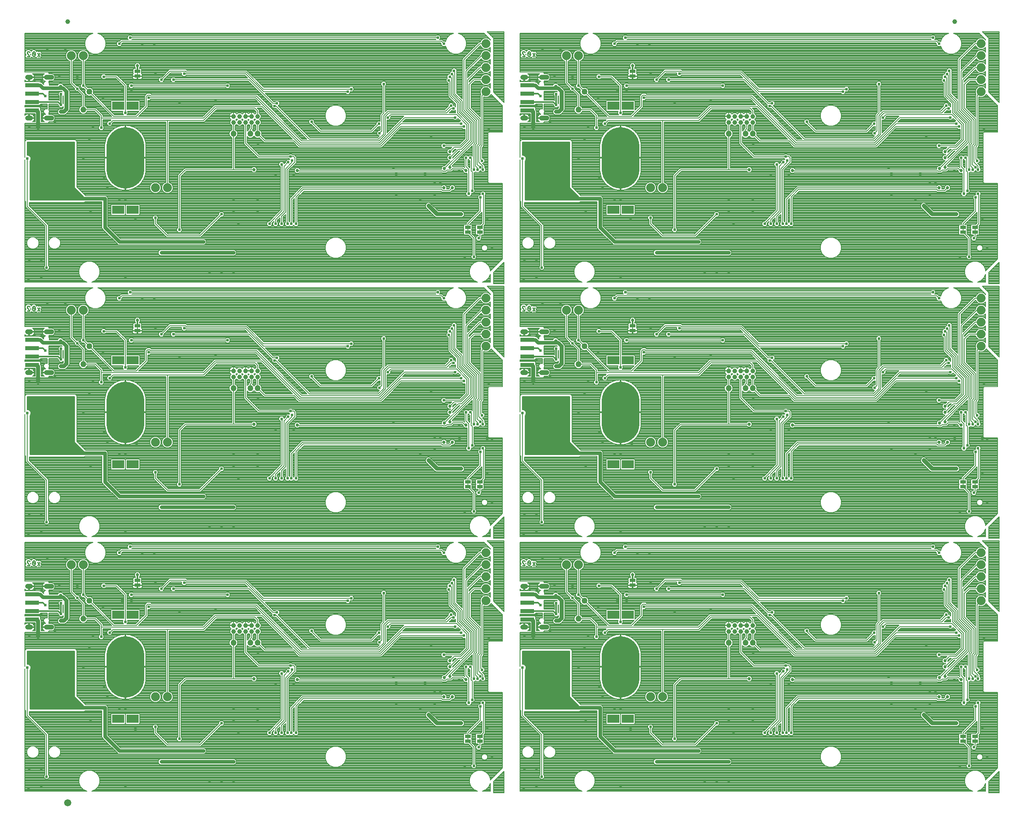
<source format=gbl>
G75*
%MOIN*%
%OFA0B0*%
%FSLAX25Y25*%
%IPPOS*%
%LPD*%
%AMOC8*
5,1,8,0,0,1.08239X$1,22.5*
%
%ADD10C,0.01000*%
%ADD11C,0.03937*%
%ADD12R,0.11811X0.03543*%
%ADD13C,0.05000*%
%ADD14C,0.03937*%
%ADD15R,0.10000X0.07000*%
%ADD16C,0.31496*%
%ADD17C,0.07400*%
%ADD18R,0.05000X0.02500*%
%ADD19R,0.01000X0.01600*%
%ADD20C,0.05906*%
%ADD21C,0.02400*%
%ADD22C,0.00800*%
%ADD23C,0.03000*%
%ADD24C,0.03200*%
%ADD25C,0.01200*%
%ADD26C,0.02700*%
D10*
X0109533Y0178933D02*
X0109533Y0211432D01*
X0109892Y0211790D01*
X0110333Y0212856D01*
X0110333Y0214010D01*
X0109892Y0215076D01*
X0109076Y0215892D01*
X0108010Y0216333D01*
X0107433Y0216333D01*
X0107433Y0226933D01*
X0146433Y0226933D01*
X0146433Y0188933D01*
X0153933Y0181433D01*
X0153933Y0178933D01*
X0109533Y0178933D01*
X0109533Y0179827D02*
X0153933Y0179827D01*
X0153933Y0180826D02*
X0109533Y0180826D01*
X0109533Y0181824D02*
X0153542Y0181824D01*
X0152543Y0182823D02*
X0109533Y0182823D01*
X0109533Y0183821D02*
X0151545Y0183821D01*
X0150546Y0184820D02*
X0109533Y0184820D01*
X0109533Y0185818D02*
X0149548Y0185818D01*
X0148549Y0186817D02*
X0109533Y0186817D01*
X0109533Y0187815D02*
X0147551Y0187815D01*
X0146552Y0188814D02*
X0109533Y0188814D01*
X0109533Y0189812D02*
X0146433Y0189812D01*
X0146433Y0190811D02*
X0109533Y0190811D01*
X0109533Y0191810D02*
X0146433Y0191810D01*
X0146433Y0192808D02*
X0109533Y0192808D01*
X0109533Y0193807D02*
X0146433Y0193807D01*
X0146433Y0194805D02*
X0109533Y0194805D01*
X0109533Y0195804D02*
X0146433Y0195804D01*
X0146433Y0196802D02*
X0109533Y0196802D01*
X0109533Y0197801D02*
X0146433Y0197801D01*
X0146433Y0198799D02*
X0109533Y0198799D01*
X0109533Y0199798D02*
X0146433Y0199798D01*
X0146433Y0200796D02*
X0109533Y0200796D01*
X0109533Y0201795D02*
X0146433Y0201795D01*
X0146433Y0202793D02*
X0109533Y0202793D01*
X0109533Y0203792D02*
X0146433Y0203792D01*
X0146433Y0204790D02*
X0109533Y0204790D01*
X0109533Y0205789D02*
X0146433Y0205789D01*
X0146433Y0206787D02*
X0109533Y0206787D01*
X0109533Y0207786D02*
X0146433Y0207786D01*
X0146433Y0208784D02*
X0109533Y0208784D01*
X0109533Y0209783D02*
X0146433Y0209783D01*
X0146433Y0210781D02*
X0109533Y0210781D01*
X0109881Y0211780D02*
X0146433Y0211780D01*
X0146433Y0212778D02*
X0110301Y0212778D01*
X0110333Y0213777D02*
X0146433Y0213777D01*
X0146433Y0214775D02*
X0110016Y0214775D01*
X0109194Y0215774D02*
X0146433Y0215774D01*
X0146433Y0216772D02*
X0107433Y0216772D01*
X0107433Y0217771D02*
X0146433Y0217771D01*
X0146433Y0218769D02*
X0107433Y0218769D01*
X0107433Y0219768D02*
X0146433Y0219768D01*
X0146433Y0220766D02*
X0107433Y0220766D01*
X0107433Y0221765D02*
X0146433Y0221765D01*
X0146433Y0222763D02*
X0107433Y0222763D01*
X0107433Y0223762D02*
X0146433Y0223762D01*
X0146433Y0224760D02*
X0107433Y0224760D01*
X0107433Y0225759D02*
X0146433Y0225759D01*
X0146433Y0226757D02*
X0107433Y0226757D01*
X0107158Y0298433D02*
X0109380Y0298433D01*
X0107491Y0300655D01*
X0108158Y0302433D02*
X0108228Y0302431D01*
X0108298Y0302425D01*
X0108368Y0302416D01*
X0108437Y0302402D01*
X0108505Y0302385D01*
X0108572Y0302364D01*
X0108638Y0302340D01*
X0108702Y0302312D01*
X0108765Y0302281D01*
X0108826Y0302246D01*
X0108885Y0302207D01*
X0108942Y0302166D01*
X0108996Y0302122D01*
X0109048Y0302075D01*
X0109098Y0302024D01*
X0109144Y0301972D01*
X0109188Y0301917D01*
X0109228Y0301859D01*
X0109265Y0301800D01*
X0109299Y0301738D01*
X0109330Y0301675D01*
X0109357Y0301610D01*
X0109380Y0301544D01*
X0107491Y0300655D02*
X0107448Y0300699D01*
X0107406Y0300746D01*
X0107368Y0300795D01*
X0107333Y0300846D01*
X0107300Y0300899D01*
X0107271Y0300954D01*
X0107245Y0301010D01*
X0107222Y0301068D01*
X0107203Y0301127D01*
X0107187Y0301187D01*
X0107174Y0301248D01*
X0107165Y0301309D01*
X0107160Y0301371D01*
X0107158Y0301433D01*
X0107160Y0301493D01*
X0107165Y0301554D01*
X0107174Y0301613D01*
X0107187Y0301672D01*
X0107203Y0301731D01*
X0107223Y0301788D01*
X0107246Y0301843D01*
X0107273Y0301898D01*
X0107302Y0301950D01*
X0107335Y0302001D01*
X0107371Y0302050D01*
X0107409Y0302096D01*
X0107451Y0302140D01*
X0107495Y0302182D01*
X0107541Y0302220D01*
X0107590Y0302256D01*
X0107641Y0302289D01*
X0107693Y0302318D01*
X0107748Y0302345D01*
X0107803Y0302368D01*
X0107860Y0302388D01*
X0107919Y0302404D01*
X0107978Y0302417D01*
X0108037Y0302426D01*
X0108098Y0302431D01*
X0108158Y0302433D01*
X0113880Y0300433D02*
X0113878Y0300326D01*
X0113873Y0300220D01*
X0113864Y0300113D01*
X0113852Y0300007D01*
X0113837Y0299901D01*
X0113818Y0299796D01*
X0113796Y0299692D01*
X0113770Y0299588D01*
X0113741Y0299485D01*
X0113709Y0299384D01*
X0113673Y0299283D01*
X0113634Y0299184D01*
X0113592Y0299085D01*
X0113547Y0298989D01*
X0113658Y0299322D02*
X0111880Y0301544D01*
X0111991Y0301878D02*
X0112012Y0301931D01*
X0112035Y0301982D01*
X0112063Y0302032D01*
X0112093Y0302079D01*
X0112127Y0302125D01*
X0112164Y0302168D01*
X0112204Y0302208D01*
X0112246Y0302245D01*
X0112291Y0302280D01*
X0112338Y0302311D01*
X0112388Y0302339D01*
X0112439Y0302364D01*
X0112491Y0302385D01*
X0112545Y0302402D01*
X0112600Y0302415D01*
X0112656Y0302425D01*
X0112712Y0302431D01*
X0112769Y0302433D01*
X0112826Y0302431D01*
X0112882Y0302425D01*
X0112938Y0302415D01*
X0112993Y0302402D01*
X0113047Y0302385D01*
X0113099Y0302364D01*
X0113150Y0302339D01*
X0113200Y0302311D01*
X0113247Y0302280D01*
X0113292Y0302245D01*
X0113334Y0302208D01*
X0113374Y0302168D01*
X0113411Y0302125D01*
X0113445Y0302079D01*
X0113475Y0302032D01*
X0113503Y0301982D01*
X0113526Y0301930D01*
X0113547Y0301878D01*
X0111991Y0301877D02*
X0111946Y0301781D01*
X0111904Y0301682D01*
X0111865Y0301583D01*
X0111830Y0301482D01*
X0111797Y0301381D01*
X0111768Y0301278D01*
X0111742Y0301174D01*
X0111720Y0301070D01*
X0111701Y0300965D01*
X0111686Y0300859D01*
X0111674Y0300753D01*
X0111665Y0300646D01*
X0111660Y0300540D01*
X0111658Y0300433D01*
X0113880Y0300433D02*
X0113878Y0300540D01*
X0113873Y0300646D01*
X0113864Y0300753D01*
X0113852Y0300859D01*
X0113837Y0300965D01*
X0113818Y0301070D01*
X0113796Y0301174D01*
X0113770Y0301278D01*
X0113741Y0301381D01*
X0113709Y0301482D01*
X0113673Y0301583D01*
X0113634Y0301682D01*
X0113592Y0301781D01*
X0113547Y0301877D01*
X0111658Y0300433D02*
X0111660Y0300326D01*
X0111665Y0300220D01*
X0111674Y0300113D01*
X0111686Y0300007D01*
X0111701Y0299901D01*
X0111720Y0299796D01*
X0111742Y0299692D01*
X0111768Y0299588D01*
X0111797Y0299485D01*
X0111829Y0299384D01*
X0111865Y0299283D01*
X0111904Y0299184D01*
X0111946Y0299085D01*
X0111991Y0298989D01*
X0111991Y0298988D02*
X0112012Y0298935D01*
X0112035Y0298884D01*
X0112063Y0298834D01*
X0112093Y0298787D01*
X0112127Y0298741D01*
X0112164Y0298698D01*
X0112204Y0298658D01*
X0112246Y0298621D01*
X0112291Y0298586D01*
X0112338Y0298555D01*
X0112388Y0298527D01*
X0112439Y0298502D01*
X0112491Y0298481D01*
X0112545Y0298464D01*
X0112600Y0298451D01*
X0112656Y0298441D01*
X0112712Y0298435D01*
X0112769Y0298433D01*
X0112826Y0298435D01*
X0112882Y0298441D01*
X0112938Y0298451D01*
X0112993Y0298464D01*
X0113047Y0298481D01*
X0113099Y0298502D01*
X0113150Y0298527D01*
X0113200Y0298555D01*
X0113247Y0298586D01*
X0113292Y0298621D01*
X0113334Y0298658D01*
X0113374Y0298698D01*
X0113411Y0298741D01*
X0113445Y0298787D01*
X0113475Y0298834D01*
X0113503Y0298884D01*
X0113526Y0298935D01*
X0113547Y0298988D01*
X0115930Y0298433D02*
X0117708Y0301100D01*
X0115930Y0301100D02*
X0117708Y0298433D01*
X0109533Y0390933D02*
X0109533Y0423432D01*
X0109892Y0423790D01*
X0110333Y0424856D01*
X0110333Y0426010D01*
X0109892Y0427076D01*
X0109076Y0427892D01*
X0108010Y0428333D01*
X0107433Y0428333D01*
X0107433Y0438933D01*
X0146433Y0438933D01*
X0146433Y0400933D01*
X0153933Y0393433D01*
X0153933Y0390933D01*
X0109533Y0390933D01*
X0109533Y0391512D02*
X0153933Y0391512D01*
X0153933Y0392510D02*
X0109533Y0392510D01*
X0109533Y0393509D02*
X0153857Y0393509D01*
X0152859Y0394507D02*
X0109533Y0394507D01*
X0109533Y0395506D02*
X0151860Y0395506D01*
X0150862Y0396504D02*
X0109533Y0396504D01*
X0109533Y0397503D02*
X0149863Y0397503D01*
X0148865Y0398501D02*
X0109533Y0398501D01*
X0109533Y0399500D02*
X0147866Y0399500D01*
X0146868Y0400498D02*
X0109533Y0400498D01*
X0109533Y0401497D02*
X0146433Y0401497D01*
X0146433Y0402495D02*
X0109533Y0402495D01*
X0109533Y0403494D02*
X0146433Y0403494D01*
X0146433Y0404492D02*
X0109533Y0404492D01*
X0109533Y0405491D02*
X0146433Y0405491D01*
X0146433Y0406489D02*
X0109533Y0406489D01*
X0109533Y0407488D02*
X0146433Y0407488D01*
X0146433Y0408486D02*
X0109533Y0408486D01*
X0109533Y0409485D02*
X0146433Y0409485D01*
X0146433Y0410483D02*
X0109533Y0410483D01*
X0109533Y0411482D02*
X0146433Y0411482D01*
X0146433Y0412481D02*
X0109533Y0412481D01*
X0109533Y0413479D02*
X0146433Y0413479D01*
X0146433Y0414478D02*
X0109533Y0414478D01*
X0109533Y0415476D02*
X0146433Y0415476D01*
X0146433Y0416475D02*
X0109533Y0416475D01*
X0109533Y0417473D02*
X0146433Y0417473D01*
X0146433Y0418472D02*
X0109533Y0418472D01*
X0109533Y0419470D02*
X0146433Y0419470D01*
X0146433Y0420469D02*
X0109533Y0420469D01*
X0109533Y0421467D02*
X0146433Y0421467D01*
X0146433Y0422466D02*
X0109533Y0422466D01*
X0109565Y0423464D02*
X0146433Y0423464D01*
X0146433Y0424463D02*
X0110170Y0424463D01*
X0110333Y0425461D02*
X0146433Y0425461D01*
X0146433Y0426460D02*
X0110147Y0426460D01*
X0109509Y0427458D02*
X0146433Y0427458D01*
X0146433Y0428457D02*
X0107433Y0428457D01*
X0107433Y0429455D02*
X0146433Y0429455D01*
X0146433Y0430454D02*
X0107433Y0430454D01*
X0107433Y0431452D02*
X0146433Y0431452D01*
X0146433Y0432451D02*
X0107433Y0432451D01*
X0107433Y0433449D02*
X0146433Y0433449D01*
X0146433Y0434448D02*
X0107433Y0434448D01*
X0107433Y0435446D02*
X0146433Y0435446D01*
X0146433Y0436445D02*
X0107433Y0436445D01*
X0107433Y0437443D02*
X0146433Y0437443D01*
X0146433Y0438442D02*
X0107433Y0438442D01*
X0107158Y0510433D02*
X0109380Y0510433D01*
X0107491Y0512655D01*
X0108158Y0514433D02*
X0108228Y0514431D01*
X0108298Y0514425D01*
X0108368Y0514416D01*
X0108437Y0514402D01*
X0108505Y0514385D01*
X0108572Y0514364D01*
X0108638Y0514340D01*
X0108702Y0514312D01*
X0108765Y0514281D01*
X0108826Y0514246D01*
X0108885Y0514207D01*
X0108942Y0514166D01*
X0108996Y0514122D01*
X0109048Y0514075D01*
X0109098Y0514024D01*
X0109144Y0513972D01*
X0109188Y0513917D01*
X0109228Y0513859D01*
X0109265Y0513800D01*
X0109299Y0513738D01*
X0109330Y0513675D01*
X0109357Y0513610D01*
X0109380Y0513544D01*
X0107491Y0512655D02*
X0107448Y0512699D01*
X0107406Y0512746D01*
X0107368Y0512795D01*
X0107333Y0512846D01*
X0107300Y0512899D01*
X0107271Y0512954D01*
X0107245Y0513010D01*
X0107222Y0513068D01*
X0107203Y0513127D01*
X0107187Y0513187D01*
X0107174Y0513248D01*
X0107165Y0513309D01*
X0107160Y0513371D01*
X0107158Y0513433D01*
X0107160Y0513493D01*
X0107165Y0513554D01*
X0107174Y0513613D01*
X0107187Y0513672D01*
X0107203Y0513731D01*
X0107223Y0513788D01*
X0107246Y0513843D01*
X0107273Y0513898D01*
X0107302Y0513950D01*
X0107335Y0514001D01*
X0107371Y0514050D01*
X0107409Y0514096D01*
X0107451Y0514140D01*
X0107495Y0514182D01*
X0107541Y0514220D01*
X0107590Y0514256D01*
X0107641Y0514289D01*
X0107693Y0514318D01*
X0107748Y0514345D01*
X0107803Y0514368D01*
X0107860Y0514388D01*
X0107919Y0514404D01*
X0107978Y0514417D01*
X0108037Y0514426D01*
X0108098Y0514431D01*
X0108158Y0514433D01*
X0113880Y0512433D02*
X0113878Y0512326D01*
X0113873Y0512220D01*
X0113864Y0512113D01*
X0113852Y0512007D01*
X0113837Y0511901D01*
X0113818Y0511796D01*
X0113796Y0511692D01*
X0113770Y0511588D01*
X0113741Y0511485D01*
X0113709Y0511384D01*
X0113673Y0511283D01*
X0113634Y0511184D01*
X0113592Y0511085D01*
X0113547Y0510989D01*
X0113658Y0511322D02*
X0111880Y0513544D01*
X0111991Y0513878D02*
X0112012Y0513931D01*
X0112035Y0513982D01*
X0112063Y0514032D01*
X0112093Y0514079D01*
X0112127Y0514125D01*
X0112164Y0514168D01*
X0112204Y0514208D01*
X0112246Y0514245D01*
X0112291Y0514280D01*
X0112338Y0514311D01*
X0112388Y0514339D01*
X0112439Y0514364D01*
X0112491Y0514385D01*
X0112545Y0514402D01*
X0112600Y0514415D01*
X0112656Y0514425D01*
X0112712Y0514431D01*
X0112769Y0514433D01*
X0112826Y0514431D01*
X0112882Y0514425D01*
X0112938Y0514415D01*
X0112993Y0514402D01*
X0113047Y0514385D01*
X0113099Y0514364D01*
X0113150Y0514339D01*
X0113200Y0514311D01*
X0113247Y0514280D01*
X0113292Y0514245D01*
X0113334Y0514208D01*
X0113374Y0514168D01*
X0113411Y0514125D01*
X0113445Y0514079D01*
X0113475Y0514032D01*
X0113503Y0513982D01*
X0113526Y0513930D01*
X0113547Y0513878D01*
X0111991Y0513877D02*
X0111946Y0513781D01*
X0111904Y0513682D01*
X0111865Y0513583D01*
X0111830Y0513482D01*
X0111797Y0513381D01*
X0111768Y0513278D01*
X0111742Y0513174D01*
X0111720Y0513070D01*
X0111701Y0512965D01*
X0111686Y0512859D01*
X0111674Y0512753D01*
X0111665Y0512646D01*
X0111660Y0512540D01*
X0111658Y0512433D01*
X0113880Y0512433D02*
X0113878Y0512540D01*
X0113873Y0512646D01*
X0113864Y0512753D01*
X0113852Y0512859D01*
X0113837Y0512965D01*
X0113818Y0513070D01*
X0113796Y0513174D01*
X0113770Y0513278D01*
X0113741Y0513381D01*
X0113709Y0513482D01*
X0113673Y0513583D01*
X0113634Y0513682D01*
X0113592Y0513781D01*
X0113547Y0513877D01*
X0111658Y0512433D02*
X0111660Y0512326D01*
X0111665Y0512220D01*
X0111674Y0512113D01*
X0111686Y0512007D01*
X0111701Y0511901D01*
X0111720Y0511796D01*
X0111742Y0511692D01*
X0111768Y0511588D01*
X0111797Y0511485D01*
X0111829Y0511384D01*
X0111865Y0511283D01*
X0111904Y0511184D01*
X0111946Y0511085D01*
X0111991Y0510989D01*
X0111991Y0510988D02*
X0112012Y0510935D01*
X0112035Y0510884D01*
X0112063Y0510834D01*
X0112093Y0510787D01*
X0112127Y0510741D01*
X0112164Y0510698D01*
X0112204Y0510658D01*
X0112246Y0510621D01*
X0112291Y0510586D01*
X0112338Y0510555D01*
X0112388Y0510527D01*
X0112439Y0510502D01*
X0112491Y0510481D01*
X0112545Y0510464D01*
X0112600Y0510451D01*
X0112656Y0510441D01*
X0112712Y0510435D01*
X0112769Y0510433D01*
X0112826Y0510435D01*
X0112882Y0510441D01*
X0112938Y0510451D01*
X0112993Y0510464D01*
X0113047Y0510481D01*
X0113099Y0510502D01*
X0113150Y0510527D01*
X0113200Y0510555D01*
X0113247Y0510586D01*
X0113292Y0510621D01*
X0113334Y0510658D01*
X0113374Y0510698D01*
X0113411Y0510741D01*
X0113445Y0510787D01*
X0113475Y0510834D01*
X0113503Y0510884D01*
X0113526Y0510935D01*
X0113547Y0510988D01*
X0115930Y0510433D02*
X0117708Y0513100D01*
X0115930Y0513100D02*
X0117708Y0510433D01*
X0109533Y0602933D02*
X0109533Y0635432D01*
X0109892Y0635790D01*
X0110333Y0636856D01*
X0110333Y0638010D01*
X0109892Y0639076D01*
X0109076Y0639892D01*
X0108010Y0640333D01*
X0107433Y0640333D01*
X0107433Y0650933D01*
X0146433Y0650933D01*
X0146433Y0612933D01*
X0153933Y0605433D01*
X0153933Y0602933D01*
X0109533Y0602933D01*
X0109533Y0603196D02*
X0153933Y0603196D01*
X0153933Y0604195D02*
X0109533Y0604195D01*
X0109533Y0605193D02*
X0153933Y0605193D01*
X0153174Y0606192D02*
X0109533Y0606192D01*
X0109533Y0607190D02*
X0152176Y0607190D01*
X0151177Y0608189D02*
X0109533Y0608189D01*
X0109533Y0609187D02*
X0150179Y0609187D01*
X0149180Y0610186D02*
X0109533Y0610186D01*
X0109533Y0611184D02*
X0148182Y0611184D01*
X0147183Y0612183D02*
X0109533Y0612183D01*
X0109533Y0613181D02*
X0146433Y0613181D01*
X0146433Y0614180D02*
X0109533Y0614180D01*
X0109533Y0615178D02*
X0146433Y0615178D01*
X0146433Y0616177D02*
X0109533Y0616177D01*
X0109533Y0617175D02*
X0146433Y0617175D01*
X0146433Y0618174D02*
X0109533Y0618174D01*
X0109533Y0619172D02*
X0146433Y0619172D01*
X0146433Y0620171D02*
X0109533Y0620171D01*
X0109533Y0621169D02*
X0146433Y0621169D01*
X0146433Y0622168D02*
X0109533Y0622168D01*
X0109533Y0623166D02*
X0146433Y0623166D01*
X0146433Y0624165D02*
X0109533Y0624165D01*
X0109533Y0625163D02*
X0146433Y0625163D01*
X0146433Y0626162D02*
X0109533Y0626162D01*
X0109533Y0627160D02*
X0146433Y0627160D01*
X0146433Y0628159D02*
X0109533Y0628159D01*
X0109533Y0629157D02*
X0146433Y0629157D01*
X0146433Y0630156D02*
X0109533Y0630156D01*
X0109533Y0631154D02*
X0146433Y0631154D01*
X0146433Y0632153D02*
X0109533Y0632153D01*
X0109533Y0633152D02*
X0146433Y0633152D01*
X0146433Y0634150D02*
X0109533Y0634150D01*
X0109533Y0635149D02*
X0146433Y0635149D01*
X0146433Y0636147D02*
X0110039Y0636147D01*
X0110333Y0637146D02*
X0146433Y0637146D01*
X0146433Y0638144D02*
X0110277Y0638144D01*
X0109825Y0639143D02*
X0146433Y0639143D01*
X0146433Y0640141D02*
X0108473Y0640141D01*
X0107433Y0641140D02*
X0146433Y0641140D01*
X0146433Y0642138D02*
X0107433Y0642138D01*
X0107433Y0643137D02*
X0146433Y0643137D01*
X0146433Y0644135D02*
X0107433Y0644135D01*
X0107433Y0645134D02*
X0146433Y0645134D01*
X0146433Y0646132D02*
X0107433Y0646132D01*
X0107433Y0647131D02*
X0146433Y0647131D01*
X0146433Y0648129D02*
X0107433Y0648129D01*
X0107433Y0649128D02*
X0146433Y0649128D01*
X0146433Y0650126D02*
X0107433Y0650126D01*
X0107158Y0722433D02*
X0109380Y0722433D01*
X0107491Y0724655D01*
X0108158Y0726433D02*
X0108228Y0726431D01*
X0108298Y0726425D01*
X0108368Y0726416D01*
X0108437Y0726402D01*
X0108505Y0726385D01*
X0108572Y0726364D01*
X0108638Y0726340D01*
X0108702Y0726312D01*
X0108765Y0726281D01*
X0108826Y0726246D01*
X0108885Y0726207D01*
X0108942Y0726166D01*
X0108996Y0726122D01*
X0109048Y0726075D01*
X0109098Y0726024D01*
X0109144Y0725972D01*
X0109188Y0725917D01*
X0109228Y0725859D01*
X0109265Y0725800D01*
X0109299Y0725738D01*
X0109330Y0725675D01*
X0109357Y0725610D01*
X0109380Y0725544D01*
X0107491Y0724655D02*
X0107448Y0724699D01*
X0107406Y0724746D01*
X0107368Y0724795D01*
X0107333Y0724846D01*
X0107300Y0724899D01*
X0107271Y0724954D01*
X0107245Y0725010D01*
X0107222Y0725068D01*
X0107203Y0725127D01*
X0107187Y0725187D01*
X0107174Y0725248D01*
X0107165Y0725309D01*
X0107160Y0725371D01*
X0107158Y0725433D01*
X0107160Y0725493D01*
X0107165Y0725554D01*
X0107174Y0725613D01*
X0107187Y0725672D01*
X0107203Y0725731D01*
X0107223Y0725788D01*
X0107246Y0725843D01*
X0107273Y0725898D01*
X0107302Y0725950D01*
X0107335Y0726001D01*
X0107371Y0726050D01*
X0107409Y0726096D01*
X0107451Y0726140D01*
X0107495Y0726182D01*
X0107541Y0726220D01*
X0107590Y0726256D01*
X0107641Y0726289D01*
X0107693Y0726318D01*
X0107748Y0726345D01*
X0107803Y0726368D01*
X0107860Y0726388D01*
X0107919Y0726404D01*
X0107978Y0726417D01*
X0108037Y0726426D01*
X0108098Y0726431D01*
X0108158Y0726433D01*
X0113880Y0724433D02*
X0113878Y0724326D01*
X0113873Y0724220D01*
X0113864Y0724113D01*
X0113852Y0724007D01*
X0113837Y0723901D01*
X0113818Y0723796D01*
X0113796Y0723692D01*
X0113770Y0723588D01*
X0113741Y0723485D01*
X0113709Y0723384D01*
X0113673Y0723283D01*
X0113634Y0723184D01*
X0113592Y0723085D01*
X0113547Y0722989D01*
X0113658Y0723322D02*
X0111880Y0725544D01*
X0111991Y0725878D02*
X0112012Y0725931D01*
X0112035Y0725982D01*
X0112063Y0726032D01*
X0112093Y0726079D01*
X0112127Y0726125D01*
X0112164Y0726168D01*
X0112204Y0726208D01*
X0112246Y0726245D01*
X0112291Y0726280D01*
X0112338Y0726311D01*
X0112388Y0726339D01*
X0112439Y0726364D01*
X0112491Y0726385D01*
X0112545Y0726402D01*
X0112600Y0726415D01*
X0112656Y0726425D01*
X0112712Y0726431D01*
X0112769Y0726433D01*
X0112826Y0726431D01*
X0112882Y0726425D01*
X0112938Y0726415D01*
X0112993Y0726402D01*
X0113047Y0726385D01*
X0113099Y0726364D01*
X0113150Y0726339D01*
X0113200Y0726311D01*
X0113247Y0726280D01*
X0113292Y0726245D01*
X0113334Y0726208D01*
X0113374Y0726168D01*
X0113411Y0726125D01*
X0113445Y0726079D01*
X0113475Y0726032D01*
X0113503Y0725982D01*
X0113526Y0725930D01*
X0113547Y0725878D01*
X0111991Y0725877D02*
X0111946Y0725781D01*
X0111904Y0725682D01*
X0111865Y0725583D01*
X0111830Y0725482D01*
X0111797Y0725381D01*
X0111768Y0725278D01*
X0111742Y0725174D01*
X0111720Y0725070D01*
X0111701Y0724965D01*
X0111686Y0724859D01*
X0111674Y0724753D01*
X0111665Y0724646D01*
X0111660Y0724540D01*
X0111658Y0724433D01*
X0113880Y0724433D02*
X0113878Y0724540D01*
X0113873Y0724646D01*
X0113864Y0724753D01*
X0113852Y0724859D01*
X0113837Y0724965D01*
X0113818Y0725070D01*
X0113796Y0725174D01*
X0113770Y0725278D01*
X0113741Y0725381D01*
X0113709Y0725482D01*
X0113673Y0725583D01*
X0113634Y0725682D01*
X0113592Y0725781D01*
X0113547Y0725877D01*
X0111658Y0724433D02*
X0111660Y0724326D01*
X0111665Y0724220D01*
X0111674Y0724113D01*
X0111686Y0724007D01*
X0111701Y0723901D01*
X0111720Y0723796D01*
X0111742Y0723692D01*
X0111768Y0723588D01*
X0111797Y0723485D01*
X0111829Y0723384D01*
X0111865Y0723283D01*
X0111904Y0723184D01*
X0111946Y0723085D01*
X0111991Y0722989D01*
X0111991Y0722988D02*
X0112012Y0722935D01*
X0112035Y0722884D01*
X0112063Y0722834D01*
X0112093Y0722787D01*
X0112127Y0722741D01*
X0112164Y0722698D01*
X0112204Y0722658D01*
X0112246Y0722621D01*
X0112291Y0722586D01*
X0112338Y0722555D01*
X0112388Y0722527D01*
X0112439Y0722502D01*
X0112491Y0722481D01*
X0112545Y0722464D01*
X0112600Y0722451D01*
X0112656Y0722441D01*
X0112712Y0722435D01*
X0112769Y0722433D01*
X0112826Y0722435D01*
X0112882Y0722441D01*
X0112938Y0722451D01*
X0112993Y0722464D01*
X0113047Y0722481D01*
X0113099Y0722502D01*
X0113150Y0722527D01*
X0113200Y0722555D01*
X0113247Y0722586D01*
X0113292Y0722621D01*
X0113334Y0722658D01*
X0113374Y0722698D01*
X0113411Y0722741D01*
X0113445Y0722787D01*
X0113475Y0722834D01*
X0113503Y0722884D01*
X0113526Y0722935D01*
X0113547Y0722988D01*
X0115930Y0722433D02*
X0117708Y0725100D01*
X0115930Y0725100D02*
X0117708Y0722433D01*
X0519158Y0722433D02*
X0521380Y0722433D01*
X0519491Y0724655D01*
X0520158Y0726433D02*
X0520228Y0726431D01*
X0520298Y0726425D01*
X0520368Y0726416D01*
X0520437Y0726402D01*
X0520505Y0726385D01*
X0520572Y0726364D01*
X0520638Y0726340D01*
X0520702Y0726312D01*
X0520765Y0726281D01*
X0520826Y0726246D01*
X0520885Y0726207D01*
X0520942Y0726166D01*
X0520996Y0726122D01*
X0521048Y0726075D01*
X0521098Y0726024D01*
X0521144Y0725972D01*
X0521188Y0725917D01*
X0521228Y0725859D01*
X0521265Y0725800D01*
X0521299Y0725738D01*
X0521330Y0725675D01*
X0521357Y0725610D01*
X0521380Y0725544D01*
X0519491Y0724655D02*
X0519448Y0724699D01*
X0519406Y0724746D01*
X0519368Y0724795D01*
X0519333Y0724846D01*
X0519300Y0724899D01*
X0519271Y0724954D01*
X0519245Y0725010D01*
X0519222Y0725068D01*
X0519203Y0725127D01*
X0519187Y0725187D01*
X0519174Y0725248D01*
X0519165Y0725309D01*
X0519160Y0725371D01*
X0519158Y0725433D01*
X0519160Y0725493D01*
X0519165Y0725554D01*
X0519174Y0725613D01*
X0519187Y0725672D01*
X0519203Y0725731D01*
X0519223Y0725788D01*
X0519246Y0725843D01*
X0519273Y0725898D01*
X0519302Y0725950D01*
X0519335Y0726001D01*
X0519371Y0726050D01*
X0519409Y0726096D01*
X0519451Y0726140D01*
X0519495Y0726182D01*
X0519541Y0726220D01*
X0519590Y0726256D01*
X0519641Y0726289D01*
X0519693Y0726318D01*
X0519748Y0726345D01*
X0519803Y0726368D01*
X0519860Y0726388D01*
X0519919Y0726404D01*
X0519978Y0726417D01*
X0520037Y0726426D01*
X0520098Y0726431D01*
X0520158Y0726433D01*
X0525880Y0724433D02*
X0525878Y0724326D01*
X0525873Y0724220D01*
X0525864Y0724113D01*
X0525852Y0724007D01*
X0525837Y0723901D01*
X0525818Y0723796D01*
X0525796Y0723692D01*
X0525770Y0723588D01*
X0525741Y0723485D01*
X0525709Y0723384D01*
X0525673Y0723283D01*
X0525634Y0723184D01*
X0525592Y0723085D01*
X0525547Y0722989D01*
X0525658Y0723322D02*
X0523880Y0725544D01*
X0523991Y0725878D02*
X0524012Y0725931D01*
X0524035Y0725982D01*
X0524063Y0726032D01*
X0524093Y0726079D01*
X0524127Y0726125D01*
X0524164Y0726168D01*
X0524204Y0726208D01*
X0524246Y0726245D01*
X0524291Y0726280D01*
X0524338Y0726311D01*
X0524388Y0726339D01*
X0524439Y0726364D01*
X0524491Y0726385D01*
X0524545Y0726402D01*
X0524600Y0726415D01*
X0524656Y0726425D01*
X0524712Y0726431D01*
X0524769Y0726433D01*
X0524826Y0726431D01*
X0524882Y0726425D01*
X0524938Y0726415D01*
X0524993Y0726402D01*
X0525047Y0726385D01*
X0525099Y0726364D01*
X0525150Y0726339D01*
X0525200Y0726311D01*
X0525247Y0726280D01*
X0525292Y0726245D01*
X0525334Y0726208D01*
X0525374Y0726168D01*
X0525411Y0726125D01*
X0525445Y0726079D01*
X0525475Y0726032D01*
X0525503Y0725982D01*
X0525526Y0725930D01*
X0525547Y0725878D01*
X0523991Y0725877D02*
X0523946Y0725781D01*
X0523904Y0725682D01*
X0523865Y0725583D01*
X0523830Y0725482D01*
X0523797Y0725381D01*
X0523768Y0725278D01*
X0523742Y0725174D01*
X0523720Y0725070D01*
X0523701Y0724965D01*
X0523686Y0724859D01*
X0523674Y0724753D01*
X0523665Y0724646D01*
X0523660Y0724540D01*
X0523658Y0724433D01*
X0525880Y0724433D02*
X0525878Y0724540D01*
X0525873Y0724646D01*
X0525864Y0724753D01*
X0525852Y0724859D01*
X0525837Y0724965D01*
X0525818Y0725070D01*
X0525796Y0725174D01*
X0525770Y0725278D01*
X0525741Y0725381D01*
X0525709Y0725482D01*
X0525673Y0725583D01*
X0525634Y0725682D01*
X0525592Y0725781D01*
X0525547Y0725877D01*
X0523658Y0724433D02*
X0523660Y0724326D01*
X0523665Y0724220D01*
X0523674Y0724113D01*
X0523686Y0724007D01*
X0523701Y0723901D01*
X0523720Y0723796D01*
X0523742Y0723692D01*
X0523768Y0723588D01*
X0523797Y0723485D01*
X0523829Y0723384D01*
X0523865Y0723283D01*
X0523904Y0723184D01*
X0523946Y0723085D01*
X0523991Y0722989D01*
X0523991Y0722988D02*
X0524012Y0722935D01*
X0524035Y0722884D01*
X0524063Y0722834D01*
X0524093Y0722787D01*
X0524127Y0722741D01*
X0524164Y0722698D01*
X0524204Y0722658D01*
X0524246Y0722621D01*
X0524291Y0722586D01*
X0524338Y0722555D01*
X0524388Y0722527D01*
X0524439Y0722502D01*
X0524491Y0722481D01*
X0524545Y0722464D01*
X0524600Y0722451D01*
X0524656Y0722441D01*
X0524712Y0722435D01*
X0524769Y0722433D01*
X0524826Y0722435D01*
X0524882Y0722441D01*
X0524938Y0722451D01*
X0524993Y0722464D01*
X0525047Y0722481D01*
X0525099Y0722502D01*
X0525150Y0722527D01*
X0525200Y0722555D01*
X0525247Y0722586D01*
X0525292Y0722621D01*
X0525334Y0722658D01*
X0525374Y0722698D01*
X0525411Y0722741D01*
X0525445Y0722787D01*
X0525475Y0722834D01*
X0525503Y0722884D01*
X0525526Y0722935D01*
X0525547Y0722988D01*
X0527930Y0722433D02*
X0529708Y0725100D01*
X0527930Y0725100D02*
X0529708Y0722433D01*
X0519433Y0650933D02*
X0558433Y0650933D01*
X0558433Y0612933D01*
X0565933Y0605433D01*
X0565933Y0602933D01*
X0521533Y0602933D01*
X0521533Y0635432D01*
X0521892Y0635790D01*
X0522333Y0636856D01*
X0522333Y0638010D01*
X0521892Y0639076D01*
X0521076Y0639892D01*
X0520010Y0640333D01*
X0519433Y0640333D01*
X0519433Y0650933D01*
X0519433Y0650126D02*
X0558433Y0650126D01*
X0558433Y0649128D02*
X0519433Y0649128D01*
X0519433Y0648129D02*
X0558433Y0648129D01*
X0558433Y0647131D02*
X0519433Y0647131D01*
X0519433Y0646132D02*
X0558433Y0646132D01*
X0558433Y0645134D02*
X0519433Y0645134D01*
X0519433Y0644135D02*
X0558433Y0644135D01*
X0558433Y0643137D02*
X0519433Y0643137D01*
X0519433Y0642138D02*
X0558433Y0642138D01*
X0558433Y0641140D02*
X0519433Y0641140D01*
X0520473Y0640141D02*
X0558433Y0640141D01*
X0558433Y0639143D02*
X0521825Y0639143D01*
X0522277Y0638144D02*
X0558433Y0638144D01*
X0558433Y0637146D02*
X0522333Y0637146D01*
X0522039Y0636147D02*
X0558433Y0636147D01*
X0558433Y0635149D02*
X0521533Y0635149D01*
X0521533Y0634150D02*
X0558433Y0634150D01*
X0558433Y0633152D02*
X0521533Y0633152D01*
X0521533Y0632153D02*
X0558433Y0632153D01*
X0558433Y0631154D02*
X0521533Y0631154D01*
X0521533Y0630156D02*
X0558433Y0630156D01*
X0558433Y0629157D02*
X0521533Y0629157D01*
X0521533Y0628159D02*
X0558433Y0628159D01*
X0558433Y0627160D02*
X0521533Y0627160D01*
X0521533Y0626162D02*
X0558433Y0626162D01*
X0558433Y0625163D02*
X0521533Y0625163D01*
X0521533Y0624165D02*
X0558433Y0624165D01*
X0558433Y0623166D02*
X0521533Y0623166D01*
X0521533Y0622168D02*
X0558433Y0622168D01*
X0558433Y0621169D02*
X0521533Y0621169D01*
X0521533Y0620171D02*
X0558433Y0620171D01*
X0558433Y0619172D02*
X0521533Y0619172D01*
X0521533Y0618174D02*
X0558433Y0618174D01*
X0558433Y0617175D02*
X0521533Y0617175D01*
X0521533Y0616177D02*
X0558433Y0616177D01*
X0558433Y0615178D02*
X0521533Y0615178D01*
X0521533Y0614180D02*
X0558433Y0614180D01*
X0558433Y0613181D02*
X0521533Y0613181D01*
X0521533Y0612183D02*
X0559183Y0612183D01*
X0560182Y0611184D02*
X0521533Y0611184D01*
X0521533Y0610186D02*
X0561180Y0610186D01*
X0562179Y0609187D02*
X0521533Y0609187D01*
X0521533Y0608189D02*
X0563177Y0608189D01*
X0564176Y0607190D02*
X0521533Y0607190D01*
X0521533Y0606192D02*
X0565174Y0606192D01*
X0565933Y0605193D02*
X0521533Y0605193D01*
X0521533Y0604195D02*
X0565933Y0604195D01*
X0565933Y0603196D02*
X0521533Y0603196D01*
X0524769Y0514433D02*
X0524712Y0514431D01*
X0524656Y0514425D01*
X0524600Y0514415D01*
X0524545Y0514402D01*
X0524491Y0514385D01*
X0524439Y0514364D01*
X0524388Y0514339D01*
X0524338Y0514311D01*
X0524291Y0514280D01*
X0524246Y0514245D01*
X0524204Y0514208D01*
X0524164Y0514168D01*
X0524127Y0514125D01*
X0524093Y0514079D01*
X0524063Y0514032D01*
X0524035Y0513982D01*
X0524012Y0513931D01*
X0523991Y0513878D01*
X0523880Y0513544D02*
X0525658Y0511322D01*
X0524769Y0510433D02*
X0524712Y0510435D01*
X0524656Y0510441D01*
X0524600Y0510451D01*
X0524545Y0510464D01*
X0524491Y0510481D01*
X0524439Y0510502D01*
X0524388Y0510527D01*
X0524338Y0510555D01*
X0524291Y0510586D01*
X0524246Y0510621D01*
X0524204Y0510658D01*
X0524164Y0510698D01*
X0524127Y0510741D01*
X0524093Y0510787D01*
X0524063Y0510834D01*
X0524035Y0510884D01*
X0524012Y0510935D01*
X0523991Y0510988D01*
X0524769Y0510433D02*
X0524826Y0510435D01*
X0524882Y0510441D01*
X0524938Y0510451D01*
X0524993Y0510464D01*
X0525047Y0510481D01*
X0525099Y0510502D01*
X0525150Y0510527D01*
X0525200Y0510555D01*
X0525247Y0510586D01*
X0525292Y0510621D01*
X0525334Y0510658D01*
X0525374Y0510698D01*
X0525411Y0510741D01*
X0525445Y0510787D01*
X0525475Y0510834D01*
X0525503Y0510884D01*
X0525526Y0510935D01*
X0525547Y0510988D01*
X0523658Y0512433D02*
X0523660Y0512540D01*
X0523665Y0512646D01*
X0523674Y0512753D01*
X0523686Y0512859D01*
X0523701Y0512965D01*
X0523720Y0513070D01*
X0523742Y0513174D01*
X0523768Y0513278D01*
X0523797Y0513381D01*
X0523830Y0513482D01*
X0523865Y0513583D01*
X0523904Y0513682D01*
X0523946Y0513781D01*
X0523991Y0513877D01*
X0524769Y0514433D02*
X0524826Y0514431D01*
X0524882Y0514425D01*
X0524938Y0514415D01*
X0524993Y0514402D01*
X0525047Y0514385D01*
X0525099Y0514364D01*
X0525150Y0514339D01*
X0525200Y0514311D01*
X0525247Y0514280D01*
X0525292Y0514245D01*
X0525334Y0514208D01*
X0525374Y0514168D01*
X0525411Y0514125D01*
X0525445Y0514079D01*
X0525475Y0514032D01*
X0525503Y0513982D01*
X0525526Y0513930D01*
X0525547Y0513878D01*
X0523658Y0512433D02*
X0523660Y0512326D01*
X0523665Y0512220D01*
X0523674Y0512113D01*
X0523686Y0512007D01*
X0523701Y0511901D01*
X0523720Y0511796D01*
X0523742Y0511692D01*
X0523768Y0511588D01*
X0523797Y0511485D01*
X0523829Y0511384D01*
X0523865Y0511283D01*
X0523904Y0511184D01*
X0523946Y0511085D01*
X0523991Y0510989D01*
X0525880Y0512433D02*
X0525878Y0512540D01*
X0525873Y0512646D01*
X0525864Y0512753D01*
X0525852Y0512859D01*
X0525837Y0512965D01*
X0525818Y0513070D01*
X0525796Y0513174D01*
X0525770Y0513278D01*
X0525741Y0513381D01*
X0525709Y0513482D01*
X0525673Y0513583D01*
X0525634Y0513682D01*
X0525592Y0513781D01*
X0525547Y0513877D01*
X0527930Y0513100D02*
X0529708Y0510433D01*
X0527930Y0510433D02*
X0529708Y0513100D01*
X0525880Y0512433D02*
X0525878Y0512326D01*
X0525873Y0512220D01*
X0525864Y0512113D01*
X0525852Y0512007D01*
X0525837Y0511901D01*
X0525818Y0511796D01*
X0525796Y0511692D01*
X0525770Y0511588D01*
X0525741Y0511485D01*
X0525709Y0511384D01*
X0525673Y0511283D01*
X0525634Y0511184D01*
X0525592Y0511085D01*
X0525547Y0510989D01*
X0521380Y0510433D02*
X0519158Y0510433D01*
X0521380Y0510433D02*
X0519491Y0512655D01*
X0520158Y0514433D02*
X0520228Y0514431D01*
X0520298Y0514425D01*
X0520368Y0514416D01*
X0520437Y0514402D01*
X0520505Y0514385D01*
X0520572Y0514364D01*
X0520638Y0514340D01*
X0520702Y0514312D01*
X0520765Y0514281D01*
X0520826Y0514246D01*
X0520885Y0514207D01*
X0520942Y0514166D01*
X0520996Y0514122D01*
X0521048Y0514075D01*
X0521098Y0514024D01*
X0521144Y0513972D01*
X0521188Y0513917D01*
X0521228Y0513859D01*
X0521265Y0513800D01*
X0521299Y0513738D01*
X0521330Y0513675D01*
X0521357Y0513610D01*
X0521380Y0513544D01*
X0519491Y0512655D02*
X0519448Y0512699D01*
X0519406Y0512746D01*
X0519368Y0512795D01*
X0519333Y0512846D01*
X0519300Y0512899D01*
X0519271Y0512954D01*
X0519245Y0513010D01*
X0519222Y0513068D01*
X0519203Y0513127D01*
X0519187Y0513187D01*
X0519174Y0513248D01*
X0519165Y0513309D01*
X0519160Y0513371D01*
X0519158Y0513433D01*
X0519160Y0513493D01*
X0519165Y0513554D01*
X0519174Y0513613D01*
X0519187Y0513672D01*
X0519203Y0513731D01*
X0519223Y0513788D01*
X0519246Y0513843D01*
X0519273Y0513898D01*
X0519302Y0513950D01*
X0519335Y0514001D01*
X0519371Y0514050D01*
X0519409Y0514096D01*
X0519451Y0514140D01*
X0519495Y0514182D01*
X0519541Y0514220D01*
X0519590Y0514256D01*
X0519641Y0514289D01*
X0519693Y0514318D01*
X0519748Y0514345D01*
X0519803Y0514368D01*
X0519860Y0514388D01*
X0519919Y0514404D01*
X0519978Y0514417D01*
X0520037Y0514426D01*
X0520098Y0514431D01*
X0520158Y0514433D01*
X0519433Y0438933D02*
X0558433Y0438933D01*
X0558433Y0400933D01*
X0565933Y0393433D01*
X0565933Y0390933D01*
X0521533Y0390933D01*
X0521533Y0423432D01*
X0521892Y0423790D01*
X0522333Y0424856D01*
X0522333Y0426010D01*
X0521892Y0427076D01*
X0521076Y0427892D01*
X0520010Y0428333D01*
X0519433Y0428333D01*
X0519433Y0438933D01*
X0519433Y0438442D02*
X0558433Y0438442D01*
X0558433Y0437443D02*
X0519433Y0437443D01*
X0519433Y0436445D02*
X0558433Y0436445D01*
X0558433Y0435446D02*
X0519433Y0435446D01*
X0519433Y0434448D02*
X0558433Y0434448D01*
X0558433Y0433449D02*
X0519433Y0433449D01*
X0519433Y0432451D02*
X0558433Y0432451D01*
X0558433Y0431452D02*
X0519433Y0431452D01*
X0519433Y0430454D02*
X0558433Y0430454D01*
X0558433Y0429455D02*
X0519433Y0429455D01*
X0519433Y0428457D02*
X0558433Y0428457D01*
X0558433Y0427458D02*
X0521509Y0427458D01*
X0522147Y0426460D02*
X0558433Y0426460D01*
X0558433Y0425461D02*
X0522333Y0425461D01*
X0522170Y0424463D02*
X0558433Y0424463D01*
X0558433Y0423464D02*
X0521565Y0423464D01*
X0521533Y0422466D02*
X0558433Y0422466D01*
X0558433Y0421467D02*
X0521533Y0421467D01*
X0521533Y0420469D02*
X0558433Y0420469D01*
X0558433Y0419470D02*
X0521533Y0419470D01*
X0521533Y0418472D02*
X0558433Y0418472D01*
X0558433Y0417473D02*
X0521533Y0417473D01*
X0521533Y0416475D02*
X0558433Y0416475D01*
X0558433Y0415476D02*
X0521533Y0415476D01*
X0521533Y0414478D02*
X0558433Y0414478D01*
X0558433Y0413479D02*
X0521533Y0413479D01*
X0521533Y0412481D02*
X0558433Y0412481D01*
X0558433Y0411482D02*
X0521533Y0411482D01*
X0521533Y0410483D02*
X0558433Y0410483D01*
X0558433Y0409485D02*
X0521533Y0409485D01*
X0521533Y0408486D02*
X0558433Y0408486D01*
X0558433Y0407488D02*
X0521533Y0407488D01*
X0521533Y0406489D02*
X0558433Y0406489D01*
X0558433Y0405491D02*
X0521533Y0405491D01*
X0521533Y0404492D02*
X0558433Y0404492D01*
X0558433Y0403494D02*
X0521533Y0403494D01*
X0521533Y0402495D02*
X0558433Y0402495D01*
X0558433Y0401497D02*
X0521533Y0401497D01*
X0521533Y0400498D02*
X0558868Y0400498D01*
X0559866Y0399500D02*
X0521533Y0399500D01*
X0521533Y0398501D02*
X0560865Y0398501D01*
X0561863Y0397503D02*
X0521533Y0397503D01*
X0521533Y0396504D02*
X0562862Y0396504D01*
X0563860Y0395506D02*
X0521533Y0395506D01*
X0521533Y0394507D02*
X0564859Y0394507D01*
X0565857Y0393509D02*
X0521533Y0393509D01*
X0521533Y0392510D02*
X0565933Y0392510D01*
X0565933Y0391512D02*
X0521533Y0391512D01*
X0524769Y0302433D02*
X0524712Y0302431D01*
X0524656Y0302425D01*
X0524600Y0302415D01*
X0524545Y0302402D01*
X0524491Y0302385D01*
X0524439Y0302364D01*
X0524388Y0302339D01*
X0524338Y0302311D01*
X0524291Y0302280D01*
X0524246Y0302245D01*
X0524204Y0302208D01*
X0524164Y0302168D01*
X0524127Y0302125D01*
X0524093Y0302079D01*
X0524063Y0302032D01*
X0524035Y0301982D01*
X0524012Y0301931D01*
X0523991Y0301878D01*
X0523880Y0301544D02*
X0525658Y0299322D01*
X0524769Y0298433D02*
X0524712Y0298435D01*
X0524656Y0298441D01*
X0524600Y0298451D01*
X0524545Y0298464D01*
X0524491Y0298481D01*
X0524439Y0298502D01*
X0524388Y0298527D01*
X0524338Y0298555D01*
X0524291Y0298586D01*
X0524246Y0298621D01*
X0524204Y0298658D01*
X0524164Y0298698D01*
X0524127Y0298741D01*
X0524093Y0298787D01*
X0524063Y0298834D01*
X0524035Y0298884D01*
X0524012Y0298935D01*
X0523991Y0298988D01*
X0524769Y0298433D02*
X0524826Y0298435D01*
X0524882Y0298441D01*
X0524938Y0298451D01*
X0524993Y0298464D01*
X0525047Y0298481D01*
X0525099Y0298502D01*
X0525150Y0298527D01*
X0525200Y0298555D01*
X0525247Y0298586D01*
X0525292Y0298621D01*
X0525334Y0298658D01*
X0525374Y0298698D01*
X0525411Y0298741D01*
X0525445Y0298787D01*
X0525475Y0298834D01*
X0525503Y0298884D01*
X0525526Y0298935D01*
X0525547Y0298988D01*
X0523658Y0300433D02*
X0523660Y0300540D01*
X0523665Y0300646D01*
X0523674Y0300753D01*
X0523686Y0300859D01*
X0523701Y0300965D01*
X0523720Y0301070D01*
X0523742Y0301174D01*
X0523768Y0301278D01*
X0523797Y0301381D01*
X0523830Y0301482D01*
X0523865Y0301583D01*
X0523904Y0301682D01*
X0523946Y0301781D01*
X0523991Y0301877D01*
X0524769Y0302433D02*
X0524826Y0302431D01*
X0524882Y0302425D01*
X0524938Y0302415D01*
X0524993Y0302402D01*
X0525047Y0302385D01*
X0525099Y0302364D01*
X0525150Y0302339D01*
X0525200Y0302311D01*
X0525247Y0302280D01*
X0525292Y0302245D01*
X0525334Y0302208D01*
X0525374Y0302168D01*
X0525411Y0302125D01*
X0525445Y0302079D01*
X0525475Y0302032D01*
X0525503Y0301982D01*
X0525526Y0301930D01*
X0525547Y0301878D01*
X0523658Y0300433D02*
X0523660Y0300326D01*
X0523665Y0300220D01*
X0523674Y0300113D01*
X0523686Y0300007D01*
X0523701Y0299901D01*
X0523720Y0299796D01*
X0523742Y0299692D01*
X0523768Y0299588D01*
X0523797Y0299485D01*
X0523829Y0299384D01*
X0523865Y0299283D01*
X0523904Y0299184D01*
X0523946Y0299085D01*
X0523991Y0298989D01*
X0525880Y0300433D02*
X0525878Y0300540D01*
X0525873Y0300646D01*
X0525864Y0300753D01*
X0525852Y0300859D01*
X0525837Y0300965D01*
X0525818Y0301070D01*
X0525796Y0301174D01*
X0525770Y0301278D01*
X0525741Y0301381D01*
X0525709Y0301482D01*
X0525673Y0301583D01*
X0525634Y0301682D01*
X0525592Y0301781D01*
X0525547Y0301877D01*
X0527930Y0301100D02*
X0529708Y0298433D01*
X0527930Y0298433D02*
X0529708Y0301100D01*
X0525880Y0300433D02*
X0525878Y0300326D01*
X0525873Y0300220D01*
X0525864Y0300113D01*
X0525852Y0300007D01*
X0525837Y0299901D01*
X0525818Y0299796D01*
X0525796Y0299692D01*
X0525770Y0299588D01*
X0525741Y0299485D01*
X0525709Y0299384D01*
X0525673Y0299283D01*
X0525634Y0299184D01*
X0525592Y0299085D01*
X0525547Y0298989D01*
X0521380Y0298433D02*
X0519158Y0298433D01*
X0521380Y0298433D02*
X0519491Y0300655D01*
X0520158Y0302433D02*
X0520228Y0302431D01*
X0520298Y0302425D01*
X0520368Y0302416D01*
X0520437Y0302402D01*
X0520505Y0302385D01*
X0520572Y0302364D01*
X0520638Y0302340D01*
X0520702Y0302312D01*
X0520765Y0302281D01*
X0520826Y0302246D01*
X0520885Y0302207D01*
X0520942Y0302166D01*
X0520996Y0302122D01*
X0521048Y0302075D01*
X0521098Y0302024D01*
X0521144Y0301972D01*
X0521188Y0301917D01*
X0521228Y0301859D01*
X0521265Y0301800D01*
X0521299Y0301738D01*
X0521330Y0301675D01*
X0521357Y0301610D01*
X0521380Y0301544D01*
X0519491Y0300655D02*
X0519448Y0300699D01*
X0519406Y0300746D01*
X0519368Y0300795D01*
X0519333Y0300846D01*
X0519300Y0300899D01*
X0519271Y0300954D01*
X0519245Y0301010D01*
X0519222Y0301068D01*
X0519203Y0301127D01*
X0519187Y0301187D01*
X0519174Y0301248D01*
X0519165Y0301309D01*
X0519160Y0301371D01*
X0519158Y0301433D01*
X0519160Y0301493D01*
X0519165Y0301554D01*
X0519174Y0301613D01*
X0519187Y0301672D01*
X0519203Y0301731D01*
X0519223Y0301788D01*
X0519246Y0301843D01*
X0519273Y0301898D01*
X0519302Y0301950D01*
X0519335Y0302001D01*
X0519371Y0302050D01*
X0519409Y0302096D01*
X0519451Y0302140D01*
X0519495Y0302182D01*
X0519541Y0302220D01*
X0519590Y0302256D01*
X0519641Y0302289D01*
X0519693Y0302318D01*
X0519748Y0302345D01*
X0519803Y0302368D01*
X0519860Y0302388D01*
X0519919Y0302404D01*
X0519978Y0302417D01*
X0520037Y0302426D01*
X0520098Y0302431D01*
X0520158Y0302433D01*
X0519433Y0226933D02*
X0558433Y0226933D01*
X0558433Y0188933D01*
X0565933Y0181433D01*
X0565933Y0178933D01*
X0521533Y0178933D01*
X0521533Y0211432D01*
X0521892Y0211790D01*
X0522333Y0212856D01*
X0522333Y0214010D01*
X0521892Y0215076D01*
X0521076Y0215892D01*
X0520010Y0216333D01*
X0519433Y0216333D01*
X0519433Y0226933D01*
X0519433Y0226757D02*
X0558433Y0226757D01*
X0558433Y0225759D02*
X0519433Y0225759D01*
X0519433Y0224760D02*
X0558433Y0224760D01*
X0558433Y0223762D02*
X0519433Y0223762D01*
X0519433Y0222763D02*
X0558433Y0222763D01*
X0558433Y0221765D02*
X0519433Y0221765D01*
X0519433Y0220766D02*
X0558433Y0220766D01*
X0558433Y0219768D02*
X0519433Y0219768D01*
X0519433Y0218769D02*
X0558433Y0218769D01*
X0558433Y0217771D02*
X0519433Y0217771D01*
X0519433Y0216772D02*
X0558433Y0216772D01*
X0558433Y0215774D02*
X0521194Y0215774D01*
X0522016Y0214775D02*
X0558433Y0214775D01*
X0558433Y0213777D02*
X0522333Y0213777D01*
X0522301Y0212778D02*
X0558433Y0212778D01*
X0558433Y0211780D02*
X0521881Y0211780D01*
X0521533Y0210781D02*
X0558433Y0210781D01*
X0558433Y0209783D02*
X0521533Y0209783D01*
X0521533Y0208784D02*
X0558433Y0208784D01*
X0558433Y0207786D02*
X0521533Y0207786D01*
X0521533Y0206787D02*
X0558433Y0206787D01*
X0558433Y0205789D02*
X0521533Y0205789D01*
X0521533Y0204790D02*
X0558433Y0204790D01*
X0558433Y0203792D02*
X0521533Y0203792D01*
X0521533Y0202793D02*
X0558433Y0202793D01*
X0558433Y0201795D02*
X0521533Y0201795D01*
X0521533Y0200796D02*
X0558433Y0200796D01*
X0558433Y0199798D02*
X0521533Y0199798D01*
X0521533Y0198799D02*
X0558433Y0198799D01*
X0558433Y0197801D02*
X0521533Y0197801D01*
X0521533Y0196802D02*
X0558433Y0196802D01*
X0558433Y0195804D02*
X0521533Y0195804D01*
X0521533Y0194805D02*
X0558433Y0194805D01*
X0558433Y0193807D02*
X0521533Y0193807D01*
X0521533Y0192808D02*
X0558433Y0192808D01*
X0558433Y0191810D02*
X0521533Y0191810D01*
X0521533Y0190811D02*
X0558433Y0190811D01*
X0558433Y0189812D02*
X0521533Y0189812D01*
X0521533Y0188814D02*
X0558552Y0188814D01*
X0559551Y0187815D02*
X0521533Y0187815D01*
X0521533Y0186817D02*
X0560549Y0186817D01*
X0561548Y0185818D02*
X0521533Y0185818D01*
X0521533Y0184820D02*
X0562546Y0184820D01*
X0563545Y0183821D02*
X0521533Y0183821D01*
X0521533Y0182823D02*
X0564543Y0182823D01*
X0565542Y0181824D02*
X0521533Y0181824D01*
X0521533Y0180826D02*
X0565933Y0180826D01*
X0565933Y0179827D02*
X0521533Y0179827D01*
D11*
X0519693Y0246925D02*
X0519693Y0246925D01*
X0522055Y0246925D01*
X0522055Y0246925D01*
X0519693Y0246925D01*
X0535165Y0246925D02*
X0535165Y0246925D01*
X0539497Y0246925D01*
X0539497Y0246925D01*
X0535165Y0246925D01*
X0535165Y0280941D02*
X0535165Y0280941D01*
X0539497Y0280941D01*
X0539497Y0280941D01*
X0535165Y0280941D01*
X0519693Y0280941D02*
X0519693Y0280941D01*
X0522055Y0280941D01*
X0522055Y0280941D01*
X0519693Y0280941D01*
X0519693Y0458925D02*
X0519693Y0458925D01*
X0522055Y0458925D01*
X0522055Y0458925D01*
X0519693Y0458925D01*
X0535165Y0458925D02*
X0535165Y0458925D01*
X0539497Y0458925D01*
X0539497Y0458925D01*
X0535165Y0458925D01*
X0535165Y0492941D02*
X0535165Y0492941D01*
X0539497Y0492941D01*
X0539497Y0492941D01*
X0535165Y0492941D01*
X0519693Y0492941D02*
X0519693Y0492941D01*
X0522055Y0492941D01*
X0522055Y0492941D01*
X0519693Y0492941D01*
X0519693Y0670925D02*
X0519693Y0670925D01*
X0522055Y0670925D01*
X0522055Y0670925D01*
X0519693Y0670925D01*
X0535165Y0670925D02*
X0535165Y0670925D01*
X0539497Y0670925D01*
X0539497Y0670925D01*
X0535165Y0670925D01*
X0535165Y0704941D02*
X0535165Y0704941D01*
X0539497Y0704941D01*
X0539497Y0704941D01*
X0535165Y0704941D01*
X0519693Y0704941D02*
X0519693Y0704941D01*
X0522055Y0704941D01*
X0522055Y0704941D01*
X0519693Y0704941D01*
X0123165Y0704941D02*
X0123165Y0704941D01*
X0127497Y0704941D01*
X0127497Y0704941D01*
X0123165Y0704941D01*
X0107693Y0704941D02*
X0107693Y0704941D01*
X0110055Y0704941D01*
X0110055Y0704941D01*
X0107693Y0704941D01*
X0107693Y0670925D02*
X0107693Y0670925D01*
X0110055Y0670925D01*
X0110055Y0670925D01*
X0107693Y0670925D01*
X0123165Y0670925D02*
X0123165Y0670925D01*
X0127497Y0670925D01*
X0127497Y0670925D01*
X0123165Y0670925D01*
X0123165Y0492941D02*
X0123165Y0492941D01*
X0127497Y0492941D01*
X0127497Y0492941D01*
X0123165Y0492941D01*
X0107693Y0492941D02*
X0107693Y0492941D01*
X0110055Y0492941D01*
X0110055Y0492941D01*
X0107693Y0492941D01*
X0107693Y0458925D02*
X0107693Y0458925D01*
X0110055Y0458925D01*
X0110055Y0458925D01*
X0107693Y0458925D01*
X0123165Y0458925D02*
X0123165Y0458925D01*
X0127497Y0458925D01*
X0127497Y0458925D01*
X0123165Y0458925D01*
X0123165Y0280941D02*
X0123165Y0280941D01*
X0127497Y0280941D01*
X0127497Y0280941D01*
X0123165Y0280941D01*
X0107693Y0280941D02*
X0107693Y0280941D01*
X0110055Y0280941D01*
X0110055Y0280941D01*
X0107693Y0280941D01*
X0107693Y0246925D02*
X0107693Y0246925D01*
X0110055Y0246925D01*
X0110055Y0246925D01*
X0107693Y0246925D01*
X0123165Y0246925D02*
X0123165Y0246925D01*
X0127497Y0246925D01*
X0127497Y0246925D01*
X0123165Y0246925D01*
D12*
X0111433Y0253433D03*
X0111433Y0260433D03*
X0111433Y0267433D03*
X0111433Y0274433D03*
X0111433Y0465433D03*
X0111433Y0472433D03*
X0111433Y0479433D03*
X0111433Y0486433D03*
X0111433Y0677433D03*
X0111433Y0684433D03*
X0111433Y0691433D03*
X0111433Y0698433D03*
X0523433Y0698433D03*
X0523433Y0691433D03*
X0523433Y0684433D03*
X0523433Y0677433D03*
X0523433Y0486433D03*
X0523433Y0479433D03*
X0523433Y0472433D03*
X0523433Y0465433D03*
X0523433Y0274433D03*
X0523433Y0267433D03*
X0523433Y0260433D03*
X0523433Y0253433D03*
D13*
X0565933Y0253933D03*
X0570933Y0268933D03*
X0690933Y0233933D03*
X0704933Y0233933D03*
X0710933Y0233933D03*
X0710933Y0445933D03*
X0704933Y0445933D03*
X0690933Y0445933D03*
X0570933Y0480933D03*
X0565933Y0465933D03*
X0690933Y0657933D03*
X0704933Y0657933D03*
X0710933Y0657933D03*
X0570933Y0692933D03*
X0565933Y0677933D03*
X0298933Y0657933D03*
X0292933Y0657933D03*
X0278933Y0657933D03*
X0158933Y0692933D03*
X0153933Y0677933D03*
X0158933Y0480933D03*
X0153933Y0465933D03*
X0278933Y0445933D03*
X0292933Y0445933D03*
X0298933Y0445933D03*
X0158933Y0268933D03*
X0153933Y0253933D03*
X0278933Y0233933D03*
X0292933Y0233933D03*
X0298933Y0233933D03*
D14*
X0298933Y0243433D03*
X0293933Y0243433D03*
X0288933Y0243433D03*
X0283933Y0243433D03*
X0278933Y0243433D03*
X0278933Y0248433D03*
X0283933Y0248433D03*
X0288933Y0248433D03*
X0293933Y0248433D03*
X0298933Y0248433D03*
X0298933Y0455433D03*
X0293933Y0455433D03*
X0288933Y0455433D03*
X0283933Y0455433D03*
X0278933Y0455433D03*
X0278933Y0460433D03*
X0283933Y0460433D03*
X0288933Y0460433D03*
X0293933Y0460433D03*
X0298933Y0460433D03*
X0298933Y0667433D03*
X0293933Y0667433D03*
X0288933Y0667433D03*
X0283933Y0667433D03*
X0278933Y0667433D03*
X0278933Y0672433D03*
X0283933Y0672433D03*
X0288933Y0672433D03*
X0293933Y0672433D03*
X0298933Y0672433D03*
X0140933Y0751183D03*
X0690933Y0672433D03*
X0690933Y0667433D03*
X0695933Y0667433D03*
X0695933Y0672433D03*
X0700933Y0672433D03*
X0700933Y0667433D03*
X0705933Y0667433D03*
X0705933Y0672433D03*
X0710933Y0672433D03*
X0710933Y0667433D03*
X0878933Y0751183D03*
X0710933Y0460433D03*
X0710933Y0455433D03*
X0705933Y0455433D03*
X0700933Y0455433D03*
X0695933Y0455433D03*
X0690933Y0455433D03*
X0690933Y0460433D03*
X0695933Y0460433D03*
X0700933Y0460433D03*
X0705933Y0460433D03*
X0705933Y0248433D03*
X0700933Y0248433D03*
X0700933Y0243433D03*
X0695933Y0243433D03*
X0690933Y0243433D03*
X0690933Y0248433D03*
X0695933Y0248433D03*
X0705933Y0243433D03*
X0710933Y0243433D03*
X0710933Y0248433D03*
D15*
X0607035Y0257240D03*
X0594831Y0257240D03*
X0594831Y0170626D03*
X0607035Y0170626D03*
X0607035Y0382626D03*
X0594831Y0382626D03*
X0594831Y0469240D03*
X0607035Y0469240D03*
X0607035Y0594626D03*
X0594831Y0594626D03*
X0594831Y0681240D03*
X0607035Y0681240D03*
X0195035Y0681240D03*
X0182831Y0681240D03*
X0182831Y0594626D03*
X0195035Y0594626D03*
X0195035Y0469240D03*
X0182831Y0469240D03*
X0182831Y0382626D03*
X0195035Y0382626D03*
X0195035Y0257240D03*
X0182831Y0257240D03*
X0182831Y0170626D03*
X0195035Y0170626D03*
D16*
X0188933Y0204091D02*
X0188933Y0223775D01*
X0188933Y0416091D02*
X0188933Y0435775D01*
X0188933Y0628091D02*
X0188933Y0647775D01*
X0600933Y0647775D02*
X0600933Y0628091D01*
X0600933Y0435775D02*
X0600933Y0416091D01*
X0600933Y0223775D02*
X0600933Y0204091D01*
D17*
X0625933Y0188933D03*
X0635933Y0188933D03*
X0565933Y0298933D03*
X0555933Y0298933D03*
X0488933Y0298933D03*
X0488933Y0288933D03*
X0488933Y0278933D03*
X0488933Y0268933D03*
X0488933Y0308933D03*
X0625933Y0400933D03*
X0635933Y0400933D03*
X0488933Y0480933D03*
X0488933Y0490933D03*
X0488933Y0500933D03*
X0488933Y0510933D03*
X0488933Y0520933D03*
X0555933Y0510933D03*
X0565933Y0510933D03*
X0625933Y0612933D03*
X0635933Y0612933D03*
X0565933Y0722933D03*
X0555933Y0722933D03*
X0488933Y0722933D03*
X0488933Y0712933D03*
X0488933Y0702933D03*
X0488933Y0692933D03*
X0488933Y0732933D03*
X0223933Y0612933D03*
X0213933Y0612933D03*
X0153933Y0510933D03*
X0143933Y0510933D03*
X0213933Y0400933D03*
X0223933Y0400933D03*
X0153933Y0298933D03*
X0143933Y0298933D03*
X0213933Y0188933D03*
X0223933Y0188933D03*
X0900933Y0268933D03*
X0900933Y0278933D03*
X0900933Y0288933D03*
X0900933Y0298933D03*
X0900933Y0308933D03*
X0900933Y0480933D03*
X0900933Y0490933D03*
X0900933Y0500933D03*
X0900933Y0510933D03*
X0900933Y0520933D03*
X0900933Y0692933D03*
X0900933Y0702933D03*
X0900933Y0712933D03*
X0900933Y0722933D03*
X0900933Y0732933D03*
X0153933Y0722933D03*
X0143933Y0722933D03*
D18*
X0198933Y0709933D03*
X0198933Y0705933D03*
X0198933Y0497933D03*
X0198933Y0493933D03*
X0198933Y0285933D03*
X0198933Y0281933D03*
X0473933Y0363933D03*
X0473933Y0367933D03*
X0483933Y0367933D03*
X0483933Y0363933D03*
X0610933Y0285933D03*
X0610933Y0281933D03*
X0483933Y0155933D03*
X0483933Y0151933D03*
X0473933Y0151933D03*
X0473933Y0155933D03*
X0885933Y0155933D03*
X0885933Y0151933D03*
X0895933Y0151933D03*
X0895933Y0155933D03*
X0895933Y0363933D03*
X0895933Y0367933D03*
X0885933Y0367933D03*
X0885933Y0363933D03*
X0885933Y0575933D03*
X0885933Y0579933D03*
X0895933Y0579933D03*
X0895933Y0575933D03*
X0610933Y0497933D03*
X0610933Y0493933D03*
X0483933Y0575933D03*
X0483933Y0579933D03*
X0473933Y0579933D03*
X0473933Y0575933D03*
X0610933Y0705933D03*
X0610933Y0709933D03*
D19*
X0610933Y0707933D03*
X0483933Y0577933D03*
X0473933Y0577933D03*
X0610933Y0495933D03*
X0483933Y0365933D03*
X0473933Y0365933D03*
X0610933Y0283933D03*
X0483933Y0153933D03*
X0473933Y0153933D03*
X0198933Y0283933D03*
X0198933Y0495933D03*
X0198933Y0707933D03*
X0885933Y0577933D03*
X0895933Y0577933D03*
X0895933Y0365933D03*
X0885933Y0365933D03*
X0885933Y0153933D03*
X0895933Y0153933D03*
D20*
X0140933Y0100683D03*
D21*
X0118933Y0113933D03*
X0123433Y0122433D03*
X0118933Y0128933D03*
X0108933Y0128933D03*
X0108433Y0112933D03*
X0159933Y0168933D03*
X0171933Y0179933D03*
X0173933Y0188933D03*
X0171433Y0196933D03*
X0183933Y0178933D03*
X0188933Y0178933D03*
X0195035Y0170626D03*
X0197433Y0161933D03*
X0213933Y0163933D03*
X0233933Y0153933D03*
X0253933Y0143933D03*
X0258933Y0118933D03*
X0268933Y0118933D03*
X0278933Y0118933D03*
X0278882Y0134882D03*
X0282933Y0158433D03*
X0278933Y0168933D03*
X0268933Y0166933D03*
X0278933Y0178933D03*
X0298933Y0178933D03*
X0298933Y0168933D03*
X0308933Y0158933D03*
X0313933Y0158933D03*
X0318933Y0158933D03*
X0323933Y0158933D03*
X0326933Y0158933D03*
X0330933Y0158933D03*
X0328933Y0198933D03*
X0313933Y0198933D03*
X0318933Y0208433D03*
X0324433Y0210228D03*
X0327622Y0211733D03*
X0326433Y0214933D03*
X0299433Y0225933D03*
X0313062Y0257062D03*
X0315095Y0259271D03*
X0343933Y0243933D03*
X0373933Y0268933D03*
X0376933Y0271133D03*
X0403933Y0275333D03*
X0407433Y0247494D03*
X0399933Y0242194D03*
X0400433Y0234383D03*
X0411933Y0205433D03*
X0414433Y0200433D03*
X0414433Y0182433D03*
X0434433Y0178933D03*
X0441280Y0173933D03*
X0446433Y0183433D03*
X0446433Y0192433D03*
X0450933Y0192433D03*
X0438433Y0200433D03*
X0466539Y0202563D03*
X0478933Y0203933D03*
X0481989Y0203989D03*
X0484189Y0206031D03*
X0486444Y0204044D03*
X0485644Y0211433D03*
X0475933Y0213933D03*
X0472433Y0213933D03*
X0453933Y0223933D03*
X0443433Y0231433D03*
X0463465Y0247433D03*
X0468433Y0242433D03*
X0470665Y0239933D03*
X0461982Y0255114D03*
X0459933Y0257314D03*
X0458133Y0278416D03*
X0458965Y0281416D03*
X0460812Y0283812D03*
X0462433Y0286433D03*
X0453933Y0308933D03*
X0448933Y0313933D03*
X0471433Y0341933D03*
X0478933Y0343433D03*
X0482933Y0358933D03*
X0493933Y0350933D03*
X0520933Y0340933D03*
X0530933Y0340933D03*
X0535433Y0334433D03*
X0530933Y0325933D03*
X0520433Y0324933D03*
X0535933Y0303933D03*
X0550933Y0303933D03*
X0545933Y0281433D03*
X0546933Y0273433D03*
X0547433Y0266933D03*
X0547433Y0257933D03*
X0547183Y0252183D03*
X0542433Y0243433D03*
X0531933Y0250433D03*
X0530933Y0256933D03*
X0534433Y0265433D03*
X0531433Y0278433D03*
X0525433Y0278433D03*
X0560933Y0280933D03*
X0565933Y0273933D03*
X0560933Y0271433D03*
X0582433Y0263433D03*
X0598433Y0268933D03*
X0605933Y0268933D03*
X0605933Y0273933D03*
X0620433Y0263933D03*
X0630933Y0278933D03*
X0625933Y0283933D03*
X0640933Y0278933D03*
X0649933Y0283933D03*
X0645933Y0258933D03*
X0675933Y0260933D03*
X0685933Y0273933D03*
X0725062Y0257062D03*
X0727095Y0259271D03*
X0755933Y0243933D03*
X0785933Y0268933D03*
X0788933Y0271133D03*
X0815933Y0275333D03*
X0819433Y0247494D03*
X0811933Y0242194D03*
X0812433Y0234383D03*
X0823933Y0205433D03*
X0826433Y0200433D03*
X0826433Y0182433D03*
X0846433Y0178933D03*
X0853280Y0173933D03*
X0858433Y0183433D03*
X0858433Y0192433D03*
X0862933Y0192433D03*
X0850433Y0200433D03*
X0878539Y0202563D03*
X0890933Y0203933D03*
X0893989Y0203989D03*
X0896189Y0206031D03*
X0898444Y0204044D03*
X0897644Y0211433D03*
X0887933Y0213933D03*
X0884433Y0213933D03*
X0865933Y0223933D03*
X0855433Y0231433D03*
X0875465Y0247433D03*
X0880433Y0242433D03*
X0882665Y0239933D03*
X0873982Y0255114D03*
X0871933Y0257314D03*
X0870133Y0278416D03*
X0870965Y0281416D03*
X0872812Y0283812D03*
X0874433Y0286433D03*
X0865933Y0308933D03*
X0860933Y0313933D03*
X0883433Y0341933D03*
X0890933Y0343433D03*
X0894933Y0358933D03*
X0905933Y0350933D03*
X0901933Y0374933D03*
X0896433Y0392933D03*
X0898433Y0395933D03*
X0901933Y0403933D03*
X0905933Y0403933D03*
X0898444Y0416044D03*
X0896189Y0418031D03*
X0893989Y0415989D03*
X0890933Y0415933D03*
X0897644Y0423433D03*
X0887933Y0425933D03*
X0884433Y0425933D03*
X0865933Y0435933D03*
X0855433Y0443433D03*
X0875465Y0459433D03*
X0880433Y0454433D03*
X0882665Y0451933D03*
X0873982Y0467114D03*
X0871933Y0469314D03*
X0870133Y0490416D03*
X0870965Y0493416D03*
X0872812Y0495812D03*
X0874433Y0498433D03*
X0865933Y0520933D03*
X0860933Y0525933D03*
X0883433Y0553933D03*
X0890933Y0555433D03*
X0894933Y0570933D03*
X0905933Y0562933D03*
X0901933Y0586933D03*
X0896433Y0604933D03*
X0898433Y0607933D03*
X0901933Y0615933D03*
X0905933Y0615933D03*
X0898444Y0628044D03*
X0896189Y0630031D03*
X0893989Y0627989D03*
X0890933Y0627933D03*
X0897644Y0635433D03*
X0887933Y0637933D03*
X0884433Y0637933D03*
X0878539Y0626563D03*
X0878933Y0615933D03*
X0886633Y0607933D03*
X0889483Y0610433D03*
X0880433Y0590933D03*
X0858433Y0607433D03*
X0858433Y0616433D03*
X0862933Y0616433D03*
X0850433Y0624433D03*
X0846433Y0602933D03*
X0853280Y0597933D03*
X0826433Y0606433D03*
X0826433Y0624433D03*
X0823933Y0629433D03*
X0855433Y0655433D03*
X0865933Y0647933D03*
X0882665Y0663933D03*
X0880433Y0666433D03*
X0875465Y0671433D03*
X0873982Y0679114D03*
X0871933Y0681314D03*
X0870133Y0702416D03*
X0870965Y0705416D03*
X0872812Y0707812D03*
X0874433Y0710433D03*
X0865933Y0732933D03*
X0860933Y0737933D03*
X0815933Y0699333D03*
X0788933Y0695133D03*
X0785933Y0692933D03*
X0811933Y0666194D03*
X0812433Y0658383D03*
X0819433Y0671494D03*
X0755933Y0667933D03*
X0727095Y0683271D03*
X0725062Y0681062D03*
X0711433Y0649933D03*
X0738433Y0638933D03*
X0739622Y0635733D03*
X0736433Y0634228D03*
X0730933Y0632433D03*
X0725933Y0622933D03*
X0740933Y0622933D03*
X0710933Y0602933D03*
X0710933Y0592933D03*
X0720933Y0582933D03*
X0725933Y0582933D03*
X0730933Y0582933D03*
X0735933Y0582933D03*
X0738933Y0582933D03*
X0742933Y0582933D03*
X0694933Y0582433D03*
X0690933Y0592933D03*
X0680933Y0590933D03*
X0690933Y0602933D03*
X0665933Y0567933D03*
X0645933Y0577933D03*
X0625933Y0587933D03*
X0609433Y0585933D03*
X0607035Y0594626D03*
X0600933Y0602933D03*
X0595933Y0602933D03*
X0583933Y0603933D03*
X0585933Y0612933D03*
X0583433Y0620933D03*
X0565933Y0637933D03*
X0570933Y0652933D03*
X0573933Y0662933D03*
X0580933Y0662933D03*
X0584433Y0666433D03*
X0587933Y0666433D03*
X0600933Y0675433D03*
X0598433Y0692933D03*
X0605933Y0692933D03*
X0605933Y0697933D03*
X0620433Y0687933D03*
X0630933Y0702933D03*
X0625933Y0707933D03*
X0640933Y0702933D03*
X0649933Y0707933D03*
X0645933Y0682933D03*
X0675933Y0684933D03*
X0685933Y0697933D03*
X0624933Y0732433D03*
X0614933Y0732433D03*
X0604933Y0737933D03*
X0595933Y0732933D03*
X0582933Y0705433D03*
X0582433Y0687433D03*
X0565933Y0697933D03*
X0560933Y0695433D03*
X0560933Y0704933D03*
X0545933Y0705433D03*
X0546933Y0697433D03*
X0547433Y0690933D03*
X0547433Y0681933D03*
X0547183Y0676183D03*
X0542433Y0667433D03*
X0531933Y0674433D03*
X0530933Y0680933D03*
X0534433Y0689433D03*
X0531433Y0702433D03*
X0525433Y0702433D03*
X0535933Y0727933D03*
X0550933Y0727933D03*
X0524933Y0673433D03*
X0520933Y0662933D03*
X0519433Y0637433D03*
X0525933Y0625980D03*
X0525933Y0618480D03*
X0525933Y0610980D03*
X0535933Y0608480D03*
X0535933Y0628480D03*
X0493933Y0615933D03*
X0489933Y0615933D03*
X0486433Y0607933D03*
X0484433Y0604933D03*
X0477483Y0610433D03*
X0474633Y0607933D03*
X0466933Y0615933D03*
X0466539Y0626563D03*
X0478933Y0627933D03*
X0481989Y0627989D03*
X0484189Y0630031D03*
X0486444Y0628044D03*
X0485644Y0635433D03*
X0475933Y0637933D03*
X0472433Y0637933D03*
X0453933Y0647933D03*
X0443433Y0655433D03*
X0468433Y0666433D03*
X0470665Y0663933D03*
X0463465Y0671433D03*
X0461982Y0679114D03*
X0459933Y0681314D03*
X0458133Y0702416D03*
X0458965Y0705416D03*
X0460812Y0707812D03*
X0462433Y0710433D03*
X0453933Y0732933D03*
X0448933Y0737933D03*
X0403933Y0699333D03*
X0376933Y0695133D03*
X0373933Y0692933D03*
X0399933Y0666194D03*
X0400433Y0658383D03*
X0407433Y0671494D03*
X0411933Y0629433D03*
X0414433Y0624433D03*
X0414433Y0606433D03*
X0434433Y0602933D03*
X0441280Y0597933D03*
X0446433Y0607433D03*
X0446433Y0616433D03*
X0450933Y0616433D03*
X0438433Y0624433D03*
X0468433Y0590933D03*
X0489933Y0586933D03*
X0482933Y0570933D03*
X0493933Y0562933D03*
X0478933Y0555433D03*
X0471433Y0553933D03*
X0448933Y0525933D03*
X0453933Y0520933D03*
X0462433Y0498433D03*
X0460812Y0495812D03*
X0458965Y0493416D03*
X0458133Y0490416D03*
X0459933Y0469314D03*
X0461982Y0467114D03*
X0463465Y0459433D03*
X0468433Y0454433D03*
X0470665Y0451933D03*
X0491433Y0449933D03*
X0475933Y0425933D03*
X0472433Y0425933D03*
X0453933Y0435933D03*
X0443433Y0443433D03*
X0411933Y0417433D03*
X0414433Y0412433D03*
X0414433Y0394433D03*
X0434433Y0390933D03*
X0441280Y0385933D03*
X0446433Y0395433D03*
X0446433Y0404433D03*
X0450933Y0404433D03*
X0438433Y0412433D03*
X0466539Y0414563D03*
X0466933Y0403933D03*
X0474633Y0395933D03*
X0477483Y0398433D03*
X0484433Y0392933D03*
X0486433Y0395933D03*
X0489933Y0403933D03*
X0493933Y0403933D03*
X0486444Y0416044D03*
X0484189Y0418031D03*
X0481989Y0415989D03*
X0478933Y0415933D03*
X0485644Y0423433D03*
X0519433Y0425433D03*
X0525933Y0413980D03*
X0525933Y0406480D03*
X0525933Y0398980D03*
X0535933Y0396480D03*
X0535933Y0416480D03*
X0565933Y0425933D03*
X0570933Y0440933D03*
X0573933Y0450933D03*
X0580933Y0450933D03*
X0584433Y0454433D03*
X0587933Y0454433D03*
X0600933Y0463433D03*
X0598433Y0480933D03*
X0605933Y0480933D03*
X0605933Y0485933D03*
X0620433Y0475933D03*
X0630933Y0490933D03*
X0625933Y0495933D03*
X0640933Y0490933D03*
X0649933Y0495933D03*
X0645933Y0470933D03*
X0675933Y0472933D03*
X0685933Y0485933D03*
X0725062Y0469062D03*
X0727095Y0471271D03*
X0755933Y0455933D03*
X0785933Y0480933D03*
X0788933Y0483133D03*
X0815933Y0487333D03*
X0819433Y0459494D03*
X0811933Y0454194D03*
X0812433Y0446383D03*
X0823933Y0417433D03*
X0826433Y0412433D03*
X0826433Y0394433D03*
X0846433Y0390933D03*
X0853280Y0385933D03*
X0858433Y0395433D03*
X0858433Y0404433D03*
X0862933Y0404433D03*
X0850433Y0412433D03*
X0878539Y0414563D03*
X0878933Y0403933D03*
X0886633Y0395933D03*
X0889483Y0398433D03*
X0880433Y0378933D03*
X0903433Y0449933D03*
X0740933Y0410933D03*
X0736433Y0422228D03*
X0739622Y0423733D03*
X0738433Y0426933D03*
X0730933Y0420433D03*
X0725933Y0410933D03*
X0710933Y0390933D03*
X0710933Y0380933D03*
X0720933Y0370933D03*
X0725933Y0370933D03*
X0730933Y0370933D03*
X0735933Y0370933D03*
X0738933Y0370933D03*
X0742933Y0370933D03*
X0694933Y0370433D03*
X0690933Y0380933D03*
X0690933Y0390933D03*
X0680933Y0378933D03*
X0665933Y0355933D03*
X0645933Y0365933D03*
X0625933Y0375933D03*
X0609433Y0373933D03*
X0607035Y0382626D03*
X0600933Y0390933D03*
X0595933Y0390933D03*
X0583933Y0391933D03*
X0585933Y0400933D03*
X0583433Y0408933D03*
X0610433Y0399933D03*
X0612933Y0425933D03*
X0582433Y0475433D03*
X0582933Y0493433D03*
X0565933Y0485933D03*
X0560933Y0483433D03*
X0560933Y0492933D03*
X0545933Y0493433D03*
X0546933Y0485433D03*
X0547433Y0478933D03*
X0547433Y0469933D03*
X0547183Y0464183D03*
X0542433Y0455433D03*
X0531933Y0462433D03*
X0530933Y0468933D03*
X0534433Y0477433D03*
X0531433Y0490433D03*
X0525433Y0490433D03*
X0535933Y0515933D03*
X0550933Y0515933D03*
X0530933Y0537933D03*
X0535433Y0546433D03*
X0530933Y0552933D03*
X0520933Y0552933D03*
X0520433Y0536933D03*
X0571933Y0592933D03*
X0610433Y0611933D03*
X0612933Y0637933D03*
X0630882Y0558882D03*
X0600933Y0537933D03*
X0604933Y0525933D03*
X0595933Y0520933D03*
X0614933Y0520433D03*
X0624933Y0520433D03*
X0670933Y0542933D03*
X0680933Y0542933D03*
X0690933Y0542933D03*
X0690882Y0558882D03*
X0711433Y0437933D03*
X0690882Y0346882D03*
X0690933Y0330933D03*
X0680933Y0330933D03*
X0670933Y0330933D03*
X0630882Y0346882D03*
X0600933Y0325933D03*
X0604933Y0313933D03*
X0595933Y0308933D03*
X0614933Y0308433D03*
X0624933Y0308433D03*
X0582933Y0281433D03*
X0600933Y0251433D03*
X0587933Y0242433D03*
X0584433Y0242433D03*
X0580933Y0238933D03*
X0573933Y0238933D03*
X0570933Y0228933D03*
X0565933Y0213933D03*
X0583433Y0196933D03*
X0585933Y0188933D03*
X0583933Y0179933D03*
X0595933Y0178933D03*
X0600933Y0178933D03*
X0607035Y0170626D03*
X0609433Y0161933D03*
X0625933Y0163933D03*
X0645933Y0153933D03*
X0665933Y0143933D03*
X0670933Y0118933D03*
X0680933Y0118933D03*
X0690933Y0118933D03*
X0690882Y0134882D03*
X0694933Y0158433D03*
X0690933Y0168933D03*
X0680933Y0166933D03*
X0690933Y0178933D03*
X0710933Y0178933D03*
X0710933Y0168933D03*
X0720933Y0158933D03*
X0725933Y0158933D03*
X0730933Y0158933D03*
X0735933Y0158933D03*
X0738933Y0158933D03*
X0742933Y0158933D03*
X0740933Y0198933D03*
X0736433Y0210228D03*
X0739622Y0211733D03*
X0738433Y0214933D03*
X0730933Y0208433D03*
X0725933Y0198933D03*
X0711433Y0225933D03*
X0612933Y0213933D03*
X0610433Y0187933D03*
X0571933Y0168933D03*
X0535933Y0184480D03*
X0525933Y0186980D03*
X0525933Y0194480D03*
X0525933Y0201980D03*
X0535933Y0204480D03*
X0519433Y0213433D03*
X0520933Y0238933D03*
X0524933Y0249433D03*
X0491433Y0237933D03*
X0489933Y0191933D03*
X0493933Y0191933D03*
X0486433Y0183933D03*
X0484433Y0180933D03*
X0477483Y0186433D03*
X0474633Y0183933D03*
X0466933Y0191933D03*
X0468433Y0166933D03*
X0489933Y0162933D03*
X0482933Y0146933D03*
X0493933Y0138933D03*
X0478933Y0131433D03*
X0471433Y0129933D03*
X0520933Y0128933D03*
X0530933Y0128933D03*
X0535433Y0122433D03*
X0530933Y0113933D03*
X0520433Y0112933D03*
X0600933Y0113933D03*
X0630882Y0134882D03*
X0880433Y0166933D03*
X0886633Y0183933D03*
X0889483Y0186433D03*
X0896433Y0180933D03*
X0898433Y0183933D03*
X0901933Y0191933D03*
X0905933Y0191933D03*
X0878933Y0191933D03*
X0901933Y0162933D03*
X0894933Y0146933D03*
X0905933Y0138933D03*
X0890933Y0131433D03*
X0883433Y0129933D03*
X0903433Y0237933D03*
X0571933Y0380933D03*
X0489933Y0374933D03*
X0468433Y0378933D03*
X0400433Y0446383D03*
X0399933Y0454194D03*
X0407433Y0459494D03*
X0376933Y0483133D03*
X0373933Y0480933D03*
X0403933Y0487333D03*
X0343933Y0455933D03*
X0315095Y0471271D03*
X0313062Y0469062D03*
X0299433Y0437933D03*
X0318933Y0420433D03*
X0324433Y0422228D03*
X0327622Y0423733D03*
X0326433Y0426933D03*
X0328933Y0410933D03*
X0313933Y0410933D03*
X0298933Y0390933D03*
X0298933Y0380933D03*
X0308933Y0370933D03*
X0313933Y0370933D03*
X0318933Y0370933D03*
X0323933Y0370933D03*
X0326933Y0370933D03*
X0330933Y0370933D03*
X0282933Y0370433D03*
X0278933Y0380933D03*
X0278933Y0390933D03*
X0268933Y0378933D03*
X0253933Y0355933D03*
X0233933Y0365933D03*
X0213933Y0375933D03*
X0197433Y0373933D03*
X0195035Y0382626D03*
X0188933Y0390933D03*
X0183933Y0390933D03*
X0171933Y0391933D03*
X0173933Y0400933D03*
X0171433Y0408933D03*
X0153933Y0425933D03*
X0158933Y0440933D03*
X0161933Y0450933D03*
X0168933Y0450933D03*
X0172433Y0454433D03*
X0175933Y0454433D03*
X0188933Y0463433D03*
X0186433Y0480933D03*
X0193933Y0480933D03*
X0193933Y0485933D03*
X0208433Y0475933D03*
X0218933Y0490933D03*
X0213933Y0495933D03*
X0228933Y0490933D03*
X0237933Y0495933D03*
X0233933Y0470933D03*
X0263933Y0472933D03*
X0273933Y0485933D03*
X0212933Y0520433D03*
X0202933Y0520433D03*
X0192933Y0525933D03*
X0183933Y0520933D03*
X0188933Y0537933D03*
X0218882Y0558882D03*
X0233933Y0577933D03*
X0213933Y0587933D03*
X0197433Y0585933D03*
X0195035Y0594626D03*
X0188933Y0602933D03*
X0183933Y0602933D03*
X0171933Y0603933D03*
X0173933Y0612933D03*
X0171433Y0620933D03*
X0153933Y0637933D03*
X0158933Y0652933D03*
X0161933Y0662933D03*
X0168933Y0662933D03*
X0172433Y0666433D03*
X0175933Y0666433D03*
X0188933Y0675433D03*
X0186433Y0692933D03*
X0193933Y0692933D03*
X0193933Y0697933D03*
X0208433Y0687933D03*
X0218933Y0702933D03*
X0213933Y0707933D03*
X0228933Y0702933D03*
X0237933Y0707933D03*
X0233933Y0682933D03*
X0263933Y0684933D03*
X0273933Y0697933D03*
X0313062Y0681062D03*
X0315095Y0683271D03*
X0343933Y0667933D03*
X0326433Y0638933D03*
X0327622Y0635733D03*
X0324433Y0634228D03*
X0318933Y0632433D03*
X0313933Y0622933D03*
X0328933Y0622933D03*
X0298933Y0602933D03*
X0298933Y0592933D03*
X0308933Y0582933D03*
X0313933Y0582933D03*
X0318933Y0582933D03*
X0323933Y0582933D03*
X0326933Y0582933D03*
X0330933Y0582933D03*
X0282933Y0582433D03*
X0278933Y0592933D03*
X0268933Y0590933D03*
X0278933Y0602933D03*
X0253933Y0567933D03*
X0258933Y0542933D03*
X0268933Y0542933D03*
X0278933Y0542933D03*
X0278882Y0558882D03*
X0198433Y0611933D03*
X0200933Y0637933D03*
X0159933Y0592933D03*
X0123933Y0608480D03*
X0113933Y0610980D03*
X0113933Y0618480D03*
X0113933Y0625980D03*
X0123933Y0628480D03*
X0107433Y0637433D03*
X0108933Y0662933D03*
X0112933Y0673433D03*
X0119933Y0674433D03*
X0118933Y0680933D03*
X0122433Y0689433D03*
X0135433Y0690933D03*
X0134933Y0697433D03*
X0133933Y0705433D03*
X0148933Y0704933D03*
X0153933Y0697933D03*
X0148933Y0695433D03*
X0135433Y0681933D03*
X0135183Y0676183D03*
X0130433Y0667433D03*
X0170433Y0687433D03*
X0170933Y0705433D03*
X0138933Y0727933D03*
X0123933Y0727933D03*
X0119433Y0702433D03*
X0113433Y0702433D03*
X0183933Y0732933D03*
X0192933Y0737933D03*
X0202933Y0732433D03*
X0212933Y0732433D03*
X0299433Y0649933D03*
X0491433Y0661933D03*
X0524933Y0461433D03*
X0520933Y0450933D03*
X0278882Y0346882D03*
X0278933Y0330933D03*
X0268933Y0330933D03*
X0258933Y0330933D03*
X0218882Y0346882D03*
X0188933Y0325933D03*
X0192933Y0313933D03*
X0183933Y0308933D03*
X0202933Y0308433D03*
X0212933Y0308433D03*
X0213933Y0283933D03*
X0218933Y0278933D03*
X0228933Y0278933D03*
X0237933Y0283933D03*
X0233933Y0258933D03*
X0208433Y0263933D03*
X0193933Y0268933D03*
X0193933Y0273933D03*
X0186433Y0268933D03*
X0170433Y0263433D03*
X0170933Y0281433D03*
X0153933Y0273933D03*
X0148933Y0271433D03*
X0148933Y0280933D03*
X0133933Y0281433D03*
X0134933Y0273433D03*
X0135433Y0266933D03*
X0135433Y0257933D03*
X0135183Y0252183D03*
X0130433Y0243433D03*
X0119933Y0250433D03*
X0118933Y0256933D03*
X0122433Y0265433D03*
X0119433Y0278433D03*
X0113433Y0278433D03*
X0123933Y0303933D03*
X0138933Y0303933D03*
X0118933Y0325933D03*
X0123433Y0334433D03*
X0118933Y0340933D03*
X0108933Y0340933D03*
X0108433Y0324933D03*
X0159933Y0380933D03*
X0123933Y0396480D03*
X0113933Y0398980D03*
X0113933Y0406480D03*
X0113933Y0413980D03*
X0123933Y0416480D03*
X0107433Y0425433D03*
X0108933Y0450933D03*
X0112933Y0461433D03*
X0119933Y0462433D03*
X0118933Y0468933D03*
X0122433Y0477433D03*
X0135433Y0478933D03*
X0134933Y0485433D03*
X0133933Y0493433D03*
X0148933Y0492933D03*
X0153933Y0485933D03*
X0148933Y0483433D03*
X0135433Y0469933D03*
X0135183Y0464183D03*
X0130433Y0455433D03*
X0119433Y0490433D03*
X0113433Y0490433D03*
X0123933Y0515933D03*
X0138933Y0515933D03*
X0118933Y0537933D03*
X0123433Y0546433D03*
X0118933Y0552933D03*
X0108933Y0552933D03*
X0108433Y0536933D03*
X0170933Y0493433D03*
X0170433Y0475433D03*
X0200933Y0425933D03*
X0198433Y0399933D03*
X0273933Y0273933D03*
X0263933Y0260933D03*
X0200933Y0213933D03*
X0198433Y0187933D03*
X0153933Y0213933D03*
X0158933Y0228933D03*
X0161933Y0238933D03*
X0168933Y0238933D03*
X0172433Y0242433D03*
X0175933Y0242433D03*
X0188933Y0251433D03*
X0123933Y0204480D03*
X0113933Y0201980D03*
X0113933Y0194480D03*
X0113933Y0186980D03*
X0123933Y0184480D03*
X0107433Y0213433D03*
X0108933Y0238933D03*
X0112933Y0249433D03*
X0218882Y0134882D03*
X0188933Y0113933D03*
X0903433Y0661933D03*
D22*
X0903621Y0659451D02*
X0902801Y0658631D01*
X0902801Y0617471D01*
X0903621Y0616651D01*
X0914533Y0616651D01*
X0914533Y0553513D01*
X0905353Y0544333D01*
X0904633Y0543613D01*
X0904633Y0544664D01*
X0903309Y0547861D01*
X0903309Y0547861D01*
X0900861Y0550309D01*
X0897664Y0551633D01*
X0894203Y0551633D01*
X0891005Y0550309D01*
X0888558Y0547861D01*
X0887233Y0544664D01*
X0887233Y0541203D01*
X0888558Y0538005D01*
X0891005Y0535558D01*
X0893961Y0534333D01*
X0572905Y0534333D01*
X0575861Y0535558D01*
X0575861Y0535558D01*
X0578309Y0538005D01*
X0579633Y0541203D01*
X0579633Y0544664D01*
X0578309Y0547861D01*
X0578309Y0547861D01*
X0575861Y0550309D01*
X0572664Y0551633D01*
X0569203Y0551633D01*
X0566005Y0550309D01*
X0563558Y0547861D01*
X0562233Y0544664D01*
X0562233Y0541203D01*
X0563558Y0538005D01*
X0566005Y0535558D01*
X0566005Y0535558D01*
X0568961Y0534333D01*
X0517333Y0534333D01*
X0517333Y0636422D01*
X0517333Y0636422D01*
X0517333Y0602063D01*
X0518033Y0601363D01*
X0518033Y0596853D01*
X0518853Y0596033D01*
X0534033Y0580853D01*
X0534033Y0548144D01*
X0533233Y0547344D01*
X0533233Y0545522D01*
X0534522Y0544233D01*
X0536344Y0544233D01*
X0537633Y0545522D01*
X0537633Y0547344D01*
X0536833Y0548144D01*
X0536833Y0582013D01*
X0520833Y0598013D01*
X0520833Y0600833D01*
X0566803Y0600833D01*
X0567403Y0601433D01*
X0581433Y0601433D01*
X0581433Y0579436D01*
X0581814Y0578517D01*
X0582517Y0577814D01*
X0593814Y0566517D01*
X0594517Y0565814D01*
X0595436Y0565433D01*
X0666430Y0565433D01*
X0667349Y0565814D01*
X0668052Y0566517D01*
X0668433Y0567436D01*
X0668433Y0568430D01*
X0668052Y0569349D01*
X0667349Y0570052D01*
X0666430Y0570433D01*
X0596969Y0570433D01*
X0586433Y0580969D01*
X0586433Y0604430D01*
X0586052Y0605349D01*
X0585349Y0606052D01*
X0584430Y0606433D01*
X0567903Y0606433D01*
X0566803Y0607533D01*
X0560533Y0613803D01*
X0560533Y0651803D01*
X0559303Y0653033D01*
X0518563Y0653033D01*
X0517333Y0651803D01*
X0517333Y0638444D01*
X0517333Y0666533D01*
X0536513Y0666533D01*
X0537333Y0667353D01*
X0537333Y0667957D01*
X0540087Y0667957D01*
X0541178Y0668409D01*
X0542013Y0669244D01*
X0542465Y0670335D01*
X0542465Y0671516D01*
X0542013Y0672607D01*
X0541178Y0673442D01*
X0540087Y0673894D01*
X0537333Y0673894D01*
X0537333Y0675420D01*
X0537524Y0675611D01*
X0537524Y0677499D01*
X0537333Y0677690D01*
X0537333Y0682833D01*
X0544270Y0682833D01*
X0545233Y0681870D01*
X0545233Y0681022D01*
X0546522Y0679733D01*
X0548344Y0679733D01*
X0549333Y0680722D01*
X0549333Y0679510D01*
X0548606Y0678783D01*
X0546666Y0678783D01*
X0545710Y0678387D01*
X0544979Y0677656D01*
X0544583Y0676700D01*
X0544583Y0675666D01*
X0544979Y0674710D01*
X0545710Y0673979D01*
X0546666Y0673583D01*
X0550200Y0673583D01*
X0551156Y0673979D01*
X0551887Y0674710D01*
X0554137Y0676960D01*
X0554533Y0677916D01*
X0554533Y0693450D01*
X0554137Y0694406D01*
X0553406Y0695137D01*
X0553164Y0695237D01*
X0551054Y0697348D01*
X0550351Y0698051D01*
X0549432Y0698431D01*
X0549225Y0698431D01*
X0549052Y0698849D01*
X0548349Y0699552D01*
X0547430Y0699933D01*
X0546436Y0699933D01*
X0545517Y0699552D01*
X0544814Y0698849D01*
X0544641Y0698431D01*
X0537524Y0698431D01*
X0537524Y0700255D01*
X0537333Y0700446D01*
X0537333Y0701972D01*
X0540087Y0701972D01*
X0541178Y0702424D01*
X0542013Y0703259D01*
X0542465Y0704350D01*
X0542465Y0705531D01*
X0542013Y0706622D01*
X0541178Y0707458D01*
X0540087Y0707909D01*
X0537333Y0707909D01*
X0537333Y0708513D01*
X0536513Y0709333D01*
X0517333Y0709333D01*
X0517333Y0741533D01*
X0573961Y0741533D01*
X0571005Y0740309D01*
X0568558Y0737861D01*
X0567233Y0734664D01*
X0567233Y0731203D01*
X0568558Y0728005D01*
X0571005Y0725558D01*
X0571005Y0725558D01*
X0574203Y0724233D01*
X0577664Y0724233D01*
X0580861Y0725558D01*
X0580861Y0725558D01*
X0583309Y0728005D01*
X0584633Y0731203D01*
X0584633Y0734664D01*
X0583309Y0737861D01*
X0583309Y0737861D01*
X0580861Y0740309D01*
X0577905Y0741533D01*
X0873961Y0741533D01*
X0871005Y0740309D01*
X0868558Y0737861D01*
X0867257Y0734721D01*
X0866844Y0735133D01*
X0865713Y0735133D01*
X0864513Y0736333D01*
X0862444Y0736333D01*
X0863133Y0737022D01*
X0863133Y0738844D01*
X0861844Y0740133D01*
X0860022Y0740133D01*
X0859222Y0739333D01*
X0606644Y0739333D01*
X0605844Y0740133D01*
X0604022Y0740133D01*
X0602733Y0738844D01*
X0602733Y0737022D01*
X0603422Y0736333D01*
X0597353Y0736333D01*
X0596153Y0735133D01*
X0595022Y0735133D01*
X0593733Y0733844D01*
X0593733Y0732022D01*
X0595022Y0730733D01*
X0596844Y0730733D01*
X0598133Y0732022D01*
X0598133Y0733153D01*
X0598513Y0733533D01*
X0863353Y0733533D01*
X0863733Y0733153D01*
X0863733Y0732022D01*
X0865022Y0730733D01*
X0866844Y0730733D01*
X0867257Y0731145D01*
X0868558Y0728005D01*
X0871005Y0725558D01*
X0871005Y0725558D01*
X0874203Y0724233D01*
X0877664Y0724233D01*
X0880861Y0725558D01*
X0880861Y0725558D01*
X0883309Y0728005D01*
X0884633Y0731203D01*
X0884633Y0734664D01*
X0883309Y0737861D01*
X0883309Y0737861D01*
X0880861Y0740309D01*
X0877905Y0741533D01*
X0899353Y0741533D01*
X0904533Y0736353D01*
X0904533Y0735980D01*
X0903595Y0736918D01*
X0901868Y0737633D01*
X0899998Y0737633D01*
X0898271Y0736918D01*
X0896949Y0735595D01*
X0896426Y0734333D01*
X0895353Y0734333D01*
X0881383Y0720363D01*
X0881383Y0686903D01*
X0876533Y0691753D01*
X0876533Y0709422D01*
X0876633Y0709522D01*
X0876633Y0711344D01*
X0875344Y0712633D01*
X0873522Y0712633D01*
X0872233Y0711344D01*
X0872233Y0710012D01*
X0871900Y0710012D01*
X0870612Y0708723D01*
X0870612Y0707615D01*
X0870054Y0707615D01*
X0868765Y0706327D01*
X0868765Y0704504D01*
X0868938Y0704332D01*
X0867933Y0703327D01*
X0867933Y0701504D01*
X0869222Y0700216D01*
X0869533Y0700216D01*
X0869533Y0688853D01*
X0875783Y0682603D01*
X0875783Y0680424D01*
X0874893Y0681314D01*
X0874133Y0681314D01*
X0874133Y0682225D01*
X0872844Y0683514D01*
X0871022Y0683514D01*
X0869733Y0682225D01*
X0869733Y0681094D01*
X0866772Y0678133D01*
X0819001Y0678133D01*
X0818181Y0677313D01*
X0817333Y0676465D01*
X0817333Y0697622D01*
X0818133Y0698422D01*
X0818133Y0700244D01*
X0816844Y0701533D01*
X0815022Y0701533D01*
X0813733Y0700244D01*
X0813733Y0698422D01*
X0814533Y0697622D01*
X0814533Y0675645D01*
X0813033Y0674145D01*
X0813033Y0668206D01*
X0812844Y0668394D01*
X0811022Y0668394D01*
X0809733Y0667106D01*
X0809733Y0665974D01*
X0805092Y0661333D01*
X0764013Y0661333D01*
X0758133Y0667213D01*
X0758133Y0668844D01*
X0756844Y0670133D01*
X0755022Y0670133D01*
X0753733Y0668844D01*
X0753733Y0667022D01*
X0755022Y0665733D01*
X0755653Y0665733D01*
X0762033Y0659353D01*
X0762853Y0658533D01*
X0806252Y0658533D01*
X0807072Y0659353D01*
X0811713Y0663994D01*
X0812844Y0663994D01*
X0813033Y0664183D01*
X0813033Y0660963D01*
X0812653Y0660583D01*
X0811522Y0660583D01*
X0810233Y0659294D01*
X0810233Y0657472D01*
X0811522Y0656183D01*
X0812212Y0656183D01*
X0810858Y0654828D01*
X0754518Y0654828D01*
X0728140Y0681206D01*
X0729295Y0682360D01*
X0729295Y0684183D01*
X0728006Y0685471D01*
X0726184Y0685471D01*
X0725384Y0684671D01*
X0724175Y0684671D01*
X0717313Y0691533D01*
X0784222Y0691533D01*
X0785022Y0690733D01*
X0786844Y0690733D01*
X0788133Y0692022D01*
X0788133Y0692933D01*
X0789844Y0692933D01*
X0791133Y0694222D01*
X0791133Y0696044D01*
X0789844Y0697333D01*
X0788022Y0697333D01*
X0787222Y0696533D01*
X0716293Y0696533D01*
X0702093Y0710733D01*
X0652224Y0710733D01*
X0651424Y0711533D01*
X0637553Y0711533D01*
X0631153Y0705133D01*
X0630022Y0705133D01*
X0628733Y0703844D01*
X0628733Y0702022D01*
X0630022Y0700733D01*
X0631844Y0700733D01*
X0633133Y0702022D01*
X0633133Y0703153D01*
X0638713Y0708733D01*
X0647733Y0708733D01*
X0647733Y0707022D01*
X0649022Y0705733D01*
X0650844Y0705733D01*
X0651644Y0706533D01*
X0700353Y0706533D01*
X0702553Y0704333D01*
X0642644Y0704333D01*
X0641844Y0705133D01*
X0640022Y0705133D01*
X0638733Y0703844D01*
X0638733Y0702022D01*
X0640022Y0700733D01*
X0641844Y0700733D01*
X0642644Y0701533D01*
X0703353Y0701533D01*
X0722887Y0681999D01*
X0722862Y0681973D01*
X0722862Y0680150D01*
X0724150Y0678862D01*
X0725973Y0678862D01*
X0726249Y0679137D01*
X0751958Y0653428D01*
X0748064Y0653428D01*
X0711479Y0690013D01*
X0710659Y0690833D01*
X0622624Y0690833D01*
X0621924Y0691533D01*
X0618942Y0691533D01*
X0617653Y0690244D01*
X0616833Y0689424D01*
X0616833Y0681313D01*
X0613035Y0677515D01*
X0613035Y0685154D01*
X0612450Y0685740D01*
X0602333Y0685740D01*
X0602333Y0698513D01*
X0601513Y0699333D01*
X0601513Y0699333D01*
X0594833Y0706013D01*
X0594013Y0706833D01*
X0584644Y0706833D01*
X0583844Y0707633D01*
X0582022Y0707633D01*
X0580733Y0706344D01*
X0580733Y0704522D01*
X0582022Y0703233D01*
X0583844Y0703233D01*
X0584644Y0704033D01*
X0592853Y0704033D01*
X0599533Y0697353D01*
X0599533Y0685740D01*
X0589416Y0685740D01*
X0588831Y0685154D01*
X0588831Y0677326D01*
X0589416Y0676740D01*
X0599129Y0676740D01*
X0598733Y0676344D01*
X0598733Y0674522D01*
X0599422Y0673833D01*
X0592013Y0673833D01*
X0574192Y0691654D01*
X0574433Y0692237D01*
X0574433Y0693629D01*
X0573900Y0694916D01*
X0572916Y0695900D01*
X0571629Y0696433D01*
X0570237Y0696433D01*
X0569654Y0696192D01*
X0568133Y0697713D01*
X0568133Y0698844D01*
X0567333Y0699644D01*
X0567333Y0718426D01*
X0568595Y0718949D01*
X0569918Y0720271D01*
X0570633Y0721998D01*
X0570633Y0723868D01*
X0569918Y0725595D01*
X0568595Y0726918D01*
X0566868Y0727633D01*
X0564998Y0727633D01*
X0563271Y0726918D01*
X0561949Y0725595D01*
X0561233Y0723868D01*
X0561233Y0721998D01*
X0561949Y0720271D01*
X0563271Y0718949D01*
X0564533Y0718426D01*
X0564533Y0699644D01*
X0563733Y0698844D01*
X0563733Y0697022D01*
X0565022Y0695733D01*
X0566153Y0695733D01*
X0567674Y0694212D01*
X0567433Y0693629D01*
X0567433Y0692237D01*
X0567966Y0690950D01*
X0568950Y0689966D01*
X0570237Y0689433D01*
X0571629Y0689433D01*
X0572212Y0689674D01*
X0589553Y0672333D01*
X0582333Y0672333D01*
X0582333Y0673513D01*
X0581513Y0674333D01*
X0577333Y0678513D01*
X0576513Y0679333D01*
X0569142Y0679333D01*
X0568900Y0679916D01*
X0567916Y0680900D01*
X0567333Y0681142D01*
X0567333Y0691013D01*
X0566513Y0691833D01*
X0563133Y0695213D01*
X0563133Y0696344D01*
X0561844Y0697633D01*
X0560713Y0697633D01*
X0557333Y0701013D01*
X0557333Y0718426D01*
X0558595Y0718949D01*
X0559918Y0720271D01*
X0560633Y0721998D01*
X0560633Y0723868D01*
X0559918Y0725595D01*
X0558595Y0726918D01*
X0556868Y0727633D01*
X0554998Y0727633D01*
X0553271Y0726918D01*
X0551949Y0725595D01*
X0551233Y0723868D01*
X0551233Y0721998D01*
X0551949Y0720271D01*
X0553271Y0718949D01*
X0554533Y0718426D01*
X0554533Y0699853D01*
X0558733Y0695653D01*
X0558733Y0694522D01*
X0560022Y0693233D01*
X0561153Y0693233D01*
X0564533Y0689853D01*
X0564533Y0681142D01*
X0563950Y0680900D01*
X0562966Y0679916D01*
X0562433Y0678629D01*
X0562433Y0677237D01*
X0562966Y0675950D01*
X0563950Y0674966D01*
X0565237Y0674433D01*
X0566629Y0674433D01*
X0567916Y0674966D01*
X0568900Y0675950D01*
X0569142Y0676533D01*
X0575353Y0676533D01*
X0579533Y0672353D01*
X0579533Y0664644D01*
X0578733Y0663844D01*
X0578733Y0662022D01*
X0580022Y0660733D01*
X0581844Y0660733D01*
X0583133Y0662022D01*
X0583133Y0663844D01*
X0582333Y0664644D01*
X0582333Y0669533D01*
X0589053Y0669533D01*
X0588153Y0668633D01*
X0587022Y0668633D01*
X0585733Y0667344D01*
X0585733Y0665522D01*
X0587022Y0664233D01*
X0588844Y0664233D01*
X0590133Y0665522D01*
X0590133Y0666653D01*
X0591113Y0667633D01*
X0634533Y0667633D01*
X0634533Y0617440D01*
X0633271Y0616918D01*
X0631949Y0615595D01*
X0631233Y0613868D01*
X0631233Y0611998D01*
X0631949Y0610271D01*
X0633271Y0608949D01*
X0634998Y0608233D01*
X0636868Y0608233D01*
X0638595Y0608949D01*
X0639918Y0610271D01*
X0640633Y0611998D01*
X0640633Y0613868D01*
X0639918Y0615595D01*
X0638595Y0616918D01*
X0637333Y0617440D01*
X0637333Y0667633D01*
X0666593Y0667633D01*
X0667413Y0668453D01*
X0676853Y0677893D01*
X0707993Y0677893D01*
X0709533Y0676353D01*
X0709533Y0675066D01*
X0709252Y0674950D01*
X0708683Y0674381D01*
X0708550Y0674580D01*
X0708080Y0675050D01*
X0707529Y0675418D01*
X0706916Y0675672D01*
X0706265Y0675802D01*
X0706033Y0675802D01*
X0706033Y0672533D01*
X0705833Y0672533D01*
X0705833Y0672333D01*
X0702565Y0672333D01*
X0701033Y0672333D01*
X0701033Y0672533D01*
X0705833Y0672533D01*
X0705833Y0675802D01*
X0705601Y0675802D01*
X0704951Y0675672D01*
X0704337Y0675418D01*
X0703786Y0675050D01*
X0703433Y0674697D01*
X0703080Y0675050D01*
X0702529Y0675418D01*
X0701916Y0675672D01*
X0701265Y0675802D01*
X0701033Y0675802D01*
X0701033Y0672533D01*
X0700833Y0672533D01*
X0700833Y0675802D01*
X0700601Y0675802D01*
X0699951Y0675672D01*
X0699337Y0675418D01*
X0698786Y0675050D01*
X0698317Y0674580D01*
X0698183Y0674381D01*
X0697615Y0674950D01*
X0696524Y0675402D01*
X0695343Y0675402D01*
X0694252Y0674950D01*
X0693683Y0674381D01*
X0693550Y0674580D01*
X0693080Y0675050D01*
X0692529Y0675418D01*
X0691916Y0675672D01*
X0691265Y0675802D01*
X0691033Y0675802D01*
X0691033Y0672533D01*
X0690833Y0672533D01*
X0690833Y0672333D01*
X0687565Y0672333D01*
X0687565Y0672101D01*
X0687694Y0671451D01*
X0687948Y0670837D01*
X0688317Y0670286D01*
X0688786Y0669817D01*
X0688985Y0669683D01*
X0688416Y0669115D01*
X0687965Y0668024D01*
X0687965Y0666843D01*
X0688416Y0665752D01*
X0689252Y0664916D01*
X0689533Y0664800D01*
X0689533Y0661142D01*
X0688950Y0660900D01*
X0687966Y0659916D01*
X0687433Y0658629D01*
X0687433Y0657237D01*
X0687966Y0655950D01*
X0688950Y0654966D01*
X0689533Y0654725D01*
X0689533Y0629491D01*
X0650511Y0629491D01*
X0649691Y0628670D01*
X0644533Y0623513D01*
X0644533Y0579644D01*
X0643733Y0578844D01*
X0643733Y0577022D01*
X0645022Y0575733D01*
X0646844Y0575733D01*
X0648133Y0577022D01*
X0648133Y0578844D01*
X0647333Y0579644D01*
X0647333Y0622353D01*
X0651670Y0626691D01*
X0706010Y0626691D01*
X0706960Y0625741D01*
X0708906Y0625741D01*
X0710283Y0627117D01*
X0710283Y0629064D01*
X0708906Y0630441D01*
X0706960Y0630441D01*
X0706010Y0629491D01*
X0692333Y0629491D01*
X0692333Y0654725D01*
X0692916Y0654966D01*
X0693900Y0655950D01*
X0694433Y0657237D01*
X0694433Y0658629D01*
X0693900Y0659916D01*
X0692916Y0660900D01*
X0692333Y0661142D01*
X0692333Y0664800D01*
X0692615Y0664916D01*
X0693433Y0665735D01*
X0694252Y0664916D01*
X0695343Y0664465D01*
X0696524Y0664465D01*
X0697615Y0664916D01*
X0698433Y0665735D01*
X0699252Y0664916D01*
X0699533Y0664800D01*
X0699533Y0649353D01*
X0700353Y0648533D01*
X0710533Y0638353D01*
X0711353Y0637533D01*
X0736722Y0637533D01*
X0737516Y0636739D01*
X0737422Y0636644D01*
X0737422Y0636350D01*
X0737344Y0636428D01*
X0735522Y0636428D01*
X0734233Y0635139D01*
X0734233Y0634007D01*
X0733133Y0632907D01*
X0733133Y0633344D01*
X0731844Y0634633D01*
X0730022Y0634633D01*
X0728733Y0633344D01*
X0728733Y0631522D01*
X0730022Y0630233D01*
X0730033Y0630233D01*
X0730033Y0594513D01*
X0720653Y0585133D01*
X0720022Y0585133D01*
X0718733Y0583844D01*
X0718733Y0582022D01*
X0720022Y0580733D01*
X0721844Y0580733D01*
X0723133Y0582022D01*
X0723133Y0583653D01*
X0724533Y0585053D01*
X0724533Y0584644D01*
X0723733Y0583844D01*
X0723733Y0582022D01*
X0725022Y0580733D01*
X0726844Y0580733D01*
X0728133Y0582022D01*
X0728133Y0583844D01*
X0727333Y0584644D01*
X0727333Y0585873D01*
X0729533Y0588073D01*
X0729533Y0584644D01*
X0728733Y0583844D01*
X0728733Y0582022D01*
X0730022Y0580733D01*
X0731844Y0580733D01*
X0733133Y0582022D01*
X0733133Y0583844D01*
X0732333Y0584644D01*
X0732333Y0588853D01*
X0734233Y0590753D01*
X0734233Y0584344D01*
X0733733Y0583844D01*
X0733733Y0582022D01*
X0735022Y0580733D01*
X0736844Y0580733D01*
X0737433Y0581322D01*
X0738022Y0580733D01*
X0739844Y0580733D01*
X0740933Y0581822D01*
X0742022Y0580733D01*
X0743844Y0580733D01*
X0745133Y0582022D01*
X0745133Y0583844D01*
X0744333Y0584644D01*
X0744333Y0604853D01*
X0749613Y0610133D01*
X0863430Y0610133D01*
X0863560Y0610003D01*
X0864380Y0609183D01*
X0871233Y0609183D01*
X0872054Y0610003D01*
X0872633Y0610583D01*
X0873977Y0610583D01*
X0875354Y0611960D01*
X0875354Y0613906D01*
X0873977Y0615283D01*
X0872030Y0615283D01*
X0870654Y0613906D01*
X0870654Y0612563D01*
X0870074Y0611983D01*
X0868283Y0611983D01*
X0868283Y0613906D01*
X0866906Y0615283D01*
X0864960Y0615283D01*
X0864010Y0614333D01*
X0747853Y0614333D01*
X0737533Y0604013D01*
X0737533Y0584644D01*
X0737433Y0584544D01*
X0737033Y0584944D01*
X0737033Y0627593D01*
X0742413Y0632973D01*
X0743233Y0633793D01*
X0743233Y0638613D01*
X0742413Y0639433D01*
X0742333Y0639513D01*
X0741513Y0640333D01*
X0740144Y0640333D01*
X0739344Y0641133D01*
X0737522Y0641133D01*
X0736722Y0640333D01*
X0712513Y0640333D01*
X0702333Y0650513D01*
X0702333Y0655583D01*
X0702950Y0654966D01*
X0704237Y0654433D01*
X0705629Y0654433D01*
X0706916Y0654966D01*
X0707900Y0655950D01*
X0707933Y0656030D01*
X0707966Y0655950D01*
X0708950Y0654966D01*
X0710237Y0654433D01*
X0711629Y0654433D01*
X0712212Y0654674D01*
X0715533Y0651353D01*
X0716353Y0650533D01*
X0740833Y0650533D01*
X0744313Y0647053D01*
X0745133Y0646233D01*
X0814142Y0646233D01*
X0814962Y0647053D01*
X0830442Y0662533D01*
X0880953Y0662533D01*
X0881753Y0661733D01*
X0883576Y0661733D01*
X0883644Y0661801D01*
X0883644Y0654022D01*
X0878955Y0649333D01*
X0867644Y0649333D01*
X0866844Y0650133D01*
X0865022Y0650133D01*
X0863733Y0648844D01*
X0863733Y0647022D01*
X0865022Y0645733D01*
X0866844Y0645733D01*
X0867644Y0646533D01*
X0872553Y0646533D01*
X0871303Y0645283D01*
X0869960Y0645283D01*
X0868583Y0643906D01*
X0868583Y0641960D01*
X0869960Y0640583D01*
X0871603Y0640583D01*
X0871303Y0640283D01*
X0869960Y0640283D01*
X0868583Y0638906D01*
X0868583Y0636960D01*
X0869960Y0635583D01*
X0871103Y0635583D01*
X0866803Y0631283D01*
X0865460Y0631283D01*
X0864083Y0629906D01*
X0864083Y0628421D01*
X0746268Y0628421D01*
X0744906Y0629783D01*
X0742960Y0629783D01*
X0741583Y0628406D01*
X0741583Y0626460D01*
X0742960Y0625083D01*
X0744906Y0625083D01*
X0745445Y0625621D01*
X0864441Y0625621D01*
X0864880Y0625183D01*
X0867986Y0625183D01*
X0869075Y0626271D01*
X0872398Y0626271D01*
X0873218Y0627091D01*
X0874117Y0627990D01*
X0881101Y0627990D01*
X0882083Y0627008D01*
X0882083Y0626460D01*
X0883460Y0625083D01*
X0885383Y0625083D01*
X0885383Y0609794D01*
X0884433Y0608844D01*
X0884433Y0607022D01*
X0885722Y0605733D01*
X0887544Y0605733D01*
X0888833Y0607022D01*
X0888833Y0608233D01*
X0890394Y0608233D01*
X0891683Y0609522D01*
X0891683Y0611344D01*
X0890883Y0612144D01*
X0890883Y0625733D01*
X0891844Y0625733D01*
X0892489Y0626377D01*
X0893077Y0625789D01*
X0894900Y0625789D01*
X0896189Y0627077D01*
X0896189Y0627831D01*
X0896244Y0627831D01*
X0896244Y0627133D01*
X0897533Y0625844D01*
X0899355Y0625844D01*
X0900644Y0627133D01*
X0900644Y0628955D01*
X0899844Y0629755D01*
X0899844Y0631467D01*
X0899024Y0632287D01*
X0898078Y0633233D01*
X0898555Y0633233D01*
X0899844Y0634522D01*
X0899844Y0636344D01*
X0898555Y0637633D01*
X0897933Y0637633D01*
X0897933Y0646532D01*
X0898224Y0646823D01*
X0899044Y0647643D01*
X0899044Y0688628D01*
X0899998Y0688233D01*
X0901868Y0688233D01*
X0903595Y0688949D01*
X0904918Y0690271D01*
X0905122Y0690764D01*
X0905353Y0690533D01*
X0905353Y0690533D01*
X0914533Y0681353D01*
X0914533Y0659451D01*
X0903621Y0659451D01*
X0903277Y0659107D02*
X0899044Y0659107D01*
X0899044Y0658309D02*
X0902801Y0658309D01*
X0902801Y0657510D02*
X0899044Y0657510D01*
X0899044Y0656712D02*
X0902801Y0656712D01*
X0902801Y0655913D02*
X0899044Y0655913D01*
X0899044Y0655115D02*
X0902801Y0655115D01*
X0902801Y0654316D02*
X0899044Y0654316D01*
X0899044Y0653518D02*
X0902801Y0653518D01*
X0902801Y0652719D02*
X0899044Y0652719D01*
X0899044Y0651921D02*
X0902801Y0651921D01*
X0902801Y0651122D02*
X0899044Y0651122D01*
X0899044Y0650324D02*
X0902801Y0650324D01*
X0902801Y0649525D02*
X0899044Y0649525D01*
X0899044Y0648727D02*
X0902801Y0648727D01*
X0902801Y0647928D02*
X0899044Y0647928D01*
X0898531Y0647130D02*
X0902801Y0647130D01*
X0902801Y0646331D02*
X0897933Y0646331D01*
X0897933Y0645533D02*
X0902801Y0645533D01*
X0902801Y0644734D02*
X0897933Y0644734D01*
X0897933Y0643936D02*
X0902801Y0643936D01*
X0902801Y0643137D02*
X0897933Y0643137D01*
X0897933Y0642339D02*
X0902801Y0642339D01*
X0902801Y0641540D02*
X0897933Y0641540D01*
X0897933Y0640742D02*
X0902801Y0640742D01*
X0902801Y0639943D02*
X0897933Y0639943D01*
X0897933Y0639145D02*
X0902801Y0639145D01*
X0902801Y0638346D02*
X0897933Y0638346D01*
X0898641Y0637548D02*
X0902801Y0637548D01*
X0902801Y0636749D02*
X0899439Y0636749D01*
X0899844Y0635951D02*
X0902801Y0635951D01*
X0902801Y0635152D02*
X0899844Y0635152D01*
X0899676Y0634354D02*
X0902801Y0634354D01*
X0902801Y0633555D02*
X0898877Y0633555D01*
X0898555Y0632756D02*
X0902801Y0632756D01*
X0902801Y0631958D02*
X0899353Y0631958D01*
X0899844Y0631159D02*
X0902801Y0631159D01*
X0902801Y0630361D02*
X0899844Y0630361D01*
X0900037Y0629562D02*
X0902801Y0629562D01*
X0902801Y0628764D02*
X0900644Y0628764D01*
X0900644Y0627965D02*
X0902801Y0627965D01*
X0902801Y0627167D02*
X0900644Y0627167D01*
X0899880Y0626368D02*
X0902801Y0626368D01*
X0902801Y0625570D02*
X0890883Y0625570D01*
X0890883Y0624771D02*
X0902801Y0624771D01*
X0902801Y0623973D02*
X0890883Y0623973D01*
X0890883Y0623174D02*
X0902801Y0623174D01*
X0902801Y0622376D02*
X0890883Y0622376D01*
X0890883Y0621577D02*
X0902801Y0621577D01*
X0902801Y0620779D02*
X0890883Y0620779D01*
X0890883Y0619980D02*
X0902801Y0619980D01*
X0902801Y0619182D02*
X0890883Y0619182D01*
X0890883Y0618383D02*
X0902801Y0618383D01*
X0902801Y0617585D02*
X0890883Y0617585D01*
X0890883Y0616786D02*
X0903486Y0616786D01*
X0899344Y0610133D02*
X0897522Y0610133D01*
X0896233Y0608844D01*
X0896233Y0607133D01*
X0895522Y0607133D01*
X0894233Y0605844D01*
X0894233Y0604022D01*
X0895033Y0603222D01*
X0895033Y0594013D01*
X0885353Y0584333D01*
X0884533Y0583513D01*
X0884533Y0582183D01*
X0883019Y0582183D01*
X0882433Y0581597D01*
X0882433Y0578269D01*
X0882769Y0577933D01*
X0882433Y0577597D01*
X0882433Y0574269D01*
X0883019Y0573683D01*
X0886203Y0573683D01*
X0889533Y0570353D01*
X0889533Y0557144D01*
X0888733Y0556344D01*
X0888733Y0554522D01*
X0890022Y0553233D01*
X0891844Y0553233D01*
X0893133Y0554522D01*
X0893133Y0556344D01*
X0892333Y0557144D01*
X0892333Y0571513D01*
X0891513Y0572333D01*
X0889433Y0574413D01*
X0889433Y0577597D01*
X0889097Y0577933D01*
X0889433Y0578269D01*
X0889433Y0581597D01*
X0888847Y0582183D01*
X0887333Y0582183D01*
X0887333Y0582353D01*
X0897533Y0592553D01*
X0897533Y0583513D01*
X0896203Y0582183D01*
X0893019Y0582183D01*
X0892433Y0581597D01*
X0892433Y0578269D01*
X0892769Y0577933D01*
X0892433Y0577597D01*
X0892433Y0574269D01*
X0893019Y0573683D01*
X0894533Y0573683D01*
X0894533Y0573133D01*
X0894022Y0573133D01*
X0892733Y0571844D01*
X0892733Y0570022D01*
X0894022Y0568733D01*
X0895844Y0568733D01*
X0897133Y0570022D01*
X0897133Y0571153D01*
X0897333Y0571353D01*
X0897333Y0573683D01*
X0898847Y0573683D01*
X0899433Y0574269D01*
X0899433Y0577597D01*
X0899097Y0577933D01*
X0899433Y0578269D01*
X0899433Y0581453D01*
X0900333Y0582353D01*
X0900333Y0606722D01*
X0900633Y0607022D01*
X0900633Y0608844D01*
X0899344Y0610133D01*
X0899878Y0609600D02*
X0914533Y0609600D01*
X0914533Y0610398D02*
X0891683Y0610398D01*
X0891683Y0609600D02*
X0896988Y0609600D01*
X0896233Y0608801D02*
X0890962Y0608801D01*
X0889483Y0610433D02*
X0889483Y0626272D01*
X0888733Y0627022D01*
X0888733Y0628844D01*
X0888983Y0629094D01*
X0888983Y0636883D01*
X0887933Y0637933D01*
X0889533Y0639444D02*
X0888844Y0640133D01*
X0887022Y0640133D01*
X0886183Y0639294D01*
X0885344Y0640133D01*
X0883522Y0640133D01*
X0882233Y0638844D01*
X0882233Y0637022D01*
X0883033Y0636222D01*
X0883033Y0630177D01*
X0883443Y0629767D01*
X0883364Y0629687D01*
X0883081Y0629970D01*
X0882261Y0630790D01*
X0873195Y0630790D01*
X0873195Y0630995D01*
X0872825Y0631365D01*
X0882393Y0640933D01*
X0882435Y0640933D01*
X0889533Y0648031D01*
X0889533Y0639444D01*
X0889533Y0639943D02*
X0889034Y0639943D01*
X0889533Y0640742D02*
X0882201Y0640742D01*
X0881403Y0639943D02*
X0883332Y0639943D01*
X0882533Y0639145D02*
X0880604Y0639145D01*
X0879806Y0638346D02*
X0882233Y0638346D01*
X0882233Y0637548D02*
X0879007Y0637548D01*
X0878209Y0636749D02*
X0882506Y0636749D01*
X0883033Y0635951D02*
X0877410Y0635951D01*
X0876612Y0635152D02*
X0883033Y0635152D01*
X0883033Y0634354D02*
X0875813Y0634354D01*
X0875015Y0633555D02*
X0883033Y0633555D01*
X0883033Y0632756D02*
X0874216Y0632756D01*
X0873418Y0631958D02*
X0883033Y0631958D01*
X0883033Y0631159D02*
X0873030Y0631159D01*
X0873537Y0629390D02*
X0871818Y0627671D01*
X0868495Y0627671D01*
X0867406Y0626583D01*
X0865460Y0626583D01*
X0865021Y0627021D01*
X0744345Y0627021D01*
X0743933Y0627433D01*
X0741583Y0627167D02*
X0737033Y0627167D01*
X0737033Y0626368D02*
X0741674Y0626368D01*
X0742473Y0625570D02*
X0737033Y0625570D01*
X0737033Y0624771D02*
X0885383Y0624771D01*
X0885383Y0623973D02*
X0737033Y0623973D01*
X0737033Y0623174D02*
X0885383Y0623174D01*
X0885383Y0622376D02*
X0737033Y0622376D01*
X0737033Y0621577D02*
X0885383Y0621577D01*
X0885383Y0620779D02*
X0737033Y0620779D01*
X0737033Y0619980D02*
X0885383Y0619980D01*
X0885383Y0619182D02*
X0737033Y0619182D01*
X0737033Y0618383D02*
X0885383Y0618383D01*
X0885383Y0617585D02*
X0737033Y0617585D01*
X0737033Y0616786D02*
X0885383Y0616786D01*
X0885383Y0615988D02*
X0737033Y0615988D01*
X0737033Y0615189D02*
X0864866Y0615189D01*
X0864067Y0614391D02*
X0737033Y0614391D01*
X0737033Y0613592D02*
X0747112Y0613592D01*
X0746314Y0612794D02*
X0737033Y0612794D01*
X0737033Y0611995D02*
X0745515Y0611995D01*
X0744717Y0611197D02*
X0737033Y0611197D01*
X0737033Y0610398D02*
X0743918Y0610398D01*
X0743120Y0609600D02*
X0737033Y0609600D01*
X0737033Y0608801D02*
X0742321Y0608801D01*
X0741523Y0608003D02*
X0737033Y0608003D01*
X0737033Y0607204D02*
X0740724Y0607204D01*
X0739926Y0606406D02*
X0737033Y0606406D01*
X0737033Y0605607D02*
X0739127Y0605607D01*
X0738329Y0604809D02*
X0737033Y0604809D01*
X0737033Y0604010D02*
X0737533Y0604010D01*
X0737533Y0603212D02*
X0737033Y0603212D01*
X0737033Y0602413D02*
X0737533Y0602413D01*
X0737533Y0601615D02*
X0737033Y0601615D01*
X0737033Y0600816D02*
X0737533Y0600816D01*
X0737533Y0600018D02*
X0737033Y0600018D01*
X0737033Y0599219D02*
X0737533Y0599219D01*
X0737533Y0598421D02*
X0737033Y0598421D01*
X0737033Y0597622D02*
X0737533Y0597622D01*
X0737533Y0596823D02*
X0737033Y0596823D01*
X0737033Y0596025D02*
X0737533Y0596025D01*
X0737533Y0595226D02*
X0737033Y0595226D01*
X0737033Y0594428D02*
X0737533Y0594428D01*
X0737533Y0593629D02*
X0737033Y0593629D01*
X0737033Y0592831D02*
X0737533Y0592831D01*
X0737533Y0592032D02*
X0737033Y0592032D01*
X0737033Y0591234D02*
X0737533Y0591234D01*
X0737533Y0590435D02*
X0737033Y0590435D01*
X0737033Y0589637D02*
X0737533Y0589637D01*
X0737533Y0588838D02*
X0737033Y0588838D01*
X0737033Y0588040D02*
X0737533Y0588040D01*
X0737533Y0587241D02*
X0737033Y0587241D01*
X0737033Y0586443D02*
X0737533Y0586443D01*
X0737533Y0585644D02*
X0737033Y0585644D01*
X0737132Y0584846D02*
X0737533Y0584846D01*
X0738933Y0582933D02*
X0738933Y0603433D01*
X0748433Y0612933D01*
X0865933Y0612933D01*
X0868283Y0612794D02*
X0870654Y0612794D01*
X0870654Y0613592D02*
X0868283Y0613592D01*
X0867799Y0614391D02*
X0871138Y0614391D01*
X0871936Y0615189D02*
X0867000Y0615189D01*
X0868283Y0611995D02*
X0870086Y0611995D01*
X0870654Y0610583D02*
X0864960Y0610583D01*
X0864010Y0611533D01*
X0749033Y0611533D01*
X0742933Y0605433D01*
X0742933Y0582933D01*
X0741533Y0584644D02*
X0740933Y0584044D01*
X0740333Y0584644D01*
X0740333Y0602853D01*
X0741533Y0604053D01*
X0741533Y0584644D01*
X0741533Y0584846D02*
X0740333Y0584846D01*
X0740333Y0585644D02*
X0741533Y0585644D01*
X0741533Y0586443D02*
X0740333Y0586443D01*
X0740333Y0587241D02*
X0741533Y0587241D01*
X0741533Y0588040D02*
X0740333Y0588040D01*
X0740333Y0588838D02*
X0741533Y0588838D01*
X0741533Y0589637D02*
X0740333Y0589637D01*
X0740333Y0590435D02*
X0741533Y0590435D01*
X0741533Y0591234D02*
X0740333Y0591234D01*
X0740333Y0592032D02*
X0741533Y0592032D01*
X0741533Y0592831D02*
X0740333Y0592831D01*
X0740333Y0593629D02*
X0741533Y0593629D01*
X0741533Y0594428D02*
X0740333Y0594428D01*
X0740333Y0595226D02*
X0741533Y0595226D01*
X0741533Y0596025D02*
X0740333Y0596025D01*
X0740333Y0596823D02*
X0741533Y0596823D01*
X0741533Y0597622D02*
X0740333Y0597622D01*
X0740333Y0598421D02*
X0741533Y0598421D01*
X0741533Y0599219D02*
X0740333Y0599219D01*
X0740333Y0600018D02*
X0741533Y0600018D01*
X0741533Y0600816D02*
X0740333Y0600816D01*
X0740333Y0601615D02*
X0741533Y0601615D01*
X0741533Y0602413D02*
X0740333Y0602413D01*
X0740691Y0603212D02*
X0741533Y0603212D01*
X0741533Y0604010D02*
X0741490Y0604010D01*
X0744333Y0604010D02*
X0894245Y0604010D01*
X0894233Y0604809D02*
X0744333Y0604809D01*
X0745087Y0605607D02*
X0894233Y0605607D01*
X0894794Y0606406D02*
X0888217Y0606406D01*
X0888833Y0607204D02*
X0896233Y0607204D01*
X0896233Y0608003D02*
X0888833Y0608003D01*
X0886783Y0608583D02*
X0886633Y0608433D01*
X0886633Y0607933D01*
X0886783Y0608583D02*
X0886783Y0628406D01*
X0884433Y0630756D01*
X0884433Y0637933D01*
X0885833Y0636222D02*
X0885833Y0631336D01*
X0887363Y0629806D01*
X0887539Y0629630D01*
X0887583Y0629674D01*
X0887583Y0635733D01*
X0887022Y0635733D01*
X0886183Y0636572D01*
X0885833Y0636222D01*
X0885833Y0635951D02*
X0886804Y0635951D01*
X0887583Y0635152D02*
X0885833Y0635152D01*
X0885833Y0634354D02*
X0887583Y0634354D01*
X0887583Y0633555D02*
X0885833Y0633555D01*
X0885833Y0632756D02*
X0887583Y0632756D01*
X0887583Y0631958D02*
X0885833Y0631958D01*
X0886010Y0631159D02*
X0887583Y0631159D01*
X0887583Y0630361D02*
X0886808Y0630361D01*
X0884433Y0627433D02*
X0883638Y0627433D01*
X0881681Y0629390D01*
X0873537Y0629390D01*
X0874092Y0627965D02*
X0881126Y0627965D01*
X0881924Y0627167D02*
X0873294Y0627167D01*
X0872495Y0626368D02*
X0882174Y0626368D01*
X0882973Y0625570D02*
X0868373Y0625570D01*
X0864493Y0625570D02*
X0745393Y0625570D01*
X0745926Y0628764D02*
X0864083Y0628764D01*
X0864083Y0629562D02*
X0745127Y0629562D01*
X0742739Y0629562D02*
X0739002Y0629562D01*
X0738204Y0628764D02*
X0741941Y0628764D01*
X0741583Y0627965D02*
X0737405Y0627965D01*
X0735633Y0628173D02*
X0735633Y0583233D01*
X0735933Y0582933D01*
X0733733Y0583249D02*
X0733133Y0583249D01*
X0733133Y0582450D02*
X0733733Y0582450D01*
X0734103Y0581652D02*
X0732763Y0581652D01*
X0731965Y0580853D02*
X0734902Y0580853D01*
X0736965Y0580853D02*
X0737902Y0580853D01*
X0739965Y0580853D02*
X0741902Y0580853D01*
X0741103Y0581652D02*
X0740763Y0581652D01*
X0740930Y0584047D02*
X0740936Y0584047D01*
X0744333Y0584846D02*
X0885866Y0584846D01*
X0886664Y0585644D02*
X0744333Y0585644D01*
X0744333Y0586443D02*
X0887463Y0586443D01*
X0888261Y0587241D02*
X0744333Y0587241D01*
X0744333Y0588040D02*
X0889060Y0588040D01*
X0889858Y0588838D02*
X0882015Y0588838D01*
X0881906Y0588729D02*
X0882637Y0589460D01*
X0883033Y0590416D01*
X0883033Y0591450D01*
X0882637Y0592406D01*
X0881906Y0593137D01*
X0880950Y0593533D01*
X0861356Y0593533D01*
X0854752Y0600137D01*
X0853797Y0600533D01*
X0852762Y0600533D01*
X0851807Y0600137D01*
X0851075Y0599406D01*
X0850680Y0598450D01*
X0850680Y0597416D01*
X0851075Y0596460D01*
X0858807Y0588729D01*
X0859762Y0588333D01*
X0860797Y0588333D01*
X0880950Y0588333D01*
X0881906Y0588729D01*
X0882710Y0589637D02*
X0890657Y0589637D01*
X0891455Y0590435D02*
X0883033Y0590435D01*
X0883033Y0591234D02*
X0892254Y0591234D01*
X0893053Y0592032D02*
X0882792Y0592032D01*
X0882212Y0592831D02*
X0893851Y0592831D01*
X0894650Y0593629D02*
X0861260Y0593629D01*
X0860462Y0594428D02*
X0895033Y0594428D01*
X0895033Y0595226D02*
X0859663Y0595226D01*
X0858865Y0596025D02*
X0895033Y0596025D01*
X0895033Y0596823D02*
X0858066Y0596823D01*
X0857268Y0597622D02*
X0895033Y0597622D01*
X0895033Y0598421D02*
X0856469Y0598421D01*
X0855671Y0599219D02*
X0895033Y0599219D01*
X0895033Y0600018D02*
X0854872Y0600018D01*
X0851687Y0600018D02*
X0744333Y0600018D01*
X0744333Y0600816D02*
X0895033Y0600816D01*
X0895033Y0601615D02*
X0744333Y0601615D01*
X0744333Y0602413D02*
X0895033Y0602413D01*
X0895033Y0603212D02*
X0744333Y0603212D01*
X0745886Y0606406D02*
X0885049Y0606406D01*
X0884433Y0607204D02*
X0746684Y0607204D01*
X0747483Y0608003D02*
X0884433Y0608003D01*
X0884433Y0608801D02*
X0748281Y0608801D01*
X0749080Y0609600D02*
X0863963Y0609600D01*
X0870654Y0610583D02*
X0873004Y0612933D01*
X0874591Y0611197D02*
X0885383Y0611197D01*
X0885383Y0611995D02*
X0875354Y0611995D01*
X0875354Y0612794D02*
X0885383Y0612794D01*
X0885383Y0613592D02*
X0875354Y0613592D01*
X0874869Y0614391D02*
X0885383Y0614391D01*
X0885383Y0615189D02*
X0874071Y0615189D01*
X0872449Y0610398D02*
X0885383Y0610398D01*
X0885188Y0609600D02*
X0871650Y0609600D01*
X0890883Y0612794D02*
X0914533Y0612794D01*
X0914533Y0613592D02*
X0890883Y0613592D01*
X0890883Y0614391D02*
X0914533Y0614391D01*
X0914533Y0615189D02*
X0890883Y0615189D01*
X0890883Y0615988D02*
X0914533Y0615988D01*
X0914533Y0611995D02*
X0891032Y0611995D01*
X0891683Y0611197D02*
X0914533Y0611197D01*
X0914533Y0608801D02*
X0900633Y0608801D01*
X0900633Y0608003D02*
X0914533Y0608003D01*
X0914533Y0607204D02*
X0900633Y0607204D01*
X0900333Y0606406D02*
X0914533Y0606406D01*
X0914533Y0605607D02*
X0900333Y0605607D01*
X0900333Y0604809D02*
X0914533Y0604809D01*
X0914533Y0604010D02*
X0900333Y0604010D01*
X0900333Y0603212D02*
X0914533Y0603212D01*
X0914533Y0602413D02*
X0900333Y0602413D01*
X0900333Y0601615D02*
X0914533Y0601615D01*
X0914533Y0600816D02*
X0900333Y0600816D01*
X0900333Y0600018D02*
X0914533Y0600018D01*
X0914533Y0599219D02*
X0900333Y0599219D01*
X0900333Y0598421D02*
X0914533Y0598421D01*
X0914533Y0597622D02*
X0900333Y0597622D01*
X0900333Y0596823D02*
X0914533Y0596823D01*
X0914533Y0596025D02*
X0900333Y0596025D01*
X0900333Y0595226D02*
X0914533Y0595226D01*
X0914533Y0594428D02*
X0900333Y0594428D01*
X0900333Y0593629D02*
X0914533Y0593629D01*
X0914533Y0592831D02*
X0900333Y0592831D01*
X0900333Y0592032D02*
X0914533Y0592032D01*
X0914533Y0591234D02*
X0900333Y0591234D01*
X0900333Y0590435D02*
X0914533Y0590435D01*
X0914533Y0589637D02*
X0900333Y0589637D01*
X0900333Y0588838D02*
X0914533Y0588838D01*
X0914533Y0588040D02*
X0900333Y0588040D01*
X0900333Y0587241D02*
X0914533Y0587241D01*
X0914533Y0586443D02*
X0900333Y0586443D01*
X0900333Y0585644D02*
X0914533Y0585644D01*
X0914533Y0584846D02*
X0900333Y0584846D01*
X0900333Y0584047D02*
X0914533Y0584047D01*
X0914533Y0583249D02*
X0900333Y0583249D01*
X0900333Y0582450D02*
X0914533Y0582450D01*
X0914533Y0581652D02*
X0899632Y0581652D01*
X0899433Y0580853D02*
X0914533Y0580853D01*
X0914533Y0580055D02*
X0899433Y0580055D01*
X0899433Y0579256D02*
X0914533Y0579256D01*
X0914533Y0578458D02*
X0899433Y0578458D01*
X0899371Y0577659D02*
X0914533Y0577659D01*
X0914533Y0576861D02*
X0899433Y0576861D01*
X0899433Y0576062D02*
X0914533Y0576062D01*
X0914533Y0575264D02*
X0899433Y0575264D01*
X0899433Y0574465D02*
X0914533Y0574465D01*
X0914533Y0573667D02*
X0897333Y0573667D01*
X0897333Y0572868D02*
X0914533Y0572868D01*
X0914533Y0572070D02*
X0897333Y0572070D01*
X0897251Y0571271D02*
X0914533Y0571271D01*
X0914533Y0570473D02*
X0897133Y0570473D01*
X0896785Y0569674D02*
X0914533Y0569674D01*
X0914533Y0568876D02*
X0895987Y0568876D01*
X0893879Y0568876D02*
X0892333Y0568876D01*
X0892333Y0569674D02*
X0893081Y0569674D01*
X0892733Y0570473D02*
X0892333Y0570473D01*
X0892333Y0571271D02*
X0892733Y0571271D01*
X0892958Y0572070D02*
X0891776Y0572070D01*
X0890978Y0572868D02*
X0893757Y0572868D01*
X0894533Y0573667D02*
X0890179Y0573667D01*
X0889433Y0574465D02*
X0892433Y0574465D01*
X0892433Y0575264D02*
X0889433Y0575264D01*
X0889433Y0576062D02*
X0892433Y0576062D01*
X0892433Y0576861D02*
X0889433Y0576861D01*
X0889371Y0577659D02*
X0892495Y0577659D01*
X0892433Y0578458D02*
X0889433Y0578458D01*
X0889433Y0579256D02*
X0892433Y0579256D01*
X0892433Y0580055D02*
X0889433Y0580055D01*
X0889433Y0580853D02*
X0892433Y0580853D01*
X0892488Y0581652D02*
X0889379Y0581652D01*
X0888229Y0583249D02*
X0897269Y0583249D01*
X0897533Y0584047D02*
X0889027Y0584047D01*
X0889826Y0584846D02*
X0897533Y0584846D01*
X0897533Y0585644D02*
X0890624Y0585644D01*
X0891423Y0586443D02*
X0897533Y0586443D01*
X0897533Y0587241D02*
X0892221Y0587241D01*
X0893020Y0588040D02*
X0897533Y0588040D01*
X0897533Y0588838D02*
X0893818Y0588838D01*
X0894617Y0589637D02*
X0897533Y0589637D01*
X0897533Y0590435D02*
X0895415Y0590435D01*
X0896214Y0591234D02*
X0897533Y0591234D01*
X0897533Y0592032D02*
X0897012Y0592032D01*
X0896433Y0593433D02*
X0885933Y0582933D01*
X0885933Y0579933D01*
X0884533Y0582450D02*
X0745133Y0582450D01*
X0745133Y0583249D02*
X0884533Y0583249D01*
X0885067Y0584047D02*
X0744930Y0584047D01*
X0744763Y0581652D02*
X0882488Y0581652D01*
X0882433Y0580853D02*
X0743965Y0580853D01*
X0744333Y0588838D02*
X0858697Y0588838D01*
X0857899Y0589637D02*
X0744333Y0589637D01*
X0744333Y0590435D02*
X0857100Y0590435D01*
X0856302Y0591234D02*
X0744333Y0591234D01*
X0744333Y0592032D02*
X0855503Y0592032D01*
X0854705Y0592831D02*
X0744333Y0592831D01*
X0744333Y0593629D02*
X0853906Y0593629D01*
X0853108Y0594428D02*
X0744333Y0594428D01*
X0744333Y0595226D02*
X0852309Y0595226D01*
X0851511Y0596025D02*
X0744333Y0596025D01*
X0744333Y0596823D02*
X0850925Y0596823D01*
X0850680Y0597622D02*
X0744333Y0597622D01*
X0744333Y0598421D02*
X0850680Y0598421D01*
X0850998Y0599219D02*
X0744333Y0599219D01*
X0734233Y0592733D02*
X0730933Y0589433D01*
X0730933Y0582933D01*
X0728733Y0583249D02*
X0728133Y0583249D01*
X0728133Y0582450D02*
X0728733Y0582450D01*
X0729103Y0581652D02*
X0727763Y0581652D01*
X0726965Y0580853D02*
X0729902Y0580853D01*
X0728936Y0584047D02*
X0727930Y0584047D01*
X0727333Y0584846D02*
X0729533Y0584846D01*
X0729533Y0585644D02*
X0727333Y0585644D01*
X0727903Y0586443D02*
X0729533Y0586443D01*
X0729533Y0587241D02*
X0728701Y0587241D01*
X0729500Y0588040D02*
X0729533Y0588040D01*
X0732333Y0588040D02*
X0734233Y0588040D01*
X0734233Y0588838D02*
X0732333Y0588838D01*
X0733117Y0589637D02*
X0734233Y0589637D01*
X0734233Y0590435D02*
X0733915Y0590435D01*
X0734233Y0592733D02*
X0734233Y0628753D01*
X0739433Y0633953D01*
X0739433Y0635544D01*
X0739622Y0635733D01*
X0737506Y0636749D02*
X0692333Y0636749D01*
X0692333Y0635951D02*
X0735045Y0635951D01*
X0734246Y0635152D02*
X0692333Y0635152D01*
X0692333Y0634354D02*
X0729742Y0634354D01*
X0728944Y0633555D02*
X0692333Y0633555D01*
X0692333Y0632756D02*
X0728733Y0632756D01*
X0728733Y0631958D02*
X0692333Y0631958D01*
X0692333Y0631159D02*
X0729095Y0631159D01*
X0729894Y0630361D02*
X0708986Y0630361D01*
X0709785Y0629562D02*
X0730033Y0629562D01*
X0730033Y0628764D02*
X0710283Y0628764D01*
X0710283Y0627965D02*
X0730033Y0627965D01*
X0730033Y0627167D02*
X0710283Y0627167D01*
X0709534Y0626368D02*
X0730033Y0626368D01*
X0730033Y0625570D02*
X0650550Y0625570D01*
X0651348Y0626368D02*
X0706332Y0626368D01*
X0707933Y0628091D02*
X0690933Y0628091D01*
X0690933Y0667433D01*
X0690933Y0657933D01*
X0687651Y0656712D02*
X0637333Y0656712D01*
X0637333Y0657510D02*
X0687433Y0657510D01*
X0687433Y0658309D02*
X0637333Y0658309D01*
X0637333Y0659107D02*
X0687631Y0659107D01*
X0687962Y0659906D02*
X0637333Y0659906D01*
X0637333Y0660704D02*
X0688755Y0660704D01*
X0689533Y0661503D02*
X0637333Y0661503D01*
X0637333Y0662301D02*
X0689533Y0662301D01*
X0689533Y0663100D02*
X0637333Y0663100D01*
X0637333Y0663898D02*
X0689533Y0663898D01*
X0689533Y0664697D02*
X0637333Y0664697D01*
X0637333Y0665495D02*
X0688673Y0665495D01*
X0688192Y0666294D02*
X0637333Y0666294D01*
X0637333Y0667092D02*
X0687965Y0667092D01*
X0687965Y0667891D02*
X0666851Y0667891D01*
X0667649Y0668690D02*
X0688240Y0668690D01*
X0688790Y0669488D02*
X0668448Y0669488D01*
X0669246Y0670287D02*
X0688316Y0670287D01*
X0687845Y0671085D02*
X0670045Y0671085D01*
X0670843Y0671884D02*
X0687608Y0671884D01*
X0687565Y0672533D02*
X0690833Y0672533D01*
X0690833Y0675802D01*
X0690601Y0675802D01*
X0689951Y0675672D01*
X0689337Y0675418D01*
X0688786Y0675050D01*
X0688317Y0674580D01*
X0687948Y0674029D01*
X0687694Y0673416D01*
X0687565Y0672765D01*
X0687565Y0672533D01*
X0687565Y0672682D02*
X0671642Y0672682D01*
X0672440Y0673481D02*
X0687721Y0673481D01*
X0688115Y0674279D02*
X0673239Y0674279D01*
X0674037Y0675078D02*
X0688828Y0675078D01*
X0690833Y0675078D02*
X0691033Y0675078D01*
X0691033Y0674279D02*
X0690833Y0674279D01*
X0690833Y0673481D02*
X0691033Y0673481D01*
X0691033Y0672682D02*
X0690833Y0672682D01*
X0693038Y0675078D02*
X0694560Y0675078D01*
X0697306Y0675078D02*
X0698828Y0675078D01*
X0700833Y0675078D02*
X0701033Y0675078D01*
X0701033Y0674279D02*
X0700833Y0674279D01*
X0700833Y0673481D02*
X0701033Y0673481D01*
X0701033Y0672682D02*
X0700833Y0672682D01*
X0703038Y0675078D02*
X0703828Y0675078D01*
X0705833Y0675078D02*
X0706033Y0675078D01*
X0706033Y0674279D02*
X0705833Y0674279D01*
X0705833Y0673481D02*
X0706033Y0673481D01*
X0706033Y0672682D02*
X0705833Y0672682D01*
X0708038Y0675078D02*
X0709533Y0675078D01*
X0709533Y0675876D02*
X0674836Y0675876D01*
X0675634Y0676675D02*
X0709212Y0676675D01*
X0708413Y0677473D02*
X0676433Y0677473D01*
X0676273Y0679293D02*
X0666013Y0669033D01*
X0635933Y0669033D01*
X0590533Y0669033D01*
X0587933Y0666433D01*
X0585733Y0666294D02*
X0582333Y0666294D01*
X0582333Y0667092D02*
X0585733Y0667092D01*
X0586280Y0667891D02*
X0582333Y0667891D01*
X0582333Y0668690D02*
X0588210Y0668690D01*
X0589008Y0669488D02*
X0582333Y0669488D01*
X0580933Y0670933D02*
X0580933Y0672933D01*
X0575933Y0677933D01*
X0565933Y0677933D01*
X0565933Y0690433D01*
X0560933Y0695433D01*
X0555933Y0700433D01*
X0555933Y0722933D01*
X0551233Y0722988D02*
X0531141Y0722988D01*
X0531301Y0722748D02*
X0530622Y0723766D01*
X0531301Y0724785D01*
X0531057Y0726003D01*
X0530023Y0726692D01*
X0528819Y0726452D01*
X0527615Y0726692D01*
X0527014Y0726292D01*
X0526936Y0726452D01*
X0526725Y0727068D01*
X0525513Y0727933D01*
X0524025Y0727933D01*
X0522814Y0727068D01*
X0522814Y0727068D01*
X0522634Y0726542D01*
X0522528Y0726868D01*
X0521064Y0727933D01*
X0519488Y0727933D01*
X0518328Y0727263D01*
X0517658Y0726103D01*
X0517658Y0724812D01*
X0517728Y0724742D01*
X0517951Y0724221D01*
X0517946Y0724157D01*
X0518011Y0724081D01*
X0518074Y0723933D01*
X0518311Y0723708D01*
X0517658Y0723054D01*
X0517658Y0721812D01*
X0518537Y0720933D01*
X0521320Y0720933D01*
X0521878Y0720888D01*
X0521932Y0720933D01*
X0522002Y0720933D01*
X0522398Y0721329D01*
X0522825Y0721693D01*
X0522831Y0721762D01*
X0522845Y0721776D01*
X0524025Y0720933D01*
X0525513Y0720933D01*
X0526552Y0721675D01*
X0526581Y0721530D01*
X0527615Y0720840D01*
X0528819Y0721081D01*
X0530023Y0720840D01*
X0531057Y0721530D01*
X0531301Y0722748D01*
X0531189Y0722190D02*
X0551233Y0722190D01*
X0551484Y0721391D02*
X0530849Y0721391D01*
X0530636Y0723787D02*
X0551233Y0723787D01*
X0551530Y0724585D02*
X0531168Y0724585D01*
X0531181Y0725384D02*
X0551861Y0725384D01*
X0552536Y0726182D02*
X0530788Y0726182D01*
X0526754Y0726981D02*
X0553424Y0726981D01*
X0558443Y0726981D02*
X0563424Y0726981D01*
X0562536Y0726182D02*
X0559331Y0726182D01*
X0560005Y0725384D02*
X0561861Y0725384D01*
X0561530Y0724585D02*
X0560336Y0724585D01*
X0560633Y0723787D02*
X0561233Y0723787D01*
X0561233Y0722988D02*
X0560633Y0722988D01*
X0560633Y0722190D02*
X0561233Y0722190D01*
X0561484Y0721391D02*
X0560382Y0721391D01*
X0560051Y0720593D02*
X0561815Y0720593D01*
X0562425Y0719794D02*
X0559441Y0719794D01*
X0558643Y0718996D02*
X0563224Y0718996D01*
X0564533Y0718197D02*
X0557333Y0718197D01*
X0557333Y0717399D02*
X0564533Y0717399D01*
X0564533Y0716600D02*
X0557333Y0716600D01*
X0557333Y0715802D02*
X0564533Y0715802D01*
X0564533Y0715003D02*
X0557333Y0715003D01*
X0557333Y0714205D02*
X0564533Y0714205D01*
X0564533Y0713406D02*
X0557333Y0713406D01*
X0557333Y0712608D02*
X0564533Y0712608D01*
X0564533Y0711809D02*
X0557333Y0711809D01*
X0557333Y0711011D02*
X0564533Y0711011D01*
X0564533Y0710212D02*
X0557333Y0710212D01*
X0557333Y0709414D02*
X0564533Y0709414D01*
X0564533Y0708615D02*
X0557333Y0708615D01*
X0557333Y0707817D02*
X0564533Y0707817D01*
X0564533Y0707018D02*
X0557333Y0707018D01*
X0557333Y0706220D02*
X0564533Y0706220D01*
X0564533Y0705421D02*
X0557333Y0705421D01*
X0557333Y0704623D02*
X0564533Y0704623D01*
X0564533Y0703824D02*
X0557333Y0703824D01*
X0557333Y0703025D02*
X0564533Y0703025D01*
X0564533Y0702227D02*
X0557333Y0702227D01*
X0557333Y0701428D02*
X0564533Y0701428D01*
X0564533Y0700630D02*
X0557716Y0700630D01*
X0558515Y0699831D02*
X0564533Y0699831D01*
X0563922Y0699033D02*
X0559313Y0699033D01*
X0560112Y0698234D02*
X0563733Y0698234D01*
X0563733Y0697436D02*
X0562041Y0697436D01*
X0562840Y0696637D02*
X0564117Y0696637D01*
X0564916Y0695839D02*
X0563133Y0695839D01*
X0563306Y0695040D02*
X0566846Y0695040D01*
X0567644Y0694242D02*
X0564104Y0694242D01*
X0564903Y0693443D02*
X0567433Y0693443D01*
X0567433Y0692645D02*
X0565701Y0692645D01*
X0566500Y0691846D02*
X0567595Y0691846D01*
X0567298Y0691048D02*
X0567926Y0691048D01*
X0567333Y0690249D02*
X0568667Y0690249D01*
X0567333Y0689451D02*
X0570194Y0689451D01*
X0571672Y0689451D02*
X0572435Y0689451D01*
X0573234Y0688652D02*
X0567333Y0688652D01*
X0567333Y0687854D02*
X0574032Y0687854D01*
X0574831Y0687055D02*
X0567333Y0687055D01*
X0567333Y0686257D02*
X0575629Y0686257D01*
X0576428Y0685458D02*
X0567333Y0685458D01*
X0567333Y0684660D02*
X0577227Y0684660D01*
X0578025Y0683861D02*
X0567333Y0683861D01*
X0567333Y0683063D02*
X0578824Y0683063D01*
X0579622Y0682264D02*
X0567333Y0682264D01*
X0567333Y0681466D02*
X0580421Y0681466D01*
X0581219Y0680667D02*
X0568149Y0680667D01*
X0568920Y0679869D02*
X0582018Y0679869D01*
X0582816Y0679070D02*
X0576776Y0679070D01*
X0577574Y0678272D02*
X0583615Y0678272D01*
X0584413Y0677473D02*
X0578373Y0677473D01*
X0579171Y0676675D02*
X0585212Y0676675D01*
X0586010Y0675876D02*
X0579970Y0675876D01*
X0580768Y0675078D02*
X0586809Y0675078D01*
X0587607Y0674279D02*
X0581567Y0674279D01*
X0582333Y0673481D02*
X0588406Y0673481D01*
X0589204Y0672682D02*
X0582333Y0672682D01*
X0580933Y0670933D02*
X0665933Y0670933D01*
X0675693Y0680693D01*
X0714693Y0680693D01*
X0746353Y0649033D01*
X0812982Y0649033D01*
X0830382Y0666433D01*
X0880433Y0666433D01*
X0878780Y0667891D02*
X0831840Y0667891D01*
X0831782Y0667833D02*
X0833982Y0670033D01*
X0873753Y0670033D01*
X0874553Y0669233D01*
X0876376Y0669233D01*
X0877665Y0670522D01*
X0877665Y0670833D01*
X0879864Y0668633D01*
X0879522Y0668633D01*
X0878722Y0667833D01*
X0831782Y0667833D01*
X0832638Y0668690D02*
X0879808Y0668690D01*
X0879010Y0669488D02*
X0876631Y0669488D01*
X0877429Y0670287D02*
X0878211Y0670287D01*
X0875465Y0671433D02*
X0833402Y0671433D01*
X0812402Y0650433D01*
X0746933Y0650433D01*
X0709433Y0687933D01*
X0620433Y0687933D01*
X0622044Y0689433D02*
X0710079Y0689433D01*
X0747484Y0652028D01*
X0812018Y0652028D01*
X0817233Y0657244D01*
X0817233Y0672406D01*
X0820160Y0675333D01*
X0868333Y0675333D01*
X0872114Y0679114D01*
X0873982Y0679114D01*
X0875540Y0680667D02*
X0875783Y0680667D01*
X0875783Y0681466D02*
X0874133Y0681466D01*
X0874094Y0682264D02*
X0875783Y0682264D01*
X0875324Y0683063D02*
X0873296Y0683063D01*
X0874525Y0683861D02*
X0817333Y0683861D01*
X0817333Y0683063D02*
X0870570Y0683063D01*
X0869772Y0682264D02*
X0817333Y0682264D01*
X0817333Y0681466D02*
X0869733Y0681466D01*
X0869306Y0680667D02*
X0817333Y0680667D01*
X0817333Y0679869D02*
X0868508Y0679869D01*
X0867709Y0679070D02*
X0817333Y0679070D01*
X0817333Y0678272D02*
X0866911Y0678272D01*
X0867352Y0676733D02*
X0819581Y0676733D01*
X0815833Y0672986D01*
X0815833Y0657824D01*
X0811438Y0653428D01*
X0753938Y0653428D01*
X0726304Y0681062D01*
X0725062Y0681062D01*
X0722862Y0680667D02*
X0720825Y0680667D01*
X0721623Y0679869D02*
X0723144Y0679869D01*
X0722422Y0679070D02*
X0723942Y0679070D01*
X0723220Y0678272D02*
X0727115Y0678272D01*
X0727913Y0677473D02*
X0724019Y0677473D01*
X0724817Y0676675D02*
X0728712Y0676675D01*
X0729510Y0675876D02*
X0725616Y0675876D01*
X0726414Y0675078D02*
X0730309Y0675078D01*
X0731107Y0674279D02*
X0727213Y0674279D01*
X0728012Y0673481D02*
X0731906Y0673481D01*
X0732704Y0672682D02*
X0728810Y0672682D01*
X0729609Y0671884D02*
X0733503Y0671884D01*
X0734301Y0671085D02*
X0730407Y0671085D01*
X0731206Y0670287D02*
X0735100Y0670287D01*
X0735898Y0669488D02*
X0732004Y0669488D01*
X0732803Y0668690D02*
X0736697Y0668690D01*
X0737495Y0667891D02*
X0733601Y0667891D01*
X0734400Y0667092D02*
X0738294Y0667092D01*
X0739092Y0666294D02*
X0735198Y0666294D01*
X0735997Y0665495D02*
X0739891Y0665495D01*
X0740689Y0664697D02*
X0736795Y0664697D01*
X0737594Y0663898D02*
X0741488Y0663898D01*
X0742286Y0663100D02*
X0738392Y0663100D01*
X0739191Y0662301D02*
X0743085Y0662301D01*
X0743883Y0661503D02*
X0739989Y0661503D01*
X0740788Y0660704D02*
X0744682Y0660704D01*
X0745480Y0659906D02*
X0741586Y0659906D01*
X0742385Y0659107D02*
X0746279Y0659107D01*
X0747077Y0658309D02*
X0743183Y0658309D01*
X0743982Y0657510D02*
X0747876Y0657510D01*
X0748674Y0656712D02*
X0744780Y0656712D01*
X0745579Y0655913D02*
X0749473Y0655913D01*
X0750271Y0655115D02*
X0746377Y0655115D01*
X0747176Y0654316D02*
X0751070Y0654316D01*
X0751868Y0653518D02*
X0747974Y0653518D01*
X0751836Y0657510D02*
X0810233Y0657510D01*
X0810233Y0658309D02*
X0751037Y0658309D01*
X0750239Y0659107D02*
X0762279Y0659107D01*
X0761480Y0659906D02*
X0749440Y0659906D01*
X0748642Y0660704D02*
X0760682Y0660704D01*
X0759883Y0661503D02*
X0747843Y0661503D01*
X0747045Y0662301D02*
X0759085Y0662301D01*
X0758286Y0663100D02*
X0746246Y0663100D01*
X0745448Y0663898D02*
X0757488Y0663898D01*
X0756689Y0664697D02*
X0744649Y0664697D01*
X0743851Y0665495D02*
X0755891Y0665495D01*
X0754461Y0666294D02*
X0743052Y0666294D01*
X0742254Y0667092D02*
X0753733Y0667092D01*
X0753733Y0667891D02*
X0741455Y0667891D01*
X0740657Y0668690D02*
X0753733Y0668690D01*
X0754377Y0669488D02*
X0739858Y0669488D01*
X0739059Y0670287D02*
X0767612Y0670287D01*
X0767282Y0671085D02*
X0738261Y0671085D01*
X0737462Y0671884D02*
X0767233Y0671884D01*
X0767233Y0671203D02*
X0768558Y0668005D01*
X0771005Y0665558D01*
X0774203Y0664233D01*
X0775353Y0664233D01*
X0777664Y0664233D01*
X0780861Y0665558D01*
X0780861Y0665558D01*
X0783309Y0668005D01*
X0784633Y0671203D01*
X0784633Y0674664D01*
X0783309Y0677861D01*
X0780861Y0680309D01*
X0777664Y0681633D01*
X0774203Y0681633D01*
X0771005Y0680309D01*
X0768558Y0677861D01*
X0767233Y0674664D01*
X0767233Y0671203D01*
X0767233Y0672682D02*
X0736664Y0672682D01*
X0735865Y0673481D02*
X0767233Y0673481D01*
X0767233Y0674279D02*
X0735067Y0674279D01*
X0734268Y0675078D02*
X0767405Y0675078D01*
X0767735Y0675876D02*
X0733470Y0675876D01*
X0732671Y0676675D02*
X0768066Y0676675D01*
X0768397Y0677473D02*
X0731873Y0677473D01*
X0731074Y0678272D02*
X0768968Y0678272D01*
X0768558Y0677861D02*
X0768558Y0677861D01*
X0769766Y0679070D02*
X0730276Y0679070D01*
X0729477Y0679869D02*
X0770565Y0679869D01*
X0771005Y0680309D02*
X0771005Y0680309D01*
X0771871Y0680667D02*
X0728679Y0680667D01*
X0728400Y0681466D02*
X0773798Y0681466D01*
X0778068Y0681466D02*
X0814533Y0681466D01*
X0814533Y0682264D02*
X0729199Y0682264D01*
X0729295Y0683063D02*
X0814533Y0683063D01*
X0814533Y0683861D02*
X0729295Y0683861D01*
X0728818Y0684660D02*
X0814533Y0684660D01*
X0814533Y0685458D02*
X0728019Y0685458D01*
X0726170Y0685458D02*
X0723388Y0685458D01*
X0722589Y0686257D02*
X0814533Y0686257D01*
X0814533Y0687055D02*
X0721791Y0687055D01*
X0720992Y0687854D02*
X0814533Y0687854D01*
X0814533Y0688652D02*
X0720194Y0688652D01*
X0719395Y0689451D02*
X0814533Y0689451D01*
X0814533Y0690249D02*
X0718597Y0690249D01*
X0717798Y0691048D02*
X0784707Y0691048D01*
X0785933Y0692933D02*
X0715933Y0692933D01*
X0700933Y0707933D01*
X0649933Y0707933D01*
X0647733Y0707817D02*
X0637796Y0707817D01*
X0636998Y0707018D02*
X0647737Y0707018D01*
X0648535Y0706220D02*
X0636199Y0706220D01*
X0635401Y0705421D02*
X0701465Y0705421D01*
X0700667Y0706220D02*
X0651331Y0706220D01*
X0651644Y0709333D02*
X0701513Y0709333D01*
X0715713Y0695133D01*
X0788933Y0695133D01*
X0787326Y0696637D02*
X0716189Y0696637D01*
X0715390Y0697436D02*
X0814533Y0697436D01*
X0814533Y0696637D02*
X0790540Y0696637D01*
X0791133Y0695839D02*
X0814533Y0695839D01*
X0814533Y0695040D02*
X0791133Y0695040D01*
X0791133Y0694242D02*
X0814533Y0694242D01*
X0814533Y0693443D02*
X0790355Y0693443D01*
X0788133Y0692645D02*
X0814533Y0692645D01*
X0814533Y0691846D02*
X0787958Y0691846D01*
X0787159Y0691048D02*
X0814533Y0691048D01*
X0817333Y0691048D02*
X0869533Y0691048D01*
X0869533Y0691846D02*
X0817333Y0691846D01*
X0817333Y0692645D02*
X0869533Y0692645D01*
X0869533Y0693443D02*
X0817333Y0693443D01*
X0817333Y0694242D02*
X0869533Y0694242D01*
X0869533Y0695040D02*
X0817333Y0695040D01*
X0817333Y0695839D02*
X0869533Y0695839D01*
X0869533Y0696637D02*
X0817333Y0696637D01*
X0817333Y0697436D02*
X0869533Y0697436D01*
X0869533Y0698234D02*
X0817946Y0698234D01*
X0818133Y0699033D02*
X0869533Y0699033D01*
X0869533Y0699831D02*
X0818133Y0699831D01*
X0817747Y0700630D02*
X0868807Y0700630D01*
X0868009Y0701428D02*
X0816949Y0701428D01*
X0814917Y0701428D02*
X0711397Y0701428D01*
X0710599Y0702227D02*
X0867933Y0702227D01*
X0867933Y0703025D02*
X0709800Y0703025D01*
X0709002Y0703824D02*
X0868430Y0703824D01*
X0868765Y0704623D02*
X0708203Y0704623D01*
X0707405Y0705421D02*
X0868765Y0705421D01*
X0868765Y0706220D02*
X0706606Y0706220D01*
X0705808Y0707018D02*
X0869457Y0707018D01*
X0870612Y0707817D02*
X0705009Y0707817D01*
X0704211Y0708615D02*
X0870612Y0708615D01*
X0871302Y0709414D02*
X0703412Y0709414D01*
X0702614Y0710212D02*
X0872233Y0710212D01*
X0872233Y0711011D02*
X0651947Y0711011D01*
X0650844Y0710133D02*
X0638133Y0710133D01*
X0630933Y0702933D01*
X0629326Y0701428D02*
X0599418Y0701428D01*
X0600216Y0700630D02*
X0704256Y0700630D01*
X0703458Y0701428D02*
X0642540Y0701428D01*
X0640933Y0702933D02*
X0703933Y0702933D01*
X0723595Y0683271D01*
X0727095Y0683271D01*
X0726316Y0679070D02*
X0726181Y0679070D01*
X0722862Y0681466D02*
X0720026Y0681466D01*
X0719228Y0682264D02*
X0722622Y0682264D01*
X0721824Y0683063D02*
X0718429Y0683063D01*
X0717631Y0683861D02*
X0721025Y0683861D01*
X0720227Y0684660D02*
X0716832Y0684660D01*
X0716034Y0685458D02*
X0719428Y0685458D01*
X0718629Y0686257D02*
X0715235Y0686257D01*
X0714437Y0687055D02*
X0717831Y0687055D01*
X0717032Y0687854D02*
X0713638Y0687854D01*
X0712840Y0688652D02*
X0716234Y0688652D01*
X0715435Y0689451D02*
X0712041Y0689451D01*
X0711479Y0690013D02*
X0711479Y0690013D01*
X0711243Y0690249D02*
X0714637Y0690249D01*
X0713838Y0691048D02*
X0622409Y0691048D01*
X0621344Y0690133D02*
X0622044Y0689433D01*
X0621344Y0690133D02*
X0619522Y0690133D01*
X0618233Y0688844D01*
X0618233Y0680733D01*
X0609933Y0672433D01*
X0591433Y0672433D01*
X0570933Y0692933D01*
X0565933Y0697933D01*
X0565933Y0722933D01*
X0570633Y0722988D02*
X0884008Y0722988D01*
X0883210Y0722190D02*
X0570633Y0722190D01*
X0570382Y0721391D02*
X0882411Y0721391D01*
X0881613Y0720593D02*
X0570051Y0720593D01*
X0569441Y0719794D02*
X0881383Y0719794D01*
X0881383Y0718996D02*
X0568643Y0718996D01*
X0567333Y0718197D02*
X0881383Y0718197D01*
X0881383Y0717399D02*
X0567333Y0717399D01*
X0567333Y0716600D02*
X0609677Y0716600D01*
X0609960Y0716883D02*
X0608583Y0715506D01*
X0608583Y0713560D01*
X0609333Y0712810D01*
X0609333Y0712183D01*
X0608019Y0712183D01*
X0607433Y0711597D01*
X0607433Y0708269D01*
X0607486Y0708216D01*
X0607313Y0708043D01*
X0607128Y0707723D01*
X0607033Y0707367D01*
X0607033Y0706158D01*
X0609994Y0706158D01*
X0610019Y0706133D01*
X0610708Y0706133D01*
X0610708Y0705708D01*
X0611158Y0705708D01*
X0611158Y0703283D01*
X0613617Y0703283D01*
X0613973Y0703378D01*
X0614293Y0703563D01*
X0614553Y0703823D01*
X0614738Y0704143D01*
X0614833Y0704499D01*
X0614833Y0705708D01*
X0611158Y0705708D01*
X0611158Y0706133D01*
X0611847Y0706133D01*
X0611872Y0706158D01*
X0614833Y0706158D01*
X0614833Y0707367D01*
X0614738Y0707723D01*
X0614553Y0708043D01*
X0614380Y0708216D01*
X0614433Y0708269D01*
X0614433Y0711597D01*
X0613847Y0712183D01*
X0612533Y0712183D01*
X0612533Y0712810D01*
X0613283Y0713560D01*
X0613283Y0715506D01*
X0611906Y0716883D01*
X0609960Y0716883D01*
X0608878Y0715802D02*
X0567333Y0715802D01*
X0567333Y0715003D02*
X0608583Y0715003D01*
X0608583Y0714205D02*
X0567333Y0714205D01*
X0567333Y0713406D02*
X0608737Y0713406D01*
X0609333Y0712608D02*
X0567333Y0712608D01*
X0567333Y0711809D02*
X0607645Y0711809D01*
X0607433Y0711011D02*
X0567333Y0711011D01*
X0567333Y0710212D02*
X0607433Y0710212D01*
X0607433Y0709414D02*
X0567333Y0709414D01*
X0567333Y0708615D02*
X0607433Y0708615D01*
X0607182Y0707817D02*
X0567333Y0707817D01*
X0567333Y0707018D02*
X0581407Y0707018D01*
X0580733Y0706220D02*
X0567333Y0706220D01*
X0567333Y0705421D02*
X0580733Y0705421D01*
X0580733Y0704623D02*
X0567333Y0704623D01*
X0567333Y0703824D02*
X0581431Y0703824D01*
X0582933Y0705433D02*
X0593433Y0705433D01*
X0600933Y0697933D01*
X0600933Y0675433D01*
X0602444Y0673833D02*
X0603133Y0674522D01*
X0603133Y0676344D01*
X0602737Y0676740D01*
X0612260Y0676740D01*
X0609353Y0673833D01*
X0602444Y0673833D01*
X0602890Y0674279D02*
X0609799Y0674279D01*
X0610598Y0675078D02*
X0603133Y0675078D01*
X0603133Y0675876D02*
X0611396Y0675876D01*
X0612195Y0676675D02*
X0602803Y0676675D01*
X0599063Y0676675D02*
X0589171Y0676675D01*
X0588831Y0677473D02*
X0588373Y0677473D01*
X0588831Y0678272D02*
X0587574Y0678272D01*
X0586776Y0679070D02*
X0588831Y0679070D01*
X0588831Y0679869D02*
X0585977Y0679869D01*
X0585179Y0680667D02*
X0588831Y0680667D01*
X0588831Y0681466D02*
X0584380Y0681466D01*
X0583582Y0682264D02*
X0588831Y0682264D01*
X0588831Y0683063D02*
X0582783Y0683063D01*
X0581985Y0683861D02*
X0588831Y0683861D01*
X0588831Y0684660D02*
X0581186Y0684660D01*
X0580388Y0685458D02*
X0589135Y0685458D01*
X0579589Y0686257D02*
X0599533Y0686257D01*
X0599533Y0687055D02*
X0578791Y0687055D01*
X0577992Y0687854D02*
X0599533Y0687854D01*
X0599533Y0688652D02*
X0577194Y0688652D01*
X0576395Y0689451D02*
X0599533Y0689451D01*
X0599533Y0690249D02*
X0575597Y0690249D01*
X0574798Y0691048D02*
X0599533Y0691048D01*
X0599533Y0691846D02*
X0574271Y0691846D01*
X0574433Y0692645D02*
X0599533Y0692645D01*
X0599533Y0693443D02*
X0574433Y0693443D01*
X0574179Y0694242D02*
X0599533Y0694242D01*
X0599533Y0695040D02*
X0573775Y0695040D01*
X0572977Y0695839D02*
X0599533Y0695839D01*
X0599533Y0696637D02*
X0569209Y0696637D01*
X0568410Y0697436D02*
X0599450Y0697436D01*
X0598652Y0698234D02*
X0568133Y0698234D01*
X0567944Y0699033D02*
X0597853Y0699033D01*
X0597055Y0699831D02*
X0567333Y0699831D01*
X0567333Y0700630D02*
X0596256Y0700630D01*
X0595458Y0701428D02*
X0567333Y0701428D01*
X0567333Y0702227D02*
X0594659Y0702227D01*
X0593861Y0703025D02*
X0567333Y0703025D01*
X0558547Y0695839D02*
X0552563Y0695839D01*
X0551764Y0696637D02*
X0557749Y0696637D01*
X0556950Y0697436D02*
X0550966Y0697436D01*
X0549908Y0698234D02*
X0556152Y0698234D01*
X0555353Y0699033D02*
X0548869Y0699033D01*
X0547676Y0699831D02*
X0554555Y0699831D01*
X0554533Y0700630D02*
X0537333Y0700630D01*
X0537333Y0701428D02*
X0554533Y0701428D01*
X0554533Y0702227D02*
X0540701Y0702227D01*
X0541779Y0703025D02*
X0554533Y0703025D01*
X0554533Y0703824D02*
X0542246Y0703824D01*
X0542465Y0704623D02*
X0554533Y0704623D01*
X0554533Y0705421D02*
X0542465Y0705421D01*
X0542180Y0706220D02*
X0554533Y0706220D01*
X0554533Y0707018D02*
X0541617Y0707018D01*
X0540311Y0707817D02*
X0554533Y0707817D01*
X0554533Y0708615D02*
X0537231Y0708615D01*
X0535933Y0705341D02*
X0535933Y0704541D01*
X0531810Y0704541D01*
X0531926Y0703958D01*
X0532180Y0703345D01*
X0532549Y0702794D01*
X0533018Y0702324D01*
X0533570Y0701956D01*
X0534183Y0701702D01*
X0534743Y0701591D01*
X0534300Y0701591D01*
X0532965Y0700255D01*
X0532965Y0698937D01*
X0531349Y0700552D01*
X0530430Y0700933D01*
X0530024Y0700933D01*
X0529753Y0701205D01*
X0517333Y0701205D01*
X0517333Y0702537D01*
X0517546Y0702324D01*
X0518097Y0701956D01*
X0518710Y0701702D01*
X0519361Y0701572D01*
X0520474Y0701572D01*
X0520474Y0704541D01*
X0521274Y0704541D01*
X0521274Y0705341D01*
X0525410Y0705341D01*
X0525294Y0705923D01*
X0525040Y0706537D01*
X0524672Y0707088D01*
X0524202Y0707557D01*
X0523651Y0707926D01*
X0523634Y0707933D01*
X0533587Y0707933D01*
X0533570Y0707926D01*
X0533018Y0707557D01*
X0532549Y0707088D01*
X0532180Y0706537D01*
X0531926Y0705923D01*
X0531810Y0705341D01*
X0535933Y0705341D01*
X0535933Y0704623D02*
X0521274Y0704623D01*
X0521274Y0704541D02*
X0525410Y0704541D01*
X0525294Y0703958D01*
X0525040Y0703345D01*
X0524672Y0702794D01*
X0524202Y0702324D01*
X0523651Y0701956D01*
X0523038Y0701702D01*
X0522387Y0701572D01*
X0521274Y0701572D01*
X0521274Y0704541D01*
X0520874Y0704941D02*
X0537331Y0704941D01*
X0534138Y0701428D02*
X0517333Y0701428D01*
X0517333Y0702227D02*
X0517691Y0702227D01*
X0520474Y0702227D02*
X0521274Y0702227D01*
X0521274Y0703025D02*
X0520474Y0703025D01*
X0520474Y0703824D02*
X0521274Y0703824D01*
X0524057Y0702227D02*
X0533164Y0702227D01*
X0532394Y0703025D02*
X0524827Y0703025D01*
X0525238Y0703824D02*
X0531982Y0703824D01*
X0531826Y0705421D02*
X0525394Y0705421D01*
X0525172Y0706220D02*
X0532049Y0706220D01*
X0532502Y0707018D02*
X0524718Y0707018D01*
X0523815Y0707817D02*
X0533406Y0707817D01*
X0533339Y0700630D02*
X0531162Y0700630D01*
X0532070Y0699831D02*
X0532965Y0699831D01*
X0532965Y0699033D02*
X0532869Y0699033D01*
X0537524Y0699033D02*
X0544997Y0699033D01*
X0546190Y0699831D02*
X0537524Y0699831D01*
X0537333Y0693431D02*
X0537333Y0686033D01*
X0545596Y0686033D01*
X0545833Y0685796D01*
X0545833Y0689422D01*
X0545233Y0690022D01*
X0545233Y0691844D01*
X0546522Y0693133D01*
X0548198Y0693133D01*
X0547899Y0693431D01*
X0537333Y0693431D01*
X0537333Y0692645D02*
X0546034Y0692645D01*
X0545235Y0691846D02*
X0537333Y0691846D01*
X0537333Y0691048D02*
X0545233Y0691048D01*
X0545233Y0690249D02*
X0537333Y0690249D01*
X0537333Y0689451D02*
X0545804Y0689451D01*
X0545833Y0688652D02*
X0537333Y0688652D01*
X0537333Y0687854D02*
X0545833Y0687854D01*
X0545833Y0687055D02*
X0537333Y0687055D01*
X0537333Y0686257D02*
X0545833Y0686257D01*
X0549033Y0686257D02*
X0549333Y0686257D01*
X0549333Y0687055D02*
X0549033Y0687055D01*
X0549033Y0687854D02*
X0549333Y0687854D01*
X0549333Y0688652D02*
X0549033Y0688652D01*
X0549033Y0689422D02*
X0549333Y0689722D01*
X0549333Y0683144D01*
X0549033Y0683444D01*
X0549033Y0689422D01*
X0549062Y0689451D02*
X0549333Y0689451D01*
X0549333Y0685458D02*
X0549033Y0685458D01*
X0549033Y0684660D02*
X0549333Y0684660D01*
X0549333Y0683861D02*
X0549033Y0683861D01*
X0549278Y0680667D02*
X0549333Y0680667D01*
X0549333Y0679869D02*
X0548480Y0679869D01*
X0548893Y0679070D02*
X0537333Y0679070D01*
X0537333Y0678272D02*
X0545595Y0678272D01*
X0544903Y0677473D02*
X0537524Y0677473D01*
X0537524Y0676675D02*
X0544583Y0676675D01*
X0544583Y0675876D02*
X0537524Y0675876D01*
X0537333Y0675078D02*
X0544827Y0675078D01*
X0545410Y0674279D02*
X0537333Y0674279D01*
X0534743Y0674276D02*
X0534183Y0674164D01*
X0533570Y0673910D01*
X0533018Y0673542D01*
X0532549Y0673072D01*
X0532180Y0672521D01*
X0531926Y0671908D01*
X0531810Y0671325D01*
X0535933Y0671325D01*
X0535933Y0670525D01*
X0531810Y0670525D01*
X0531926Y0669943D01*
X0532180Y0669330D01*
X0532549Y0668778D01*
X0533018Y0668309D01*
X0533570Y0667940D01*
X0533587Y0667933D01*
X0531033Y0667933D01*
X0531033Y0676450D01*
X0530637Y0677406D01*
X0530339Y0677704D01*
X0530339Y0679619D01*
X0529753Y0680205D01*
X0517333Y0680205D01*
X0517333Y0681661D01*
X0529753Y0681661D01*
X0530339Y0682247D01*
X0530339Y0682833D01*
X0535933Y0682833D01*
X0535933Y0678835D01*
X0534300Y0678835D01*
X0532965Y0677499D01*
X0532965Y0675611D01*
X0534300Y0674276D01*
X0534743Y0674276D01*
X0534296Y0674279D02*
X0531033Y0674279D01*
X0531033Y0673481D02*
X0532957Y0673481D01*
X0532288Y0672682D02*
X0531033Y0672682D01*
X0531033Y0671884D02*
X0531921Y0671884D01*
X0531033Y0671085D02*
X0535933Y0671085D01*
X0537333Y0667891D02*
X0579533Y0667891D01*
X0579533Y0668690D02*
X0541458Y0668690D01*
X0542114Y0669488D02*
X0579533Y0669488D01*
X0579533Y0670287D02*
X0542445Y0670287D01*
X0542465Y0671085D02*
X0579533Y0671085D01*
X0579533Y0671884D02*
X0542312Y0671884D01*
X0541937Y0672682D02*
X0579204Y0672682D01*
X0578406Y0673481D02*
X0541084Y0673481D01*
X0537333Y0679869D02*
X0546386Y0679869D01*
X0545588Y0680667D02*
X0537333Y0680667D01*
X0537333Y0681466D02*
X0545233Y0681466D01*
X0544839Y0682264D02*
X0537333Y0682264D01*
X0535933Y0682264D02*
X0530339Y0682264D01*
X0530089Y0679869D02*
X0535933Y0679869D01*
X0535933Y0680667D02*
X0517333Y0680667D01*
X0517333Y0681466D02*
X0535933Y0681466D01*
X0535933Y0679070D02*
X0530339Y0679070D01*
X0530339Y0678272D02*
X0533737Y0678272D01*
X0532965Y0677473D02*
X0530570Y0677473D01*
X0530940Y0676675D02*
X0532965Y0676675D01*
X0532965Y0675876D02*
X0531033Y0675876D01*
X0531033Y0675078D02*
X0533498Y0675078D01*
X0531858Y0670287D02*
X0531033Y0670287D01*
X0531033Y0669488D02*
X0532115Y0669488D01*
X0532637Y0668690D02*
X0531033Y0668690D01*
X0525833Y0668690D02*
X0524583Y0668690D01*
X0524672Y0668778D02*
X0525040Y0669330D01*
X0525294Y0669943D01*
X0525410Y0670525D01*
X0521274Y0670525D01*
X0521274Y0671325D01*
X0525410Y0671325D01*
X0525294Y0671908D01*
X0525040Y0672521D01*
X0524672Y0673072D01*
X0524202Y0673542D01*
X0523651Y0673910D01*
X0523038Y0674164D01*
X0522387Y0674294D01*
X0521274Y0674294D01*
X0521274Y0671325D01*
X0520474Y0671325D01*
X0520474Y0674294D01*
X0519361Y0674294D01*
X0518710Y0674164D01*
X0518097Y0673910D01*
X0517546Y0673542D01*
X0517333Y0673329D01*
X0517333Y0674661D01*
X0525833Y0674661D01*
X0525833Y0667933D01*
X0523634Y0667933D01*
X0523651Y0667940D01*
X0524202Y0668309D01*
X0524672Y0668778D01*
X0525106Y0669488D02*
X0525833Y0669488D01*
X0525833Y0670287D02*
X0525363Y0670287D01*
X0525833Y0671085D02*
X0521274Y0671085D01*
X0521274Y0671884D02*
X0520474Y0671884D01*
X0520474Y0672682D02*
X0521274Y0672682D01*
X0521274Y0673481D02*
X0520474Y0673481D01*
X0520474Y0674279D02*
X0521274Y0674279D01*
X0522460Y0674279D02*
X0525833Y0674279D01*
X0525833Y0673481D02*
X0524264Y0673481D01*
X0524932Y0672682D02*
X0525833Y0672682D01*
X0525833Y0671884D02*
X0525299Y0671884D01*
X0519288Y0674279D02*
X0517333Y0674279D01*
X0517333Y0673481D02*
X0517485Y0673481D01*
X0517333Y0666294D02*
X0579533Y0666294D01*
X0579533Y0667092D02*
X0537072Y0667092D01*
X0551456Y0674279D02*
X0577607Y0674279D01*
X0576809Y0675078D02*
X0568027Y0675078D01*
X0568826Y0675876D02*
X0576010Y0675876D01*
X0580933Y0670933D02*
X0580933Y0662933D01*
X0578733Y0663100D02*
X0517333Y0663100D01*
X0517333Y0663898D02*
X0578787Y0663898D01*
X0579533Y0664697D02*
X0517333Y0664697D01*
X0517333Y0665495D02*
X0579533Y0665495D01*
X0582333Y0665495D02*
X0585759Y0665495D01*
X0586558Y0664697D02*
X0582333Y0664697D01*
X0583079Y0663898D02*
X0595093Y0663898D01*
X0595772Y0664146D02*
X0594365Y0663633D01*
X0593007Y0663001D01*
X0591711Y0662252D01*
X0590484Y0661393D01*
X0589337Y0660430D01*
X0588278Y0659372D01*
X0587316Y0658225D01*
X0586457Y0656998D01*
X0585708Y0655701D01*
X0585075Y0654344D01*
X0584563Y0652937D01*
X0584176Y0651491D01*
X0583916Y0650016D01*
X0583785Y0648524D01*
X0583785Y0638333D01*
X0600533Y0638333D01*
X0600533Y0637533D01*
X0601333Y0637533D01*
X0601333Y0610943D01*
X0601682Y0610943D01*
X0603173Y0611073D01*
X0604648Y0611333D01*
X0606094Y0611721D01*
X0607502Y0612233D01*
X0608859Y0612866D01*
X0610155Y0613614D01*
X0611382Y0614473D01*
X0612529Y0615436D01*
X0613588Y0616494D01*
X0614550Y0617642D01*
X0615409Y0618868D01*
X0616158Y0620165D01*
X0616791Y0621522D01*
X0617303Y0622929D01*
X0617691Y0624375D01*
X0617951Y0625850D01*
X0618081Y0627342D01*
X0618081Y0637533D01*
X0601333Y0637533D01*
X0601333Y0638333D01*
X0600533Y0638333D01*
X0600533Y0664924D01*
X0600184Y0664924D01*
X0598693Y0664793D01*
X0597218Y0664533D01*
X0595772Y0664146D01*
X0598147Y0664697D02*
X0589308Y0664697D01*
X0590107Y0665495D02*
X0634533Y0665495D01*
X0634533Y0664697D02*
X0603719Y0664697D01*
X0603173Y0664793D02*
X0601682Y0664924D01*
X0601333Y0664924D01*
X0601333Y0638333D01*
X0618081Y0638333D01*
X0618081Y0648524D01*
X0617951Y0650016D01*
X0617691Y0651491D01*
X0617303Y0652937D01*
X0616791Y0654344D01*
X0616158Y0655701D01*
X0615409Y0656998D01*
X0614550Y0658225D01*
X0613588Y0659372D01*
X0612529Y0660430D01*
X0611382Y0661393D01*
X0610155Y0662252D01*
X0608859Y0663001D01*
X0607502Y0663633D01*
X0606094Y0664146D01*
X0604648Y0664533D01*
X0603173Y0664793D01*
X0601333Y0664697D02*
X0600533Y0664697D01*
X0600533Y0663898D02*
X0601333Y0663898D01*
X0601333Y0663100D02*
X0600533Y0663100D01*
X0600533Y0662301D02*
X0601333Y0662301D01*
X0601333Y0661503D02*
X0600533Y0661503D01*
X0600533Y0660704D02*
X0601333Y0660704D01*
X0601333Y0659906D02*
X0600533Y0659906D01*
X0600533Y0659107D02*
X0601333Y0659107D01*
X0601333Y0658309D02*
X0600533Y0658309D01*
X0600533Y0657510D02*
X0601333Y0657510D01*
X0601333Y0656712D02*
X0600533Y0656712D01*
X0600533Y0655913D02*
X0601333Y0655913D01*
X0601333Y0655115D02*
X0600533Y0655115D01*
X0600533Y0654316D02*
X0601333Y0654316D01*
X0601333Y0653518D02*
X0600533Y0653518D01*
X0600533Y0652719D02*
X0601333Y0652719D01*
X0601333Y0651921D02*
X0600533Y0651921D01*
X0600533Y0651122D02*
X0601333Y0651122D01*
X0601333Y0650324D02*
X0600533Y0650324D01*
X0600533Y0649525D02*
X0601333Y0649525D01*
X0601333Y0648727D02*
X0600533Y0648727D01*
X0600533Y0647928D02*
X0601333Y0647928D01*
X0601333Y0647130D02*
X0600533Y0647130D01*
X0600533Y0646331D02*
X0601333Y0646331D01*
X0601333Y0645533D02*
X0600533Y0645533D01*
X0600533Y0644734D02*
X0601333Y0644734D01*
X0601333Y0643936D02*
X0600533Y0643936D01*
X0600533Y0643137D02*
X0601333Y0643137D01*
X0601333Y0642339D02*
X0600533Y0642339D01*
X0600533Y0641540D02*
X0601333Y0641540D01*
X0601333Y0640742D02*
X0600533Y0640742D01*
X0600533Y0639943D02*
X0601333Y0639943D01*
X0601333Y0639145D02*
X0600533Y0639145D01*
X0600533Y0638346D02*
X0601333Y0638346D01*
X0601333Y0637548D02*
X0634533Y0637548D01*
X0634533Y0638346D02*
X0618081Y0638346D01*
X0618081Y0639145D02*
X0634533Y0639145D01*
X0634533Y0639943D02*
X0618081Y0639943D01*
X0618081Y0640742D02*
X0634533Y0640742D01*
X0634533Y0641540D02*
X0618081Y0641540D01*
X0618081Y0642339D02*
X0634533Y0642339D01*
X0634533Y0643137D02*
X0618081Y0643137D01*
X0618081Y0643936D02*
X0634533Y0643936D01*
X0634533Y0644734D02*
X0618081Y0644734D01*
X0618081Y0645533D02*
X0634533Y0645533D01*
X0634533Y0646331D02*
X0618081Y0646331D01*
X0618081Y0647130D02*
X0634533Y0647130D01*
X0634533Y0647928D02*
X0618081Y0647928D01*
X0618063Y0648727D02*
X0634533Y0648727D01*
X0634533Y0649525D02*
X0617994Y0649525D01*
X0617896Y0650324D02*
X0634533Y0650324D01*
X0634533Y0651122D02*
X0617756Y0651122D01*
X0617575Y0651921D02*
X0634533Y0651921D01*
X0634533Y0652719D02*
X0617361Y0652719D01*
X0617092Y0653518D02*
X0634533Y0653518D01*
X0634533Y0654316D02*
X0616801Y0654316D01*
X0616431Y0655115D02*
X0634533Y0655115D01*
X0634533Y0655913D02*
X0616036Y0655913D01*
X0615575Y0656712D02*
X0634533Y0656712D01*
X0634533Y0657510D02*
X0615051Y0657510D01*
X0614480Y0658309D02*
X0634533Y0658309D01*
X0634533Y0659107D02*
X0613810Y0659107D01*
X0613054Y0659906D02*
X0634533Y0659906D01*
X0634533Y0660704D02*
X0612203Y0660704D01*
X0611225Y0661503D02*
X0634533Y0661503D01*
X0634533Y0662301D02*
X0610070Y0662301D01*
X0608646Y0663100D02*
X0634533Y0663100D01*
X0634533Y0663898D02*
X0606773Y0663898D01*
X0611813Y0672333D02*
X0618813Y0679333D01*
X0619633Y0680153D01*
X0619633Y0685733D01*
X0621344Y0685733D01*
X0622144Y0686533D01*
X0708853Y0686533D01*
X0713293Y0682093D01*
X0676273Y0682093D01*
X0675113Y0682093D01*
X0665353Y0672333D01*
X0611813Y0672333D01*
X0612162Y0672682D02*
X0665702Y0672682D01*
X0666501Y0673481D02*
X0612960Y0673481D01*
X0613759Y0674279D02*
X0667299Y0674279D01*
X0668098Y0675078D02*
X0614557Y0675078D01*
X0615356Y0675876D02*
X0668896Y0675876D01*
X0669695Y0676675D02*
X0616155Y0676675D01*
X0616953Y0677473D02*
X0670493Y0677473D01*
X0671292Y0678272D02*
X0617752Y0678272D01*
X0618550Y0679070D02*
X0672090Y0679070D01*
X0672889Y0679869D02*
X0619349Y0679869D01*
X0619633Y0680667D02*
X0673687Y0680667D01*
X0674486Y0681466D02*
X0619633Y0681466D01*
X0619633Y0682264D02*
X0713122Y0682264D01*
X0712324Y0683063D02*
X0619633Y0683063D01*
X0619633Y0683861D02*
X0711525Y0683861D01*
X0710727Y0684660D02*
X0619633Y0684660D01*
X0619633Y0685458D02*
X0709928Y0685458D01*
X0709129Y0686257D02*
X0621868Y0686257D01*
X0616833Y0686257D02*
X0602333Y0686257D01*
X0602333Y0687055D02*
X0616833Y0687055D01*
X0616833Y0687854D02*
X0602333Y0687854D01*
X0602333Y0688652D02*
X0616833Y0688652D01*
X0616860Y0689451D02*
X0602333Y0689451D01*
X0602333Y0690249D02*
X0617658Y0690249D01*
X0618457Y0691048D02*
X0602333Y0691048D01*
X0602333Y0691846D02*
X0713040Y0691846D01*
X0712241Y0692645D02*
X0602333Y0692645D01*
X0602333Y0693443D02*
X0711443Y0693443D01*
X0710644Y0694242D02*
X0602333Y0694242D01*
X0602333Y0695040D02*
X0709846Y0695040D01*
X0709047Y0695839D02*
X0686950Y0695839D01*
X0686844Y0695733D02*
X0688133Y0697022D01*
X0688133Y0698844D01*
X0686844Y0700133D01*
X0685022Y0700133D01*
X0684222Y0699333D01*
X0607644Y0699333D01*
X0606844Y0700133D01*
X0605022Y0700133D01*
X0603733Y0698844D01*
X0603733Y0697022D01*
X0605022Y0695733D01*
X0606844Y0695733D01*
X0607644Y0696533D01*
X0684222Y0696533D01*
X0685022Y0695733D01*
X0686844Y0695733D01*
X0687749Y0696637D02*
X0708249Y0696637D01*
X0707450Y0697436D02*
X0688133Y0697436D01*
X0688133Y0698234D02*
X0706652Y0698234D01*
X0705853Y0699033D02*
X0687944Y0699033D01*
X0687146Y0699831D02*
X0705055Y0699831D01*
X0702264Y0704623D02*
X0642355Y0704623D01*
X0639511Y0704623D02*
X0634602Y0704623D01*
X0633804Y0703824D02*
X0638733Y0703824D01*
X0638733Y0703025D02*
X0633133Y0703025D01*
X0633133Y0702227D02*
X0638733Y0702227D01*
X0639326Y0701428D02*
X0632540Y0701428D01*
X0628733Y0702227D02*
X0598619Y0702227D01*
X0597821Y0703025D02*
X0628733Y0703025D01*
X0628733Y0703824D02*
X0614554Y0703824D01*
X0614833Y0704623D02*
X0629511Y0704623D01*
X0631441Y0705421D02*
X0614833Y0705421D01*
X0614833Y0706220D02*
X0632240Y0706220D01*
X0633038Y0707018D02*
X0614833Y0707018D01*
X0614684Y0707817D02*
X0633837Y0707817D01*
X0634635Y0708615D02*
X0614433Y0708615D01*
X0614433Y0709414D02*
X0635434Y0709414D01*
X0636232Y0710212D02*
X0614433Y0710212D01*
X0614433Y0711011D02*
X0637031Y0711011D01*
X0638595Y0708615D02*
X0647733Y0708615D01*
X0650844Y0710133D02*
X0651644Y0709333D01*
X0684720Y0699831D02*
X0607146Y0699831D01*
X0605933Y0697933D02*
X0685933Y0697933D01*
X0684916Y0695839D02*
X0606950Y0695839D01*
X0604916Y0695839D02*
X0602333Y0695839D01*
X0602333Y0696637D02*
X0604117Y0696637D01*
X0603733Y0697436D02*
X0602333Y0697436D01*
X0602333Y0698234D02*
X0603733Y0698234D01*
X0603922Y0699033D02*
X0601813Y0699033D01*
X0601015Y0699831D02*
X0604720Y0699831D01*
X0607573Y0703563D02*
X0607893Y0703378D01*
X0608249Y0703283D01*
X0610708Y0703283D01*
X0610708Y0705708D01*
X0607033Y0705708D01*
X0607033Y0704499D01*
X0607128Y0704143D01*
X0607313Y0703823D01*
X0607573Y0703563D01*
X0607312Y0703824D02*
X0597022Y0703824D01*
X0596224Y0704623D02*
X0607033Y0704623D01*
X0607033Y0705421D02*
X0595425Y0705421D01*
X0594626Y0706220D02*
X0607033Y0706220D01*
X0607033Y0707018D02*
X0584459Y0707018D01*
X0584435Y0703824D02*
X0593062Y0703824D01*
X0610708Y0703824D02*
X0611158Y0703824D01*
X0611158Y0704623D02*
X0610708Y0704623D01*
X0610708Y0705421D02*
X0611158Y0705421D01*
X0614221Y0711809D02*
X0872698Y0711809D01*
X0873496Y0712608D02*
X0612533Y0712608D01*
X0613130Y0713406D02*
X0881383Y0713406D01*
X0881383Y0712608D02*
X0875370Y0712608D01*
X0876168Y0711809D02*
X0881383Y0711809D01*
X0881383Y0711011D02*
X0876633Y0711011D01*
X0876633Y0710212D02*
X0881383Y0710212D01*
X0881383Y0709414D02*
X0876533Y0709414D01*
X0876533Y0708615D02*
X0881383Y0708615D01*
X0881383Y0707817D02*
X0876533Y0707817D01*
X0876533Y0707018D02*
X0881383Y0707018D01*
X0881383Y0706220D02*
X0876533Y0706220D01*
X0876533Y0705421D02*
X0881383Y0705421D01*
X0881383Y0704623D02*
X0876533Y0704623D01*
X0876533Y0703824D02*
X0881383Y0703824D01*
X0881383Y0703025D02*
X0876533Y0703025D01*
X0876533Y0702227D02*
X0881383Y0702227D01*
X0881383Y0701428D02*
X0876533Y0701428D01*
X0876533Y0700630D02*
X0881383Y0700630D01*
X0881383Y0699831D02*
X0876533Y0699831D01*
X0876533Y0699033D02*
X0881383Y0699033D01*
X0881383Y0698234D02*
X0876533Y0698234D01*
X0876533Y0697436D02*
X0881383Y0697436D01*
X0881383Y0696637D02*
X0876533Y0696637D01*
X0876533Y0695839D02*
X0881383Y0695839D01*
X0881383Y0695040D02*
X0876533Y0695040D01*
X0876533Y0694242D02*
X0881383Y0694242D01*
X0881383Y0693443D02*
X0876533Y0693443D01*
X0876533Y0692645D02*
X0881383Y0692645D01*
X0881383Y0691846D02*
X0876533Y0691846D01*
X0877238Y0691048D02*
X0881383Y0691048D01*
X0881383Y0690249D02*
X0878036Y0690249D01*
X0878835Y0689451D02*
X0881383Y0689451D01*
X0881383Y0688652D02*
X0879634Y0688652D01*
X0880432Y0687854D02*
X0881383Y0687854D01*
X0881383Y0687055D02*
X0881231Y0687055D01*
X0881383Y0684923D02*
X0875133Y0691173D01*
X0875133Y0709733D01*
X0874433Y0710433D01*
X0872812Y0707812D02*
X0873733Y0706890D01*
X0873733Y0690593D01*
X0879983Y0684343D01*
X0879983Y0676434D01*
X0889244Y0667173D01*
X0889244Y0651702D01*
X0881275Y0643733D01*
X0881233Y0643733D01*
X0866433Y0628933D01*
X0864538Y0630361D02*
X0739801Y0630361D01*
X0740599Y0631159D02*
X0865336Y0631159D01*
X0867478Y0631958D02*
X0741398Y0631958D01*
X0742196Y0632756D02*
X0868277Y0632756D01*
X0869075Y0633555D02*
X0742995Y0633555D01*
X0742413Y0632973D02*
X0742413Y0632973D01*
X0741833Y0634373D02*
X0741833Y0638033D01*
X0740933Y0638933D01*
X0738433Y0638933D01*
X0711933Y0638933D01*
X0700933Y0649933D01*
X0700933Y0667433D01*
X0698790Y0669488D02*
X0698076Y0669488D01*
X0698433Y0669131D02*
X0698985Y0669683D01*
X0698786Y0669817D01*
X0698317Y0670286D01*
X0698183Y0670485D01*
X0697631Y0669933D01*
X0698433Y0669131D01*
X0698316Y0670287D02*
X0697985Y0670287D01*
X0694235Y0669933D02*
X0693683Y0670485D01*
X0693550Y0670286D01*
X0693080Y0669817D01*
X0692881Y0669683D01*
X0693433Y0669131D01*
X0694235Y0669933D01*
X0693882Y0670287D02*
X0693550Y0670287D01*
X0693790Y0669488D02*
X0693076Y0669488D01*
X0693194Y0665495D02*
X0693673Y0665495D01*
X0694782Y0664697D02*
X0692333Y0664697D01*
X0692333Y0663898D02*
X0699533Y0663898D01*
X0699533Y0663100D02*
X0692333Y0663100D01*
X0692333Y0662301D02*
X0699533Y0662301D01*
X0699533Y0661503D02*
X0692333Y0661503D01*
X0693111Y0660704D02*
X0699533Y0660704D01*
X0699533Y0659906D02*
X0693904Y0659906D01*
X0694235Y0659107D02*
X0699533Y0659107D01*
X0699533Y0658309D02*
X0694433Y0658309D01*
X0694433Y0657510D02*
X0699533Y0657510D01*
X0699533Y0656712D02*
X0694216Y0656712D01*
X0693863Y0655913D02*
X0699533Y0655913D01*
X0699533Y0655115D02*
X0693065Y0655115D01*
X0692333Y0654316D02*
X0699533Y0654316D01*
X0699533Y0653518D02*
X0692333Y0653518D01*
X0692333Y0652719D02*
X0699533Y0652719D01*
X0699533Y0651921D02*
X0692333Y0651921D01*
X0692333Y0651122D02*
X0699533Y0651122D01*
X0699533Y0650324D02*
X0692333Y0650324D01*
X0692333Y0649525D02*
X0699533Y0649525D01*
X0700160Y0648727D02*
X0692333Y0648727D01*
X0692333Y0647928D02*
X0700958Y0647928D01*
X0701757Y0647130D02*
X0692333Y0647130D01*
X0692333Y0646331D02*
X0702555Y0646331D01*
X0703354Y0645533D02*
X0692333Y0645533D01*
X0692333Y0644734D02*
X0704152Y0644734D01*
X0704951Y0643936D02*
X0692333Y0643936D01*
X0692333Y0643137D02*
X0705749Y0643137D01*
X0706548Y0642339D02*
X0692333Y0642339D01*
X0692333Y0641540D02*
X0707346Y0641540D01*
X0708145Y0640742D02*
X0692333Y0640742D01*
X0692333Y0639943D02*
X0708943Y0639943D01*
X0709742Y0639145D02*
X0692333Y0639145D01*
X0692333Y0638346D02*
X0710540Y0638346D01*
X0710533Y0638353D02*
X0710533Y0638353D01*
X0711339Y0637548D02*
X0692333Y0637548D01*
X0689533Y0637548D02*
X0637333Y0637548D01*
X0637333Y0638346D02*
X0689533Y0638346D01*
X0689533Y0639145D02*
X0637333Y0639145D01*
X0637333Y0639943D02*
X0689533Y0639943D01*
X0689533Y0640742D02*
X0637333Y0640742D01*
X0637333Y0641540D02*
X0689533Y0641540D01*
X0689533Y0642339D02*
X0637333Y0642339D01*
X0637333Y0643137D02*
X0689533Y0643137D01*
X0689533Y0643936D02*
X0637333Y0643936D01*
X0637333Y0644734D02*
X0689533Y0644734D01*
X0689533Y0645533D02*
X0637333Y0645533D01*
X0637333Y0646331D02*
X0689533Y0646331D01*
X0689533Y0647130D02*
X0637333Y0647130D01*
X0637333Y0647928D02*
X0689533Y0647928D01*
X0689533Y0648727D02*
X0637333Y0648727D01*
X0637333Y0649525D02*
X0689533Y0649525D01*
X0689533Y0650324D02*
X0637333Y0650324D01*
X0637333Y0651122D02*
X0689533Y0651122D01*
X0689533Y0651921D02*
X0637333Y0651921D01*
X0637333Y0652719D02*
X0689533Y0652719D01*
X0689533Y0653518D02*
X0637333Y0653518D01*
X0637333Y0654316D02*
X0689533Y0654316D01*
X0688802Y0655115D02*
X0637333Y0655115D01*
X0637333Y0655913D02*
X0688003Y0655913D01*
X0697085Y0664697D02*
X0699533Y0664697D01*
X0698673Y0665495D02*
X0698194Y0665495D01*
X0702333Y0664800D02*
X0702333Y0660283D01*
X0702950Y0660900D01*
X0703533Y0661142D01*
X0703533Y0662013D01*
X0704353Y0662833D01*
X0704533Y0663013D01*
X0704533Y0664800D01*
X0704252Y0664916D01*
X0703433Y0665735D01*
X0702615Y0664916D01*
X0702333Y0664800D01*
X0702333Y0664697D02*
X0704533Y0664697D01*
X0704533Y0663898D02*
X0702333Y0663898D01*
X0702333Y0663100D02*
X0704533Y0663100D01*
X0703822Y0662301D02*
X0702333Y0662301D01*
X0702333Y0661503D02*
X0703533Y0661503D01*
X0702755Y0660704D02*
X0702333Y0660704D01*
X0704933Y0661433D02*
X0704933Y0657933D01*
X0704933Y0661433D02*
X0705933Y0662433D01*
X0705933Y0667433D01*
X0703790Y0669488D02*
X0703076Y0669488D01*
X0702881Y0669683D02*
X0703080Y0669817D01*
X0703433Y0670169D01*
X0703786Y0669817D01*
X0703985Y0669683D01*
X0703433Y0669131D01*
X0702881Y0669683D01*
X0703194Y0665495D02*
X0703673Y0665495D01*
X0707333Y0664800D02*
X0707615Y0664916D01*
X0708433Y0665735D01*
X0709252Y0664916D01*
X0709533Y0664800D01*
X0709533Y0661142D01*
X0708950Y0660900D01*
X0707966Y0659916D01*
X0707933Y0659836D01*
X0707900Y0659916D01*
X0706916Y0660900D01*
X0706537Y0661057D01*
X0707333Y0661853D01*
X0707333Y0664800D01*
X0707333Y0664697D02*
X0709533Y0664697D01*
X0709533Y0663898D02*
X0707333Y0663898D01*
X0707333Y0663100D02*
X0709533Y0663100D01*
X0709533Y0662301D02*
X0707333Y0662301D01*
X0706983Y0661503D02*
X0709533Y0661503D01*
X0708755Y0660704D02*
X0707111Y0660704D01*
X0707904Y0659906D02*
X0707962Y0659906D01*
X0710933Y0657933D02*
X0716933Y0651933D01*
X0741413Y0651933D01*
X0745713Y0647633D01*
X0813562Y0647633D01*
X0829862Y0663933D01*
X0882665Y0663933D01*
X0881185Y0662301D02*
X0830210Y0662301D01*
X0829412Y0661503D02*
X0883644Y0661503D01*
X0883644Y0660704D02*
X0828613Y0660704D01*
X0827815Y0659906D02*
X0883644Y0659906D01*
X0883644Y0659107D02*
X0827016Y0659107D01*
X0826218Y0658309D02*
X0883644Y0658309D01*
X0883644Y0657510D02*
X0825419Y0657510D01*
X0824621Y0656712D02*
X0883644Y0656712D01*
X0883644Y0655913D02*
X0823822Y0655913D01*
X0823024Y0655115D02*
X0883644Y0655115D01*
X0883644Y0654316D02*
X0822225Y0654316D01*
X0821427Y0653518D02*
X0883140Y0653518D01*
X0882342Y0652719D02*
X0820628Y0652719D01*
X0819830Y0651921D02*
X0881543Y0651921D01*
X0880745Y0651122D02*
X0819031Y0651122D01*
X0818233Y0650324D02*
X0879946Y0650324D01*
X0879148Y0649525D02*
X0867452Y0649525D01*
X0865933Y0647933D02*
X0879535Y0647933D01*
X0885044Y0653442D01*
X0885044Y0665433D01*
X0876544Y0673933D01*
X0821872Y0673933D01*
X0819433Y0671494D01*
X0821633Y0671714D02*
X0822452Y0672533D01*
X0832522Y0672533D01*
X0818633Y0658644D01*
X0818633Y0669294D01*
X0820344Y0669294D01*
X0821633Y0670583D01*
X0821633Y0671714D01*
X0821802Y0671884D02*
X0831873Y0671884D01*
X0831074Y0671085D02*
X0821633Y0671085D01*
X0821337Y0670287D02*
X0830276Y0670287D01*
X0829477Y0669488D02*
X0820538Y0669488D01*
X0818633Y0668690D02*
X0828679Y0668690D01*
X0827880Y0667891D02*
X0818633Y0667891D01*
X0818633Y0667092D02*
X0827082Y0667092D01*
X0826283Y0666294D02*
X0818633Y0666294D01*
X0818633Y0665495D02*
X0825485Y0665495D01*
X0824686Y0664697D02*
X0818633Y0664697D01*
X0818633Y0663898D02*
X0823888Y0663898D01*
X0823089Y0663100D02*
X0818633Y0663100D01*
X0818633Y0662301D02*
X0822291Y0662301D01*
X0821492Y0661503D02*
X0818633Y0661503D01*
X0818633Y0660704D02*
X0820694Y0660704D01*
X0819895Y0659906D02*
X0818633Y0659906D01*
X0818633Y0659107D02*
X0819097Y0659107D01*
X0814433Y0660383D02*
X0814433Y0673566D01*
X0815933Y0675066D01*
X0815933Y0699333D01*
X0813733Y0699033D02*
X0713793Y0699033D01*
X0712995Y0699831D02*
X0813733Y0699831D01*
X0814119Y0700630D02*
X0712196Y0700630D01*
X0714592Y0698234D02*
X0813920Y0698234D01*
X0817333Y0690249D02*
X0869533Y0690249D01*
X0869533Y0689451D02*
X0817333Y0689451D01*
X0817333Y0688652D02*
X0869734Y0688652D01*
X0870532Y0687854D02*
X0817333Y0687854D01*
X0817333Y0687055D02*
X0871331Y0687055D01*
X0872129Y0686257D02*
X0817333Y0686257D01*
X0817333Y0685458D02*
X0872928Y0685458D01*
X0873727Y0684660D02*
X0817333Y0684660D01*
X0814533Y0680667D02*
X0779995Y0680667D01*
X0780861Y0680309D02*
X0780861Y0680309D01*
X0780861Y0680309D01*
X0781301Y0679869D02*
X0814533Y0679869D01*
X0814533Y0679070D02*
X0782100Y0679070D01*
X0782898Y0678272D02*
X0814533Y0678272D01*
X0814533Y0677473D02*
X0783469Y0677473D01*
X0783800Y0676675D02*
X0814533Y0676675D01*
X0814533Y0675876D02*
X0784131Y0675876D01*
X0784462Y0675078D02*
X0813965Y0675078D01*
X0813167Y0674279D02*
X0784633Y0674279D01*
X0784633Y0673481D02*
X0813033Y0673481D01*
X0813033Y0672682D02*
X0784633Y0672682D01*
X0784633Y0671884D02*
X0813033Y0671884D01*
X0813033Y0671085D02*
X0784584Y0671085D01*
X0784254Y0670287D02*
X0813033Y0670287D01*
X0813033Y0669488D02*
X0783923Y0669488D01*
X0783592Y0668690D02*
X0813033Y0668690D01*
X0810518Y0667891D02*
X0783195Y0667891D01*
X0783309Y0668005D02*
X0783309Y0668005D01*
X0782396Y0667092D02*
X0809733Y0667092D01*
X0809733Y0666294D02*
X0781598Y0666294D01*
X0780711Y0665495D02*
X0809254Y0665495D01*
X0808456Y0664697D02*
X0778784Y0664697D01*
X0773083Y0664697D02*
X0760649Y0664697D01*
X0759851Y0665495D02*
X0771155Y0665495D01*
X0771005Y0665558D02*
X0771005Y0665558D01*
X0770269Y0666294D02*
X0759052Y0666294D01*
X0758254Y0667092D02*
X0769470Y0667092D01*
X0768671Y0667891D02*
X0758133Y0667891D01*
X0758133Y0668690D02*
X0768274Y0668690D01*
X0768558Y0668005D02*
X0768558Y0668005D01*
X0767943Y0669488D02*
X0757489Y0669488D01*
X0755933Y0667933D02*
X0755933Y0667433D01*
X0763433Y0659933D01*
X0805672Y0659933D01*
X0811933Y0666194D01*
X0811617Y0663898D02*
X0813033Y0663898D01*
X0813033Y0663100D02*
X0810819Y0663100D01*
X0810020Y0662301D02*
X0813033Y0662301D01*
X0813033Y0661503D02*
X0809222Y0661503D01*
X0808423Y0660704D02*
X0812774Y0660704D01*
X0814433Y0660383D02*
X0812433Y0658383D01*
X0810845Y0659906D02*
X0807624Y0659906D01*
X0806826Y0659107D02*
X0810233Y0659107D01*
X0810993Y0656712D02*
X0752634Y0656712D01*
X0753433Y0655913D02*
X0811943Y0655913D01*
X0811144Y0655115D02*
X0754231Y0655115D01*
X0762246Y0663100D02*
X0806859Y0663100D01*
X0807657Y0663898D02*
X0761448Y0663898D01*
X0763045Y0662301D02*
X0806060Y0662301D01*
X0805262Y0661503D02*
X0763843Y0661503D01*
X0745035Y0646331D02*
X0706515Y0646331D01*
X0707313Y0645533D02*
X0871553Y0645533D01*
X0872351Y0646331D02*
X0867442Y0646331D01*
X0869411Y0644734D02*
X0708112Y0644734D01*
X0708910Y0643936D02*
X0868612Y0643936D01*
X0868583Y0643137D02*
X0709709Y0643137D01*
X0710507Y0642339D02*
X0868583Y0642339D01*
X0869003Y0641540D02*
X0711306Y0641540D01*
X0712104Y0640742D02*
X0737130Y0640742D01*
X0739736Y0640742D02*
X0869801Y0640742D01*
X0869620Y0639943D02*
X0741903Y0639943D01*
X0742701Y0639145D02*
X0868821Y0639145D01*
X0868583Y0638346D02*
X0743233Y0638346D01*
X0743233Y0637548D02*
X0868583Y0637548D01*
X0868794Y0636749D02*
X0743233Y0636749D01*
X0743233Y0635951D02*
X0869592Y0635951D01*
X0870672Y0635152D02*
X0743233Y0635152D01*
X0743233Y0634354D02*
X0869874Y0634354D01*
X0870845Y0631365D02*
X0881813Y0642333D01*
X0881855Y0642333D01*
X0890644Y0651122D01*
X0890644Y0667753D01*
X0881383Y0677014D01*
X0881383Y0684923D01*
X0878583Y0683763D02*
X0872333Y0690013D01*
X0872333Y0704312D01*
X0871229Y0705416D01*
X0870965Y0705416D01*
X0870133Y0702416D02*
X0870933Y0701616D01*
X0870933Y0689433D01*
X0877183Y0683183D01*
X0877183Y0675274D01*
X0886444Y0666013D01*
X0886444Y0652862D01*
X0880115Y0646533D01*
X0874533Y0646533D01*
X0870933Y0642933D01*
X0873283Y0643137D02*
X0874157Y0643137D01*
X0873916Y0643936D02*
X0874956Y0643936D01*
X0874714Y0644734D02*
X0875754Y0644734D01*
X0876153Y0645133D02*
X0873283Y0642263D01*
X0873283Y0643303D01*
X0875113Y0645133D01*
X0876153Y0645133D01*
X0878133Y0645133D02*
X0880695Y0645133D01*
X0887844Y0652282D01*
X0887844Y0666593D01*
X0878583Y0675854D01*
X0878583Y0683763D01*
X0875783Y0677804D02*
X0875783Y0675333D01*
X0870313Y0675333D01*
X0872482Y0677502D01*
X0873071Y0676914D01*
X0874893Y0676914D01*
X0875783Y0677804D01*
X0875783Y0677473D02*
X0875452Y0677473D01*
X0875783Y0676675D02*
X0871655Y0676675D01*
X0872453Y0677473D02*
X0872512Y0677473D01*
X0870856Y0675876D02*
X0875783Y0675876D01*
X0874298Y0669488D02*
X0833437Y0669488D01*
X0818341Y0677473D02*
X0817333Y0677473D01*
X0817333Y0676675D02*
X0817542Y0676675D01*
X0817434Y0649525D02*
X0864414Y0649525D01*
X0863733Y0648727D02*
X0816635Y0648727D01*
X0815837Y0647928D02*
X0863733Y0647928D01*
X0863733Y0647130D02*
X0815038Y0647130D01*
X0814240Y0646331D02*
X0864424Y0646331D01*
X0873283Y0642339D02*
X0873359Y0642339D01*
X0875721Y0640742D02*
X0876262Y0640742D01*
X0876520Y0641540D02*
X0877060Y0641540D01*
X0877319Y0642339D02*
X0877859Y0642339D01*
X0878117Y0643137D02*
X0878657Y0643137D01*
X0878713Y0643733D02*
X0879253Y0643733D01*
X0873283Y0637763D01*
X0873283Y0638303D01*
X0878713Y0643733D01*
X0878133Y0645133D02*
X0870933Y0637933D01*
X0873326Y0638346D02*
X0873866Y0638346D01*
X0874124Y0639145D02*
X0874665Y0639145D01*
X0874923Y0639943D02*
X0875463Y0639943D01*
X0883042Y0641540D02*
X0889533Y0641540D01*
X0889533Y0642339D02*
X0883840Y0642339D01*
X0884639Y0643137D02*
X0889533Y0643137D01*
X0889533Y0643936D02*
X0885437Y0643936D01*
X0886236Y0644734D02*
X0889533Y0644734D01*
X0889533Y0645533D02*
X0887034Y0645533D01*
X0887833Y0646331D02*
X0889533Y0646331D01*
X0889533Y0647130D02*
X0888632Y0647130D01*
X0889430Y0647928D02*
X0889533Y0647928D01*
X0890933Y0649431D02*
X0890933Y0627933D01*
X0892480Y0626368D02*
X0892498Y0626368D01*
X0893989Y0627989D02*
X0893989Y0629377D01*
X0892333Y0631033D01*
X0892333Y0648851D01*
X0893444Y0649962D01*
X0893444Y0668913D01*
X0884333Y0678024D01*
X0884333Y0709933D01*
X0897333Y0722933D01*
X0900933Y0722933D01*
X0897536Y0726182D02*
X0891162Y0726182D01*
X0890364Y0725384D02*
X0896861Y0725384D01*
X0896949Y0725595D02*
X0896233Y0723868D01*
X0896233Y0723813D01*
X0884183Y0711763D01*
X0884183Y0719203D01*
X0896451Y0731471D01*
X0896949Y0730271D01*
X0898271Y0728949D01*
X0899998Y0728233D01*
X0901868Y0728233D01*
X0903595Y0728949D01*
X0904533Y0729886D01*
X0904533Y0725980D01*
X0903595Y0726918D01*
X0901868Y0727633D01*
X0899998Y0727633D01*
X0898271Y0726918D01*
X0896949Y0725595D01*
X0896530Y0724585D02*
X0889565Y0724585D01*
X0888767Y0723787D02*
X0896207Y0723787D01*
X0895408Y0722988D02*
X0887968Y0722988D01*
X0887170Y0722190D02*
X0894610Y0722190D01*
X0893811Y0721391D02*
X0886371Y0721391D01*
X0885573Y0720593D02*
X0893013Y0720593D01*
X0892214Y0719794D02*
X0884774Y0719794D01*
X0884183Y0718996D02*
X0891416Y0718996D01*
X0890617Y0718197D02*
X0884183Y0718197D01*
X0884183Y0717399D02*
X0889819Y0717399D01*
X0889020Y0716600D02*
X0884183Y0716600D01*
X0884183Y0715802D02*
X0888222Y0715802D01*
X0887423Y0715003D02*
X0884183Y0715003D01*
X0884183Y0714205D02*
X0886625Y0714205D01*
X0885826Y0713406D02*
X0884183Y0713406D01*
X0884183Y0712608D02*
X0885028Y0712608D01*
X0884229Y0711809D02*
X0884183Y0711809D01*
X0885793Y0709414D02*
X0890434Y0709414D01*
X0891232Y0710212D02*
X0886592Y0710212D01*
X0887391Y0711011D02*
X0892031Y0711011D01*
X0892829Y0711809D02*
X0888189Y0711809D01*
X0888988Y0712608D02*
X0893628Y0712608D01*
X0894426Y0713406D02*
X0889786Y0713406D01*
X0890585Y0714205D02*
X0895225Y0714205D01*
X0895353Y0714333D02*
X0894533Y0713513D01*
X0885733Y0704713D01*
X0885733Y0709353D01*
X0896861Y0720481D01*
X0896949Y0720271D01*
X0898271Y0718949D01*
X0899998Y0718233D01*
X0901868Y0718233D01*
X0903595Y0718949D01*
X0904533Y0719886D01*
X0904533Y0715980D01*
X0903595Y0716918D01*
X0901868Y0717633D01*
X0899998Y0717633D01*
X0898271Y0716918D01*
X0896949Y0715595D01*
X0896426Y0714333D01*
X0895353Y0714333D01*
X0896703Y0715003D02*
X0891383Y0715003D01*
X0892182Y0715802D02*
X0897155Y0715802D01*
X0897953Y0716600D02*
X0892980Y0716600D01*
X0893779Y0717399D02*
X0899432Y0717399D01*
X0898224Y0718996D02*
X0895376Y0718996D01*
X0896174Y0719794D02*
X0897425Y0719794D01*
X0894577Y0718197D02*
X0904533Y0718197D01*
X0904533Y0717399D02*
X0902434Y0717399D01*
X0903913Y0716600D02*
X0904533Y0716600D01*
X0904533Y0718996D02*
X0903643Y0718996D01*
X0904441Y0719794D02*
X0904533Y0719794D01*
X0907333Y0719794D02*
X0915933Y0719794D01*
X0915933Y0718996D02*
X0907333Y0718996D01*
X0907333Y0718197D02*
X0915933Y0718197D01*
X0915933Y0717399D02*
X0907333Y0717399D01*
X0907333Y0716600D02*
X0915933Y0716600D01*
X0915933Y0715802D02*
X0907333Y0715802D01*
X0907333Y0715003D02*
X0915933Y0715003D01*
X0915933Y0714205D02*
X0907333Y0714205D01*
X0907333Y0713406D02*
X0915933Y0713406D01*
X0915933Y0712608D02*
X0907333Y0712608D01*
X0907333Y0711809D02*
X0915933Y0711809D01*
X0915933Y0711011D02*
X0907333Y0711011D01*
X0907333Y0710212D02*
X0915933Y0710212D01*
X0915933Y0709414D02*
X0907333Y0709414D01*
X0907333Y0708615D02*
X0915933Y0708615D01*
X0915933Y0707817D02*
X0907333Y0707817D01*
X0907333Y0707018D02*
X0915933Y0707018D01*
X0915933Y0706220D02*
X0907333Y0706220D01*
X0907333Y0705421D02*
X0915933Y0705421D01*
X0915933Y0704623D02*
X0907333Y0704623D01*
X0907333Y0703824D02*
X0915933Y0703824D01*
X0915933Y0703025D02*
X0907333Y0703025D01*
X0907333Y0702227D02*
X0915933Y0702227D01*
X0915933Y0701428D02*
X0907333Y0701428D01*
X0907333Y0700630D02*
X0915933Y0700630D01*
X0915933Y0699831D02*
X0907333Y0699831D01*
X0907333Y0699033D02*
X0915933Y0699033D01*
X0915933Y0698234D02*
X0907333Y0698234D01*
X0907333Y0697436D02*
X0915933Y0697436D01*
X0915933Y0696637D02*
X0907333Y0696637D01*
X0907333Y0695839D02*
X0915933Y0695839D01*
X0915933Y0695040D02*
X0907333Y0695040D01*
X0907333Y0694242D02*
X0915933Y0694242D01*
X0915933Y0693443D02*
X0907333Y0693443D01*
X0907333Y0692645D02*
X0915933Y0692645D01*
X0915933Y0691846D02*
X0908000Y0691846D01*
X0907333Y0692513D02*
X0907333Y0737513D01*
X0906513Y0738333D01*
X0906513Y0738333D01*
X0901913Y0742933D01*
X0915933Y0742933D01*
X0915933Y0683913D01*
X0907333Y0692513D01*
X0908798Y0691048D02*
X0915933Y0691048D01*
X0915933Y0690249D02*
X0909597Y0690249D01*
X0910395Y0689451D02*
X0915933Y0689451D01*
X0915933Y0688652D02*
X0911194Y0688652D01*
X0911992Y0687854D02*
X0915933Y0687854D01*
X0915933Y0687055D02*
X0912791Y0687055D01*
X0913589Y0686257D02*
X0915933Y0686257D01*
X0915933Y0685458D02*
X0914388Y0685458D01*
X0915186Y0684660D02*
X0915933Y0684660D01*
X0913622Y0682264D02*
X0899044Y0682264D01*
X0899044Y0681466D02*
X0914421Y0681466D01*
X0914533Y0680667D02*
X0899044Y0680667D01*
X0899044Y0679869D02*
X0914533Y0679869D01*
X0914533Y0679070D02*
X0899044Y0679070D01*
X0899044Y0678272D02*
X0914533Y0678272D01*
X0914533Y0677473D02*
X0899044Y0677473D01*
X0899044Y0676675D02*
X0914533Y0676675D01*
X0914533Y0675876D02*
X0899044Y0675876D01*
X0899044Y0675078D02*
X0914533Y0675078D01*
X0914533Y0674279D02*
X0899044Y0674279D01*
X0899044Y0673481D02*
X0914533Y0673481D01*
X0914533Y0672682D02*
X0899044Y0672682D01*
X0899044Y0671884D02*
X0914533Y0671884D01*
X0914533Y0671085D02*
X0899044Y0671085D01*
X0899044Y0670287D02*
X0914533Y0670287D01*
X0914533Y0669488D02*
X0899044Y0669488D01*
X0899044Y0668690D02*
X0914533Y0668690D01*
X0914533Y0667891D02*
X0899044Y0667891D01*
X0899044Y0667092D02*
X0914533Y0667092D01*
X0914533Y0666294D02*
X0899044Y0666294D01*
X0899044Y0665495D02*
X0914533Y0665495D01*
X0914533Y0664697D02*
X0899044Y0664697D01*
X0899044Y0663898D02*
X0914533Y0663898D01*
X0914533Y0663100D02*
X0899044Y0663100D01*
X0899044Y0662301D02*
X0914533Y0662301D01*
X0914533Y0661503D02*
X0899044Y0661503D01*
X0899044Y0660704D02*
X0914533Y0660704D01*
X0914533Y0659906D02*
X0899044Y0659906D01*
X0894844Y0669493D02*
X0894844Y0649382D01*
X0893733Y0648271D01*
X0893733Y0632487D01*
X0896189Y0630031D01*
X0898444Y0630887D02*
X0898444Y0628044D01*
X0897009Y0626368D02*
X0895480Y0626368D01*
X0896189Y0627167D02*
X0896244Y0627167D01*
X0898444Y0630887D02*
X0895133Y0634198D01*
X0895133Y0647691D01*
X0896244Y0648802D01*
X0896244Y0670073D01*
X0887133Y0679184D01*
X0887133Y0699133D01*
X0890933Y0702933D01*
X0900933Y0702933D01*
X0897573Y0706220D02*
X0891199Y0706220D01*
X0891998Y0707018D02*
X0898513Y0707018D01*
X0898271Y0706918D02*
X0896949Y0705595D01*
X0896426Y0704333D01*
X0890353Y0704333D01*
X0887133Y0701113D01*
X0887133Y0702153D01*
X0896451Y0711471D01*
X0896949Y0710271D01*
X0898271Y0708949D01*
X0899998Y0708233D01*
X0901868Y0708233D01*
X0903595Y0708949D01*
X0904533Y0709886D01*
X0904533Y0705980D01*
X0903595Y0706918D01*
X0901868Y0707633D01*
X0899998Y0707633D01*
X0898271Y0706918D01*
X0899076Y0708615D02*
X0893595Y0708615D01*
X0892796Y0707817D02*
X0904533Y0707817D01*
X0904533Y0708615D02*
X0902790Y0708615D01*
X0904060Y0709414D02*
X0904533Y0709414D01*
X0904533Y0707018D02*
X0903353Y0707018D01*
X0904293Y0706220D02*
X0904533Y0706220D01*
X0904533Y0699886D02*
X0904533Y0695980D01*
X0903595Y0696918D01*
X0901868Y0697633D01*
X0899998Y0697633D01*
X0898271Y0696918D01*
X0896949Y0695595D01*
X0896233Y0693868D01*
X0896233Y0691998D01*
X0896756Y0690736D01*
X0896244Y0690224D01*
X0896244Y0672053D01*
X0888533Y0679764D01*
X0888533Y0698553D01*
X0891513Y0701533D01*
X0896426Y0701533D01*
X0896949Y0700271D01*
X0898271Y0698949D01*
X0899998Y0698233D01*
X0901868Y0698233D01*
X0903595Y0698949D01*
X0904533Y0699886D01*
X0904533Y0699831D02*
X0904478Y0699831D01*
X0904533Y0699033D02*
X0903680Y0699033D01*
X0904533Y0698234D02*
X0901871Y0698234D01*
X0902344Y0697436D02*
X0904533Y0697436D01*
X0904533Y0696637D02*
X0903876Y0696637D01*
X0899995Y0698234D02*
X0888533Y0698234D01*
X0888533Y0697436D02*
X0899522Y0697436D01*
X0897991Y0696637D02*
X0888533Y0696637D01*
X0888533Y0695839D02*
X0897192Y0695839D01*
X0896719Y0695040D02*
X0888533Y0695040D01*
X0888533Y0694242D02*
X0896388Y0694242D01*
X0896233Y0693443D02*
X0888533Y0693443D01*
X0888533Y0692645D02*
X0896233Y0692645D01*
X0896296Y0691846D02*
X0888533Y0691846D01*
X0888533Y0691048D02*
X0896627Y0691048D01*
X0896269Y0690249D02*
X0888533Y0690249D01*
X0888533Y0689451D02*
X0896244Y0689451D01*
X0896244Y0688652D02*
X0888533Y0688652D01*
X0888533Y0687854D02*
X0896244Y0687854D01*
X0896244Y0687055D02*
X0888533Y0687055D01*
X0888533Y0686257D02*
X0896244Y0686257D01*
X0896244Y0685458D02*
X0888533Y0685458D01*
X0888533Y0684660D02*
X0896244Y0684660D01*
X0896244Y0683861D02*
X0888533Y0683861D01*
X0888533Y0683063D02*
X0896244Y0683063D01*
X0896244Y0682264D02*
X0888533Y0682264D01*
X0888533Y0681466D02*
X0896244Y0681466D01*
X0896244Y0680667D02*
X0888533Y0680667D01*
X0888533Y0679869D02*
X0896244Y0679869D01*
X0896244Y0679070D02*
X0889227Y0679070D01*
X0890025Y0678272D02*
X0896244Y0678272D01*
X0896244Y0677473D02*
X0890824Y0677473D01*
X0891622Y0676675D02*
X0896244Y0676675D01*
X0896244Y0675876D02*
X0892421Y0675876D01*
X0893219Y0675078D02*
X0896244Y0675078D01*
X0896244Y0674279D02*
X0894018Y0674279D01*
X0894816Y0673481D02*
X0896244Y0673481D01*
X0896244Y0672682D02*
X0895615Y0672682D01*
X0894844Y0669493D02*
X0885733Y0678604D01*
X0885733Y0702733D01*
X0895933Y0712933D01*
X0900933Y0712933D01*
X0896642Y0711011D02*
X0895991Y0711011D01*
X0895192Y0710212D02*
X0897007Y0710212D01*
X0897806Y0709414D02*
X0894393Y0709414D01*
X0896876Y0705421D02*
X0890401Y0705421D01*
X0889602Y0704623D02*
X0896546Y0704623D01*
X0896469Y0701428D02*
X0891408Y0701428D01*
X0890610Y0700630D02*
X0896800Y0700630D01*
X0897388Y0699831D02*
X0889811Y0699831D01*
X0889013Y0699033D02*
X0898186Y0699033D01*
X0900933Y0692933D02*
X0897644Y0689644D01*
X0897644Y0648223D01*
X0896533Y0647112D01*
X0896533Y0636544D01*
X0897644Y0635433D01*
X0886832Y0639943D02*
X0885534Y0639943D01*
X0883033Y0630361D02*
X0882690Y0630361D01*
X0870845Y0630021D02*
X0870845Y0631365D01*
X0890933Y0649431D02*
X0892044Y0650542D01*
X0892044Y0668333D01*
X0882783Y0677594D01*
X0882783Y0719783D01*
X0895933Y0732933D01*
X0900933Y0732933D01*
X0899166Y0728578D02*
X0893558Y0728578D01*
X0894356Y0729376D02*
X0897843Y0729376D01*
X0897044Y0730175D02*
X0895155Y0730175D01*
X0895953Y0730973D02*
X0896658Y0730973D01*
X0894389Y0733369D02*
X0884633Y0733369D01*
X0884633Y0734167D02*
X0895188Y0734167D01*
X0896688Y0734966D02*
X0884508Y0734966D01*
X0884177Y0735764D02*
X0897118Y0735764D01*
X0897916Y0736563D02*
X0883846Y0736563D01*
X0883516Y0737361D02*
X0899343Y0737361D01*
X0901129Y0739757D02*
X0881413Y0739757D01*
X0880861Y0740309D02*
X0880861Y0740309D01*
X0880265Y0740556D02*
X0900331Y0740556D01*
X0899532Y0741354D02*
X0878337Y0741354D01*
X0882211Y0738959D02*
X0901928Y0738959D01*
X0902726Y0738160D02*
X0883010Y0738160D01*
X0884633Y0732570D02*
X0893591Y0732570D01*
X0892792Y0731772D02*
X0884633Y0731772D01*
X0884538Y0730973D02*
X0891993Y0730973D01*
X0891195Y0730175D02*
X0884207Y0730175D01*
X0883877Y0729376D02*
X0890396Y0729376D01*
X0889598Y0728578D02*
X0883546Y0728578D01*
X0883309Y0728005D02*
X0883309Y0728005D01*
X0883083Y0727779D02*
X0888799Y0727779D01*
X0888001Y0726981D02*
X0882284Y0726981D01*
X0881486Y0726182D02*
X0887202Y0726182D01*
X0886404Y0725384D02*
X0880442Y0725384D01*
X0878514Y0724585D02*
X0885605Y0724585D01*
X0884807Y0723787D02*
X0570633Y0723787D01*
X0570336Y0724585D02*
X0573352Y0724585D01*
X0571424Y0725384D02*
X0570005Y0725384D01*
X0570380Y0726182D02*
X0569331Y0726182D01*
X0569582Y0726981D02*
X0568443Y0726981D01*
X0568783Y0727779D02*
X0525729Y0727779D01*
X0526725Y0727068D02*
X0526725Y0727068D01*
X0523810Y0727779D02*
X0521275Y0727779D01*
X0522373Y0726981D02*
X0522784Y0726981D01*
X0522814Y0727068D02*
X0522814Y0727068D01*
X0522528Y0726868D02*
X0522528Y0726868D01*
X0522158Y0724219D02*
X0521901Y0724136D01*
X0522158Y0723834D01*
X0522158Y0724219D01*
X0522471Y0721391D02*
X0523384Y0721391D01*
X0526155Y0721391D02*
X0526789Y0721391D01*
X0518079Y0721391D02*
X0517333Y0721391D01*
X0517333Y0720593D02*
X0551815Y0720593D01*
X0552425Y0719794D02*
X0517333Y0719794D01*
X0517333Y0718996D02*
X0553224Y0718996D01*
X0554533Y0718197D02*
X0517333Y0718197D01*
X0517333Y0717399D02*
X0554533Y0717399D01*
X0554533Y0716600D02*
X0517333Y0716600D01*
X0517333Y0715802D02*
X0554533Y0715802D01*
X0554533Y0715003D02*
X0517333Y0715003D01*
X0517333Y0714205D02*
X0554533Y0714205D01*
X0554533Y0713406D02*
X0517333Y0713406D01*
X0517333Y0712608D02*
X0554533Y0712608D01*
X0554533Y0711809D02*
X0517333Y0711809D01*
X0517333Y0711011D02*
X0554533Y0711011D01*
X0554533Y0710212D02*
X0517333Y0710212D01*
X0517333Y0709414D02*
X0554533Y0709414D01*
X0553503Y0695040D02*
X0558733Y0695040D01*
X0559013Y0694242D02*
X0554205Y0694242D01*
X0554533Y0693443D02*
X0559812Y0693443D01*
X0561741Y0692645D02*
X0554533Y0692645D01*
X0554533Y0691846D02*
X0562540Y0691846D01*
X0563338Y0691048D02*
X0554533Y0691048D01*
X0554533Y0690249D02*
X0564137Y0690249D01*
X0564533Y0689451D02*
X0554533Y0689451D01*
X0554533Y0688652D02*
X0564533Y0688652D01*
X0564533Y0687854D02*
X0554533Y0687854D01*
X0554533Y0687055D02*
X0564533Y0687055D01*
X0564533Y0686257D02*
X0554533Y0686257D01*
X0554533Y0685458D02*
X0564533Y0685458D01*
X0564533Y0684660D02*
X0554533Y0684660D01*
X0554533Y0683861D02*
X0564533Y0683861D01*
X0564533Y0683063D02*
X0554533Y0683063D01*
X0554533Y0682264D02*
X0564533Y0682264D01*
X0564533Y0681466D02*
X0554533Y0681466D01*
X0554533Y0680667D02*
X0563717Y0680667D01*
X0562946Y0679869D02*
X0554533Y0679869D01*
X0554533Y0679070D02*
X0562616Y0679070D01*
X0562433Y0678272D02*
X0554533Y0678272D01*
X0554350Y0677473D02*
X0562433Y0677473D01*
X0562666Y0676675D02*
X0553852Y0676675D01*
X0553053Y0675876D02*
X0563040Y0675876D01*
X0563839Y0675078D02*
X0552255Y0675078D01*
X0559617Y0652719D02*
X0584505Y0652719D01*
X0584291Y0651921D02*
X0560415Y0651921D01*
X0560533Y0651122D02*
X0584111Y0651122D01*
X0583970Y0650324D02*
X0560533Y0650324D01*
X0560533Y0649525D02*
X0583873Y0649525D01*
X0583803Y0648727D02*
X0560533Y0648727D01*
X0560533Y0647928D02*
X0583785Y0647928D01*
X0583785Y0647130D02*
X0560533Y0647130D01*
X0560533Y0646331D02*
X0583785Y0646331D01*
X0583785Y0645533D02*
X0560533Y0645533D01*
X0560533Y0644734D02*
X0583785Y0644734D01*
X0583785Y0643936D02*
X0560533Y0643936D01*
X0560533Y0643137D02*
X0583785Y0643137D01*
X0583785Y0642339D02*
X0560533Y0642339D01*
X0560533Y0641540D02*
X0583785Y0641540D01*
X0583785Y0640742D02*
X0560533Y0640742D01*
X0560533Y0639943D02*
X0583785Y0639943D01*
X0583785Y0639145D02*
X0560533Y0639145D01*
X0560533Y0638346D02*
X0583785Y0638346D01*
X0583785Y0637533D02*
X0583785Y0627342D01*
X0583916Y0625850D01*
X0584176Y0624375D01*
X0584563Y0622929D01*
X0585075Y0621522D01*
X0585708Y0620165D01*
X0586457Y0618868D01*
X0587316Y0617642D01*
X0588278Y0616494D01*
X0589337Y0615436D01*
X0590484Y0614473D01*
X0591711Y0613614D01*
X0593007Y0612866D01*
X0594365Y0612233D01*
X0595772Y0611721D01*
X0597218Y0611333D01*
X0598693Y0611073D01*
X0600184Y0610943D01*
X0600533Y0610943D01*
X0600533Y0637533D01*
X0583785Y0637533D01*
X0583785Y0636749D02*
X0560533Y0636749D01*
X0560533Y0635951D02*
X0583785Y0635951D01*
X0583785Y0635152D02*
X0560533Y0635152D01*
X0560533Y0634354D02*
X0583785Y0634354D01*
X0583785Y0633555D02*
X0560533Y0633555D01*
X0560533Y0632756D02*
X0583785Y0632756D01*
X0583785Y0631958D02*
X0560533Y0631958D01*
X0560533Y0631159D02*
X0583785Y0631159D01*
X0583785Y0630361D02*
X0560533Y0630361D01*
X0560533Y0629562D02*
X0583785Y0629562D01*
X0583785Y0628764D02*
X0560533Y0628764D01*
X0560533Y0627965D02*
X0583785Y0627965D01*
X0583800Y0627167D02*
X0560533Y0627167D01*
X0560533Y0626368D02*
X0583870Y0626368D01*
X0583965Y0625570D02*
X0560533Y0625570D01*
X0560533Y0624771D02*
X0584106Y0624771D01*
X0584283Y0623973D02*
X0560533Y0623973D01*
X0560533Y0623174D02*
X0584497Y0623174D01*
X0584764Y0622376D02*
X0560533Y0622376D01*
X0560533Y0621577D02*
X0585055Y0621577D01*
X0585422Y0620779D02*
X0560533Y0620779D01*
X0560533Y0619980D02*
X0585815Y0619980D01*
X0586276Y0619182D02*
X0560533Y0619182D01*
X0560533Y0618383D02*
X0586796Y0618383D01*
X0587363Y0617585D02*
X0560533Y0617585D01*
X0560533Y0616786D02*
X0588033Y0616786D01*
X0588785Y0615988D02*
X0560533Y0615988D01*
X0560533Y0615189D02*
X0589631Y0615189D01*
X0590602Y0614391D02*
X0560533Y0614391D01*
X0560744Y0613592D02*
X0591749Y0613592D01*
X0593162Y0612794D02*
X0561542Y0612794D01*
X0562341Y0611995D02*
X0595017Y0611995D01*
X0597991Y0611197D02*
X0563139Y0611197D01*
X0563938Y0610398D02*
X0621896Y0610398D01*
X0621949Y0610271D02*
X0623271Y0608949D01*
X0624998Y0608233D01*
X0626868Y0608233D01*
X0628595Y0608949D01*
X0629918Y0610271D01*
X0630633Y0611998D01*
X0630633Y0613868D01*
X0629918Y0615595D01*
X0628595Y0616918D01*
X0626868Y0617633D01*
X0624998Y0617633D01*
X0623271Y0616918D01*
X0621949Y0615595D01*
X0621233Y0613868D01*
X0621233Y0611998D01*
X0621949Y0610271D01*
X0622620Y0609600D02*
X0564736Y0609600D01*
X0565535Y0608801D02*
X0623627Y0608801D01*
X0621565Y0611197D02*
X0603875Y0611197D01*
X0601333Y0611197D02*
X0600533Y0611197D01*
X0600533Y0611995D02*
X0601333Y0611995D01*
X0601333Y0612794D02*
X0600533Y0612794D01*
X0600533Y0613592D02*
X0601333Y0613592D01*
X0601333Y0614391D02*
X0600533Y0614391D01*
X0600533Y0615189D02*
X0601333Y0615189D01*
X0601333Y0615988D02*
X0600533Y0615988D01*
X0600533Y0616786D02*
X0601333Y0616786D01*
X0601333Y0617585D02*
X0600533Y0617585D01*
X0600533Y0618383D02*
X0601333Y0618383D01*
X0601333Y0619182D02*
X0600533Y0619182D01*
X0600533Y0619980D02*
X0601333Y0619980D01*
X0601333Y0620779D02*
X0600533Y0620779D01*
X0600533Y0621577D02*
X0601333Y0621577D01*
X0601333Y0622376D02*
X0600533Y0622376D01*
X0600533Y0623174D02*
X0601333Y0623174D01*
X0601333Y0623973D02*
X0600533Y0623973D01*
X0600533Y0624771D02*
X0601333Y0624771D01*
X0601333Y0625570D02*
X0600533Y0625570D01*
X0600533Y0626368D02*
X0601333Y0626368D01*
X0601333Y0627167D02*
X0600533Y0627167D01*
X0600533Y0627965D02*
X0601333Y0627965D01*
X0601333Y0628764D02*
X0600533Y0628764D01*
X0600533Y0629562D02*
X0601333Y0629562D01*
X0601333Y0630361D02*
X0600533Y0630361D01*
X0600533Y0631159D02*
X0601333Y0631159D01*
X0601333Y0631958D02*
X0600533Y0631958D01*
X0600533Y0632756D02*
X0601333Y0632756D01*
X0601333Y0633555D02*
X0600533Y0633555D01*
X0600533Y0634354D02*
X0601333Y0634354D01*
X0601333Y0635152D02*
X0600533Y0635152D01*
X0600533Y0635951D02*
X0601333Y0635951D01*
X0601333Y0636749D02*
X0600533Y0636749D01*
X0600533Y0637548D02*
X0560533Y0637548D01*
X0584775Y0653518D02*
X0517333Y0653518D01*
X0517333Y0654316D02*
X0585065Y0654316D01*
X0585435Y0655115D02*
X0517333Y0655115D01*
X0517333Y0655913D02*
X0585831Y0655913D01*
X0586292Y0656712D02*
X0517333Y0656712D01*
X0517333Y0657510D02*
X0586816Y0657510D01*
X0587386Y0658309D02*
X0517333Y0658309D01*
X0517333Y0659107D02*
X0588056Y0659107D01*
X0588812Y0659906D02*
X0517333Y0659906D01*
X0517333Y0660704D02*
X0589663Y0660704D01*
X0590641Y0661503D02*
X0582614Y0661503D01*
X0583133Y0662301D02*
X0591796Y0662301D01*
X0593221Y0663100D02*
X0583133Y0663100D01*
X0579252Y0661503D02*
X0517333Y0661503D01*
X0517333Y0662301D02*
X0578733Y0662301D01*
X0590133Y0666294D02*
X0634533Y0666294D01*
X0634533Y0667092D02*
X0590572Y0667092D01*
X0591567Y0674279D02*
X0598976Y0674279D01*
X0598733Y0675078D02*
X0590768Y0675078D01*
X0589970Y0675876D02*
X0598733Y0675876D01*
X0613035Y0678272D02*
X0613792Y0678272D01*
X0613035Y0679070D02*
X0614590Y0679070D01*
X0615389Y0679869D02*
X0613035Y0679869D01*
X0613035Y0680667D02*
X0616187Y0680667D01*
X0616833Y0681466D02*
X0613035Y0681466D01*
X0613035Y0682264D02*
X0616833Y0682264D01*
X0616833Y0683063D02*
X0613035Y0683063D01*
X0613035Y0683861D02*
X0616833Y0683861D01*
X0616833Y0684660D02*
X0613035Y0684660D01*
X0612732Y0685458D02*
X0616833Y0685458D01*
X0635933Y0669033D02*
X0635933Y0612933D01*
X0632620Y0609600D02*
X0629246Y0609600D01*
X0629970Y0610398D02*
X0631896Y0610398D01*
X0631565Y0611197D02*
X0630301Y0611197D01*
X0630632Y0611995D02*
X0631234Y0611995D01*
X0631233Y0612794D02*
X0630633Y0612794D01*
X0630633Y0613592D02*
X0631233Y0613592D01*
X0631450Y0614391D02*
X0630417Y0614391D01*
X0630086Y0615189D02*
X0631780Y0615189D01*
X0632341Y0615988D02*
X0629525Y0615988D01*
X0628727Y0616786D02*
X0633139Y0616786D01*
X0634533Y0617585D02*
X0626985Y0617585D01*
X0624882Y0617585D02*
X0614503Y0617585D01*
X0615070Y0618383D02*
X0634533Y0618383D01*
X0634533Y0619182D02*
X0615590Y0619182D01*
X0616051Y0619980D02*
X0634533Y0619980D01*
X0634533Y0620779D02*
X0616444Y0620779D01*
X0616811Y0621577D02*
X0634533Y0621577D01*
X0634533Y0622376D02*
X0617102Y0622376D01*
X0617369Y0623174D02*
X0634533Y0623174D01*
X0634533Y0623973D02*
X0617583Y0623973D01*
X0617760Y0624771D02*
X0634533Y0624771D01*
X0634533Y0625570D02*
X0617901Y0625570D01*
X0617996Y0626368D02*
X0634533Y0626368D01*
X0634533Y0627167D02*
X0618066Y0627167D01*
X0618081Y0627965D02*
X0634533Y0627965D01*
X0634533Y0628764D02*
X0618081Y0628764D01*
X0618081Y0629562D02*
X0634533Y0629562D01*
X0634533Y0630361D02*
X0618081Y0630361D01*
X0618081Y0631159D02*
X0634533Y0631159D01*
X0634533Y0631958D02*
X0618081Y0631958D01*
X0618081Y0632756D02*
X0634533Y0632756D01*
X0634533Y0633555D02*
X0618081Y0633555D01*
X0618081Y0634354D02*
X0634533Y0634354D01*
X0634533Y0635152D02*
X0618081Y0635152D01*
X0618081Y0635951D02*
X0634533Y0635951D01*
X0634533Y0636749D02*
X0618081Y0636749D01*
X0637333Y0636749D02*
X0689533Y0636749D01*
X0689533Y0635951D02*
X0637333Y0635951D01*
X0637333Y0635152D02*
X0689533Y0635152D01*
X0689533Y0634354D02*
X0637333Y0634354D01*
X0637333Y0633555D02*
X0689533Y0633555D01*
X0689533Y0632756D02*
X0637333Y0632756D01*
X0637333Y0631958D02*
X0689533Y0631958D01*
X0689533Y0631159D02*
X0637333Y0631159D01*
X0637333Y0630361D02*
X0689533Y0630361D01*
X0689533Y0629562D02*
X0637333Y0629562D01*
X0637333Y0628764D02*
X0649784Y0628764D01*
X0648986Y0627965D02*
X0637333Y0627965D01*
X0637333Y0627167D02*
X0648187Y0627167D01*
X0647389Y0626368D02*
X0637333Y0626368D01*
X0637333Y0625570D02*
X0646590Y0625570D01*
X0645791Y0624771D02*
X0637333Y0624771D01*
X0637333Y0623973D02*
X0644993Y0623973D01*
X0644533Y0623174D02*
X0637333Y0623174D01*
X0637333Y0622376D02*
X0644533Y0622376D01*
X0644533Y0621577D02*
X0637333Y0621577D01*
X0637333Y0620779D02*
X0644533Y0620779D01*
X0644533Y0619980D02*
X0637333Y0619980D01*
X0637333Y0619182D02*
X0644533Y0619182D01*
X0644533Y0618383D02*
X0637333Y0618383D01*
X0637333Y0617585D02*
X0644533Y0617585D01*
X0644533Y0616786D02*
X0638727Y0616786D01*
X0639525Y0615988D02*
X0644533Y0615988D01*
X0644533Y0615189D02*
X0640086Y0615189D01*
X0640417Y0614391D02*
X0644533Y0614391D01*
X0644533Y0613592D02*
X0640633Y0613592D01*
X0640633Y0612794D02*
X0644533Y0612794D01*
X0644533Y0611995D02*
X0640632Y0611995D01*
X0640301Y0611197D02*
X0644533Y0611197D01*
X0644533Y0610398D02*
X0639970Y0610398D01*
X0639246Y0609600D02*
X0644533Y0609600D01*
X0644533Y0608801D02*
X0638239Y0608801D01*
X0633627Y0608801D02*
X0628239Y0608801D01*
X0621234Y0611995D02*
X0606849Y0611995D01*
X0608705Y0612794D02*
X0621233Y0612794D01*
X0621233Y0613592D02*
X0610117Y0613592D01*
X0611264Y0614391D02*
X0621450Y0614391D01*
X0621780Y0615189D02*
X0612235Y0615189D01*
X0613081Y0615988D02*
X0622341Y0615988D01*
X0623139Y0616786D02*
X0613833Y0616786D01*
X0612450Y0599126D02*
X0601621Y0599126D01*
X0601035Y0598540D01*
X0601035Y0590712D01*
X0601621Y0590126D01*
X0612450Y0590126D01*
X0613035Y0590712D01*
X0613035Y0598540D01*
X0612450Y0599126D01*
X0613035Y0598421D02*
X0644533Y0598421D01*
X0644533Y0599219D02*
X0586433Y0599219D01*
X0586433Y0598421D02*
X0588831Y0598421D01*
X0588831Y0598540D02*
X0588831Y0590712D01*
X0589416Y0590126D01*
X0600245Y0590126D01*
X0600831Y0590712D01*
X0600831Y0598540D01*
X0600245Y0599126D01*
X0589416Y0599126D01*
X0588831Y0598540D01*
X0588831Y0597622D02*
X0586433Y0597622D01*
X0586433Y0596823D02*
X0588831Y0596823D01*
X0588831Y0596025D02*
X0586433Y0596025D01*
X0586433Y0595226D02*
X0588831Y0595226D01*
X0588831Y0594428D02*
X0586433Y0594428D01*
X0586433Y0593629D02*
X0588831Y0593629D01*
X0588831Y0592831D02*
X0586433Y0592831D01*
X0586433Y0592032D02*
X0588831Y0592032D01*
X0588831Y0591234D02*
X0586433Y0591234D01*
X0586433Y0590435D02*
X0589107Y0590435D01*
X0586433Y0589637D02*
X0624526Y0589637D01*
X0625022Y0590133D02*
X0623733Y0588844D01*
X0623733Y0587022D01*
X0624533Y0586222D01*
X0624533Y0582353D01*
X0625353Y0581533D01*
X0635353Y0571533D01*
X0663513Y0571533D01*
X0664333Y0572353D01*
X0680713Y0588733D01*
X0681844Y0588733D01*
X0683133Y0590022D01*
X0683133Y0591844D01*
X0681844Y0593133D01*
X0680022Y0593133D01*
X0678733Y0591844D01*
X0678733Y0590713D01*
X0662353Y0574333D01*
X0636513Y0574333D01*
X0627333Y0583513D01*
X0627333Y0586222D01*
X0628133Y0587022D01*
X0628133Y0588844D01*
X0626844Y0590133D01*
X0625022Y0590133D01*
X0623733Y0588838D02*
X0586433Y0588838D01*
X0586433Y0588040D02*
X0623733Y0588040D01*
X0623733Y0587241D02*
X0586433Y0587241D01*
X0586433Y0586443D02*
X0624312Y0586443D01*
X0624533Y0585644D02*
X0586433Y0585644D01*
X0586433Y0584846D02*
X0624533Y0584846D01*
X0624533Y0584047D02*
X0586433Y0584047D01*
X0586433Y0583249D02*
X0624533Y0583249D01*
X0624533Y0582450D02*
X0586433Y0582450D01*
X0586433Y0581652D02*
X0625234Y0581652D01*
X0626033Y0580853D02*
X0586548Y0580853D01*
X0587347Y0580055D02*
X0626831Y0580055D01*
X0627630Y0579256D02*
X0588145Y0579256D01*
X0588944Y0578458D02*
X0628429Y0578458D01*
X0629227Y0577659D02*
X0589742Y0577659D01*
X0590541Y0576861D02*
X0630026Y0576861D01*
X0630824Y0576062D02*
X0591339Y0576062D01*
X0592138Y0575264D02*
X0631623Y0575264D01*
X0632421Y0574465D02*
X0592936Y0574465D01*
X0593735Y0573667D02*
X0633220Y0573667D01*
X0634018Y0572868D02*
X0594534Y0572868D01*
X0595332Y0572070D02*
X0634817Y0572070D01*
X0635933Y0572933D02*
X0625933Y0582933D01*
X0625933Y0587933D01*
X0627554Y0586443D02*
X0644533Y0586443D01*
X0644533Y0587241D02*
X0628133Y0587241D01*
X0628133Y0588040D02*
X0644533Y0588040D01*
X0644533Y0588838D02*
X0628133Y0588838D01*
X0627341Y0589637D02*
X0644533Y0589637D01*
X0644533Y0590435D02*
X0612759Y0590435D01*
X0613035Y0591234D02*
X0644533Y0591234D01*
X0644533Y0592032D02*
X0613035Y0592032D01*
X0613035Y0592831D02*
X0644533Y0592831D01*
X0644533Y0593629D02*
X0613035Y0593629D01*
X0613035Y0594428D02*
X0644533Y0594428D01*
X0644533Y0595226D02*
X0613035Y0595226D01*
X0613035Y0596025D02*
X0644533Y0596025D01*
X0644533Y0596823D02*
X0613035Y0596823D01*
X0613035Y0597622D02*
X0644533Y0597622D01*
X0644533Y0600018D02*
X0586433Y0600018D01*
X0586433Y0600816D02*
X0644533Y0600816D01*
X0644533Y0601615D02*
X0586433Y0601615D01*
X0586433Y0602413D02*
X0644533Y0602413D01*
X0644533Y0603212D02*
X0586433Y0603212D01*
X0586433Y0604010D02*
X0644533Y0604010D01*
X0644533Y0604809D02*
X0586276Y0604809D01*
X0585795Y0605607D02*
X0644533Y0605607D01*
X0644533Y0606406D02*
X0584497Y0606406D01*
X0581433Y0600816D02*
X0520833Y0600816D01*
X0520833Y0600018D02*
X0581433Y0600018D01*
X0581433Y0599219D02*
X0520833Y0599219D01*
X0520833Y0598421D02*
X0581433Y0598421D01*
X0581433Y0597622D02*
X0521224Y0597622D01*
X0522023Y0596823D02*
X0581433Y0596823D01*
X0581433Y0596025D02*
X0522821Y0596025D01*
X0523620Y0595226D02*
X0581433Y0595226D01*
X0581433Y0594428D02*
X0524418Y0594428D01*
X0525217Y0593629D02*
X0581433Y0593629D01*
X0581433Y0592831D02*
X0526015Y0592831D01*
X0526814Y0592032D02*
X0581433Y0592032D01*
X0581433Y0591234D02*
X0527612Y0591234D01*
X0528411Y0590435D02*
X0581433Y0590435D01*
X0581433Y0589637D02*
X0529209Y0589637D01*
X0530008Y0588838D02*
X0581433Y0588838D01*
X0581433Y0588040D02*
X0530806Y0588040D01*
X0531605Y0587241D02*
X0581433Y0587241D01*
X0581433Y0586443D02*
X0532403Y0586443D01*
X0533202Y0585644D02*
X0581433Y0585644D01*
X0581433Y0584846D02*
X0534000Y0584846D01*
X0534799Y0584047D02*
X0581433Y0584047D01*
X0581433Y0583249D02*
X0535597Y0583249D01*
X0536396Y0582450D02*
X0581433Y0582450D01*
X0581433Y0581652D02*
X0536833Y0581652D01*
X0536833Y0580853D02*
X0581433Y0580853D01*
X0581433Y0580055D02*
X0536833Y0580055D01*
X0536833Y0579256D02*
X0581507Y0579256D01*
X0581873Y0578458D02*
X0536833Y0578458D01*
X0536833Y0577659D02*
X0582671Y0577659D01*
X0583470Y0576861D02*
X0536833Y0576861D01*
X0536833Y0576062D02*
X0584268Y0576062D01*
X0585067Y0575264D02*
X0536833Y0575264D01*
X0536833Y0574465D02*
X0585865Y0574465D01*
X0586664Y0573667D02*
X0536833Y0573667D01*
X0536833Y0572868D02*
X0587462Y0572868D01*
X0588261Y0572070D02*
X0536833Y0572070D01*
X0536833Y0571271D02*
X0539340Y0571271D01*
X0539101Y0571172D02*
X0537694Y0569765D01*
X0536933Y0567928D01*
X0536933Y0565938D01*
X0537694Y0564101D01*
X0539101Y0562694D01*
X0540938Y0561933D01*
X0542928Y0561933D01*
X0544765Y0562694D01*
X0546172Y0564101D01*
X0546933Y0565938D01*
X0546933Y0567928D01*
X0546172Y0569765D01*
X0544765Y0571172D01*
X0542928Y0571933D01*
X0540938Y0571933D01*
X0539101Y0571172D01*
X0538402Y0570473D02*
X0536833Y0570473D01*
X0536833Y0569674D02*
X0537656Y0569674D01*
X0537326Y0568876D02*
X0536833Y0568876D01*
X0536833Y0568077D02*
X0536995Y0568077D01*
X0536933Y0567279D02*
X0536833Y0567279D01*
X0536833Y0566480D02*
X0536933Y0566480D01*
X0536833Y0565682D02*
X0537039Y0565682D01*
X0536833Y0564883D02*
X0537370Y0564883D01*
X0537711Y0564085D02*
X0536833Y0564085D01*
X0536833Y0563286D02*
X0538509Y0563286D01*
X0539600Y0562488D02*
X0536833Y0562488D01*
X0536833Y0561689D02*
X0767233Y0561689D01*
X0767233Y0561203D02*
X0768558Y0558005D01*
X0771005Y0555558D01*
X0774203Y0554233D01*
X0776513Y0554233D01*
X0777664Y0554233D01*
X0780861Y0555558D01*
X0780861Y0555558D01*
X0783309Y0558005D01*
X0784633Y0561203D01*
X0784633Y0564664D01*
X0783309Y0567861D01*
X0783309Y0567861D01*
X0780861Y0570309D01*
X0777664Y0571633D01*
X0774203Y0571633D01*
X0771005Y0570309D01*
X0768558Y0567861D01*
X0767233Y0564664D01*
X0767233Y0561203D01*
X0767362Y0560890D02*
X0692409Y0560890D01*
X0692298Y0561001D02*
X0691379Y0561382D01*
X0630385Y0561382D01*
X0629466Y0561001D01*
X0628762Y0560298D01*
X0628382Y0559379D01*
X0628382Y0558385D01*
X0628762Y0557466D01*
X0629466Y0556762D01*
X0630385Y0556382D01*
X0691379Y0556382D01*
X0692298Y0556762D01*
X0693001Y0557466D01*
X0693382Y0558385D01*
X0693382Y0559379D01*
X0693001Y0560298D01*
X0692298Y0561001D01*
X0693087Y0560092D02*
X0767693Y0560092D01*
X0768024Y0559293D02*
X0693382Y0559293D01*
X0693382Y0558495D02*
X0768355Y0558495D01*
X0768558Y0558005D02*
X0768558Y0558005D01*
X0768866Y0557696D02*
X0693097Y0557696D01*
X0692433Y0556898D02*
X0769665Y0556898D01*
X0770463Y0556099D02*
X0536833Y0556099D01*
X0536833Y0555301D02*
X0771625Y0555301D01*
X0771005Y0555558D02*
X0771005Y0555558D01*
X0773552Y0554502D02*
X0536833Y0554502D01*
X0536833Y0553704D02*
X0889551Y0553704D01*
X0888752Y0554502D02*
X0778314Y0554502D01*
X0777664Y0554233D02*
X0777664Y0554233D01*
X0780242Y0555301D02*
X0888733Y0555301D01*
X0888733Y0556099D02*
X0781403Y0556099D01*
X0782202Y0556898D02*
X0889287Y0556898D01*
X0889533Y0557696D02*
X0783000Y0557696D01*
X0783309Y0558005D02*
X0783309Y0558005D01*
X0783512Y0558495D02*
X0889533Y0558495D01*
X0889533Y0559293D02*
X0783842Y0559293D01*
X0784173Y0560092D02*
X0889533Y0560092D01*
X0889533Y0560890D02*
X0784504Y0560890D01*
X0784633Y0561689D02*
X0889533Y0561689D01*
X0889533Y0562488D02*
X0784633Y0562488D01*
X0784633Y0563286D02*
X0889533Y0563286D01*
X0889533Y0564085D02*
X0784633Y0564085D01*
X0784542Y0564883D02*
X0889533Y0564883D01*
X0889533Y0565682D02*
X0784211Y0565682D01*
X0783881Y0566480D02*
X0889533Y0566480D01*
X0889533Y0567279D02*
X0783550Y0567279D01*
X0783093Y0568077D02*
X0889533Y0568077D01*
X0889533Y0568876D02*
X0782294Y0568876D01*
X0781496Y0569674D02*
X0889533Y0569674D01*
X0889414Y0570473D02*
X0780465Y0570473D01*
X0780861Y0570309D02*
X0780861Y0570309D01*
X0778537Y0571271D02*
X0888615Y0571271D01*
X0887817Y0572070D02*
X0664050Y0572070D01*
X0664848Y0572868D02*
X0887018Y0572868D01*
X0886220Y0573667D02*
X0665647Y0573667D01*
X0666445Y0574465D02*
X0882433Y0574465D01*
X0882433Y0575264D02*
X0667244Y0575264D01*
X0668042Y0576062D02*
X0882433Y0576062D01*
X0882433Y0576861D02*
X0668841Y0576861D01*
X0669639Y0577659D02*
X0882495Y0577659D01*
X0882433Y0578458D02*
X0670438Y0578458D01*
X0671236Y0579256D02*
X0882433Y0579256D01*
X0882433Y0580055D02*
X0672035Y0580055D01*
X0672833Y0580853D02*
X0719902Y0580853D01*
X0719103Y0581652D02*
X0673632Y0581652D01*
X0674430Y0582450D02*
X0718733Y0582450D01*
X0718733Y0583249D02*
X0675229Y0583249D01*
X0676027Y0584047D02*
X0718936Y0584047D01*
X0719735Y0584846D02*
X0676826Y0584846D01*
X0677624Y0585644D02*
X0721164Y0585644D01*
X0721963Y0586443D02*
X0678423Y0586443D01*
X0679221Y0587241D02*
X0722761Y0587241D01*
X0723560Y0588040D02*
X0680020Y0588040D01*
X0681950Y0588838D02*
X0724358Y0588838D01*
X0725157Y0589637D02*
X0682748Y0589637D01*
X0683133Y0590435D02*
X0725955Y0590435D01*
X0726754Y0591234D02*
X0683133Y0591234D01*
X0682945Y0592032D02*
X0727553Y0592032D01*
X0728351Y0592831D02*
X0682146Y0592831D01*
X0680933Y0590933D02*
X0662933Y0572933D01*
X0635933Y0572933D01*
X0636381Y0574465D02*
X0662485Y0574465D01*
X0663284Y0575264D02*
X0635582Y0575264D01*
X0634784Y0576062D02*
X0644693Y0576062D01*
X0643894Y0576861D02*
X0633985Y0576861D01*
X0633187Y0577659D02*
X0643733Y0577659D01*
X0643733Y0578458D02*
X0632388Y0578458D01*
X0631590Y0579256D02*
X0644145Y0579256D01*
X0644533Y0580055D02*
X0630791Y0580055D01*
X0629993Y0580853D02*
X0644533Y0580853D01*
X0644533Y0581652D02*
X0629194Y0581652D01*
X0628396Y0582450D02*
X0644533Y0582450D01*
X0644533Y0583249D02*
X0627597Y0583249D01*
X0627333Y0584047D02*
X0644533Y0584047D01*
X0644533Y0584846D02*
X0627333Y0584846D01*
X0627333Y0585644D02*
X0644533Y0585644D01*
X0647333Y0585644D02*
X0673664Y0585644D01*
X0672866Y0584846D02*
X0647333Y0584846D01*
X0647333Y0584047D02*
X0672067Y0584047D01*
X0671269Y0583249D02*
X0647333Y0583249D01*
X0647333Y0582450D02*
X0670470Y0582450D01*
X0669672Y0581652D02*
X0647333Y0581652D01*
X0647333Y0580853D02*
X0668873Y0580853D01*
X0668075Y0580055D02*
X0647333Y0580055D01*
X0647721Y0579256D02*
X0667276Y0579256D01*
X0666478Y0578458D02*
X0648133Y0578458D01*
X0648133Y0577659D02*
X0665679Y0577659D01*
X0664881Y0576861D02*
X0647972Y0576861D01*
X0647173Y0576062D02*
X0664082Y0576062D01*
X0667728Y0569674D02*
X0770370Y0569674D01*
X0771005Y0570309D02*
X0771005Y0570309D01*
X0771401Y0570473D02*
X0596929Y0570473D01*
X0596131Y0571271D02*
X0773329Y0571271D01*
X0769572Y0568876D02*
X0668249Y0568876D01*
X0668433Y0568077D02*
X0768773Y0568077D01*
X0768558Y0567861D02*
X0768558Y0567861D01*
X0768316Y0567279D02*
X0668368Y0567279D01*
X0668016Y0566480D02*
X0767985Y0566480D01*
X0767655Y0565682D02*
X0667030Y0565682D01*
X0645933Y0577933D02*
X0645933Y0622933D01*
X0651091Y0628091D01*
X0690933Y0628091D01*
X0692333Y0629562D02*
X0706082Y0629562D01*
X0706880Y0630361D02*
X0692333Y0630361D01*
X0705716Y0647130D02*
X0744236Y0647130D01*
X0743438Y0647928D02*
X0704918Y0647928D01*
X0704119Y0648727D02*
X0742639Y0648727D01*
X0741841Y0649525D02*
X0703321Y0649525D01*
X0702522Y0650324D02*
X0741042Y0650324D01*
X0740073Y0653333D02*
X0717513Y0653333D01*
X0714192Y0656654D01*
X0714433Y0657237D01*
X0714433Y0658629D01*
X0713900Y0659916D01*
X0712916Y0660900D01*
X0712333Y0661142D01*
X0712333Y0664800D01*
X0712615Y0664916D01*
X0713450Y0665752D01*
X0713902Y0666843D01*
X0713902Y0668024D01*
X0713450Y0669115D01*
X0712631Y0669933D01*
X0713450Y0670752D01*
X0713902Y0671843D01*
X0713902Y0673024D01*
X0713450Y0674115D01*
X0712615Y0674950D01*
X0712333Y0675066D01*
X0712333Y0677513D01*
X0710553Y0679293D01*
X0714113Y0679293D01*
X0740073Y0653333D01*
X0739889Y0653518D02*
X0717328Y0653518D01*
X0716530Y0654316D02*
X0739090Y0654316D01*
X0738291Y0655115D02*
X0715731Y0655115D01*
X0714933Y0655913D02*
X0737493Y0655913D01*
X0736694Y0656712D02*
X0714216Y0656712D01*
X0714433Y0657510D02*
X0735896Y0657510D01*
X0735097Y0658309D02*
X0714433Y0658309D01*
X0714235Y0659107D02*
X0734299Y0659107D01*
X0733500Y0659906D02*
X0713904Y0659906D01*
X0713111Y0660704D02*
X0732702Y0660704D01*
X0731903Y0661503D02*
X0712333Y0661503D01*
X0712333Y0662301D02*
X0731105Y0662301D01*
X0730306Y0663100D02*
X0712333Y0663100D01*
X0712333Y0663898D02*
X0729508Y0663898D01*
X0728709Y0664697D02*
X0712333Y0664697D01*
X0713194Y0665495D02*
X0727911Y0665495D01*
X0727112Y0666294D02*
X0713674Y0666294D01*
X0713902Y0667092D02*
X0726314Y0667092D01*
X0725515Y0667891D02*
X0713902Y0667891D01*
X0713626Y0668690D02*
X0724717Y0668690D01*
X0723918Y0669488D02*
X0713076Y0669488D01*
X0712985Y0670287D02*
X0723120Y0670287D01*
X0722321Y0671085D02*
X0713588Y0671085D01*
X0713902Y0671884D02*
X0721523Y0671884D01*
X0720724Y0672682D02*
X0713902Y0672682D01*
X0713712Y0673481D02*
X0719926Y0673481D01*
X0719127Y0674279D02*
X0713285Y0674279D01*
X0712333Y0675078D02*
X0718329Y0675078D01*
X0717530Y0675876D02*
X0712333Y0675876D01*
X0712333Y0676675D02*
X0716732Y0676675D01*
X0715933Y0677473D02*
X0712333Y0677473D01*
X0711574Y0678272D02*
X0715135Y0678272D01*
X0714336Y0679070D02*
X0710776Y0679070D01*
X0710933Y0676933D02*
X0708573Y0679293D01*
X0676273Y0679293D01*
X0707881Y0669683D02*
X0708080Y0669817D01*
X0708550Y0670286D01*
X0708683Y0670485D01*
X0709235Y0669933D01*
X0708433Y0669131D01*
X0707881Y0669683D01*
X0708076Y0669488D02*
X0708790Y0669488D01*
X0708882Y0670287D02*
X0708550Y0670287D01*
X0710933Y0672433D02*
X0710933Y0676933D01*
X0710933Y0667433D02*
X0710933Y0657933D01*
X0708802Y0655115D02*
X0707065Y0655115D01*
X0707863Y0655913D02*
X0708003Y0655913D01*
X0712570Y0654316D02*
X0702333Y0654316D01*
X0702333Y0653518D02*
X0713368Y0653518D01*
X0714167Y0652719D02*
X0702333Y0652719D01*
X0702333Y0651921D02*
X0714965Y0651921D01*
X0715764Y0651122D02*
X0702333Y0651122D01*
X0702333Y0655115D02*
X0702802Y0655115D01*
X0708194Y0665495D02*
X0708673Y0665495D01*
X0732124Y0634354D02*
X0734233Y0634354D01*
X0733781Y0633555D02*
X0732922Y0633555D01*
X0731433Y0631933D02*
X0731433Y0593933D01*
X0720933Y0583433D01*
X0720933Y0582933D01*
X0723133Y0583249D02*
X0723733Y0583249D01*
X0723733Y0582450D02*
X0723133Y0582450D01*
X0722763Y0581652D02*
X0724103Y0581652D01*
X0724902Y0580853D02*
X0721965Y0580853D01*
X0723527Y0584047D02*
X0723936Y0584047D01*
X0724326Y0584846D02*
X0724533Y0584846D01*
X0725933Y0586453D02*
X0725933Y0582933D01*
X0725933Y0586453D02*
X0732833Y0593353D01*
X0732833Y0630628D01*
X0736433Y0634228D01*
X0741833Y0634373D02*
X0735633Y0628173D01*
X0731433Y0631933D02*
X0730933Y0632433D01*
X0730033Y0624771D02*
X0649751Y0624771D01*
X0648953Y0623973D02*
X0730033Y0623973D01*
X0730033Y0623174D02*
X0648154Y0623174D01*
X0647356Y0622376D02*
X0730033Y0622376D01*
X0730033Y0621577D02*
X0647333Y0621577D01*
X0647333Y0620779D02*
X0730033Y0620779D01*
X0730033Y0619980D02*
X0647333Y0619980D01*
X0647333Y0619182D02*
X0730033Y0619182D01*
X0730033Y0618383D02*
X0647333Y0618383D01*
X0647333Y0617585D02*
X0730033Y0617585D01*
X0730033Y0616786D02*
X0647333Y0616786D01*
X0647333Y0615988D02*
X0730033Y0615988D01*
X0730033Y0615189D02*
X0647333Y0615189D01*
X0647333Y0614391D02*
X0730033Y0614391D01*
X0730033Y0613592D02*
X0647333Y0613592D01*
X0647333Y0612794D02*
X0730033Y0612794D01*
X0730033Y0611995D02*
X0647333Y0611995D01*
X0647333Y0611197D02*
X0730033Y0611197D01*
X0730033Y0610398D02*
X0647333Y0610398D01*
X0647333Y0609600D02*
X0730033Y0609600D01*
X0730033Y0608801D02*
X0647333Y0608801D01*
X0647333Y0608003D02*
X0730033Y0608003D01*
X0730033Y0607204D02*
X0647333Y0607204D01*
X0647333Y0606406D02*
X0730033Y0606406D01*
X0730033Y0605607D02*
X0647333Y0605607D01*
X0647333Y0604809D02*
X0730033Y0604809D01*
X0730033Y0604010D02*
X0647333Y0604010D01*
X0647333Y0603212D02*
X0730033Y0603212D01*
X0730033Y0602413D02*
X0647333Y0602413D01*
X0647333Y0601615D02*
X0730033Y0601615D01*
X0730033Y0600816D02*
X0647333Y0600816D01*
X0647333Y0600018D02*
X0730033Y0600018D01*
X0730033Y0599219D02*
X0647333Y0599219D01*
X0647333Y0598421D02*
X0730033Y0598421D01*
X0730033Y0597622D02*
X0647333Y0597622D01*
X0647333Y0596823D02*
X0730033Y0596823D01*
X0730033Y0596025D02*
X0647333Y0596025D01*
X0647333Y0595226D02*
X0730033Y0595226D01*
X0729948Y0594428D02*
X0647333Y0594428D01*
X0647333Y0593629D02*
X0729150Y0593629D01*
X0732333Y0587241D02*
X0734233Y0587241D01*
X0734233Y0586443D02*
X0732333Y0586443D01*
X0732333Y0585644D02*
X0734233Y0585644D01*
X0734233Y0584846D02*
X0732333Y0584846D01*
X0732930Y0584047D02*
X0733936Y0584047D01*
X0767324Y0564883D02*
X0546496Y0564883D01*
X0546827Y0565682D02*
X0594836Y0565682D01*
X0593851Y0566480D02*
X0546933Y0566480D01*
X0546933Y0567279D02*
X0593052Y0567279D01*
X0592254Y0568077D02*
X0546871Y0568077D01*
X0546540Y0568876D02*
X0591455Y0568876D01*
X0590656Y0569674D02*
X0546210Y0569674D01*
X0545465Y0570473D02*
X0589858Y0570473D01*
X0589059Y0571271D02*
X0544526Y0571271D01*
X0546156Y0564085D02*
X0767233Y0564085D01*
X0767233Y0563286D02*
X0545357Y0563286D01*
X0544266Y0562488D02*
X0767233Y0562488D01*
X0703018Y0497808D02*
X0871697Y0497808D01*
X0871900Y0498012D02*
X0872233Y0498012D01*
X0872233Y0499344D01*
X0873522Y0500633D01*
X0875344Y0500633D01*
X0876633Y0499344D01*
X0876633Y0497522D01*
X0876533Y0497422D01*
X0876533Y0479753D01*
X0881383Y0474903D01*
X0881383Y0508363D01*
X0895353Y0522333D01*
X0896426Y0522333D01*
X0896949Y0523595D01*
X0898271Y0524918D01*
X0899998Y0525633D01*
X0901868Y0525633D01*
X0903595Y0524918D01*
X0904533Y0523980D01*
X0904533Y0524353D01*
X0899353Y0529533D01*
X0877905Y0529533D01*
X0880861Y0528309D01*
X0880861Y0528309D01*
X0883309Y0525861D01*
X0883309Y0525861D01*
X0884633Y0522664D01*
X0884633Y0519203D01*
X0883309Y0516005D01*
X0883309Y0516005D01*
X0880861Y0513558D01*
X0880861Y0513558D01*
X0877664Y0512233D01*
X0874203Y0512233D01*
X0871005Y0513558D01*
X0871005Y0513558D01*
X0868558Y0516005D01*
X0868558Y0516005D01*
X0867257Y0519145D01*
X0866844Y0518733D01*
X0865022Y0518733D01*
X0863733Y0520022D01*
X0863733Y0521153D01*
X0863353Y0521533D01*
X0598513Y0521533D01*
X0598133Y0521153D01*
X0598133Y0520022D01*
X0596844Y0518733D01*
X0595022Y0518733D01*
X0593733Y0520022D01*
X0593733Y0521844D01*
X0595022Y0523133D01*
X0596153Y0523133D01*
X0596533Y0523513D01*
X0597353Y0524333D01*
X0603422Y0524333D01*
X0602733Y0525022D01*
X0602733Y0526844D01*
X0604022Y0528133D01*
X0605844Y0528133D01*
X0606644Y0527333D01*
X0859222Y0527333D01*
X0860022Y0528133D01*
X0861844Y0528133D01*
X0863133Y0526844D01*
X0863133Y0525022D01*
X0862444Y0524333D01*
X0864513Y0524333D01*
X0865333Y0523513D01*
X0865333Y0523513D01*
X0865713Y0523133D01*
X0866844Y0523133D01*
X0867257Y0522721D01*
X0868558Y0525861D01*
X0868558Y0525861D01*
X0871005Y0528309D01*
X0871005Y0528309D01*
X0873961Y0529533D01*
X0577905Y0529533D01*
X0580861Y0528309D01*
X0580861Y0528309D01*
X0583309Y0525861D01*
X0583309Y0525861D01*
X0584633Y0522664D01*
X0584633Y0519203D01*
X0583309Y0516005D01*
X0583309Y0516005D01*
X0583309Y0516005D01*
X0580861Y0513558D01*
X0580861Y0513558D01*
X0577664Y0512233D01*
X0574203Y0512233D01*
X0571005Y0513558D01*
X0571005Y0513558D01*
X0568558Y0516005D01*
X0568558Y0516005D01*
X0567233Y0519203D01*
X0567233Y0522664D01*
X0568558Y0525861D01*
X0568558Y0525861D01*
X0571005Y0528309D01*
X0571005Y0528309D01*
X0573961Y0529533D01*
X0517333Y0529533D01*
X0517333Y0497333D01*
X0536513Y0497333D01*
X0537333Y0496513D01*
X0537333Y0495909D01*
X0540087Y0495909D01*
X0541178Y0495458D01*
X0542013Y0494622D01*
X0542465Y0493531D01*
X0542465Y0492350D01*
X0542013Y0491259D01*
X0541178Y0490424D01*
X0540087Y0489972D01*
X0537333Y0489972D01*
X0537333Y0488446D01*
X0537524Y0488255D01*
X0537524Y0486431D01*
X0544641Y0486431D01*
X0544814Y0486849D01*
X0545517Y0487552D01*
X0546436Y0487933D01*
X0547430Y0487933D01*
X0548349Y0487552D01*
X0549052Y0486849D01*
X0549225Y0486431D01*
X0549432Y0486431D01*
X0550351Y0486051D01*
X0551054Y0485348D01*
X0551054Y0485348D01*
X0553164Y0483237D01*
X0553406Y0483137D01*
X0554137Y0482406D01*
X0554533Y0481450D01*
X0554533Y0465916D01*
X0554137Y0464960D01*
X0551887Y0462710D01*
X0551156Y0461979D01*
X0550200Y0461583D01*
X0546666Y0461583D01*
X0545710Y0461979D01*
X0544979Y0462710D01*
X0544583Y0463666D01*
X0544583Y0464700D01*
X0544979Y0465656D01*
X0545710Y0466387D01*
X0546666Y0466783D01*
X0548606Y0466783D01*
X0549333Y0467510D01*
X0549333Y0468722D01*
X0548344Y0467733D01*
X0546522Y0467733D01*
X0545233Y0469022D01*
X0545233Y0469870D01*
X0544270Y0470833D01*
X0537333Y0470833D01*
X0537333Y0465690D01*
X0537524Y0465499D01*
X0537524Y0463611D01*
X0537333Y0463420D01*
X0537333Y0461894D01*
X0540087Y0461894D01*
X0541178Y0461442D01*
X0542013Y0460607D01*
X0542465Y0459516D01*
X0542465Y0458335D01*
X0542013Y0457244D01*
X0541178Y0456409D01*
X0540087Y0455957D01*
X0537333Y0455957D01*
X0537333Y0455353D01*
X0536513Y0454533D01*
X0517333Y0454533D01*
X0517333Y0426444D01*
X0517333Y0426444D01*
X0517333Y0439803D01*
X0518563Y0441033D01*
X0559303Y0441033D01*
X0560533Y0439803D01*
X0560533Y0401803D01*
X0566803Y0395533D01*
X0566803Y0395533D01*
X0567903Y0394433D01*
X0584430Y0394433D01*
X0585349Y0394052D01*
X0586052Y0393349D01*
X0586433Y0392430D01*
X0586433Y0368969D01*
X0596969Y0358433D01*
X0666430Y0358433D01*
X0667349Y0358052D01*
X0668052Y0357349D01*
X0668433Y0356430D01*
X0668433Y0355436D01*
X0668052Y0354517D01*
X0667349Y0353814D01*
X0666430Y0353433D01*
X0595436Y0353433D01*
X0594517Y0353814D01*
X0593814Y0354517D01*
X0582517Y0365814D01*
X0581814Y0366517D01*
X0581433Y0367436D01*
X0581433Y0389433D01*
X0567403Y0389433D01*
X0566803Y0388833D01*
X0520833Y0388833D01*
X0520833Y0386013D01*
X0536833Y0370013D01*
X0536833Y0336144D01*
X0537633Y0335344D01*
X0537633Y0333522D01*
X0536344Y0332233D01*
X0534522Y0332233D01*
X0533233Y0333522D01*
X0533233Y0335344D01*
X0534033Y0336144D01*
X0534033Y0368853D01*
X0518853Y0384033D01*
X0518033Y0384853D01*
X0518033Y0389363D01*
X0517333Y0390063D01*
X0517333Y0424422D01*
X0517333Y0424422D01*
X0517333Y0322333D01*
X0568961Y0322333D01*
X0566005Y0323558D01*
X0566005Y0323558D01*
X0563558Y0326005D01*
X0563558Y0326005D01*
X0562233Y0329203D01*
X0562233Y0332664D01*
X0563558Y0335861D01*
X0563558Y0335861D01*
X0566005Y0338309D01*
X0566005Y0338309D01*
X0569203Y0339633D01*
X0572664Y0339633D01*
X0575861Y0338309D01*
X0575861Y0338309D01*
X0578309Y0335861D01*
X0578309Y0335861D01*
X0579633Y0332664D01*
X0579633Y0329203D01*
X0578309Y0326005D01*
X0578309Y0326005D01*
X0575861Y0323558D01*
X0575861Y0323558D01*
X0572905Y0322333D01*
X0893961Y0322333D01*
X0891005Y0323558D01*
X0891005Y0323558D01*
X0888558Y0326005D01*
X0888558Y0326005D01*
X0887233Y0329203D01*
X0887233Y0332664D01*
X0888558Y0335861D01*
X0888558Y0335861D01*
X0891005Y0338309D01*
X0891005Y0338309D01*
X0894203Y0339633D01*
X0897664Y0339633D01*
X0900861Y0338309D01*
X0900861Y0338309D01*
X0903309Y0335861D01*
X0903309Y0335861D01*
X0904633Y0332664D01*
X0904633Y0331613D01*
X0905353Y0332333D01*
X0914533Y0341513D01*
X0914533Y0404651D01*
X0903621Y0404651D01*
X0902801Y0405471D01*
X0902801Y0446631D01*
X0903621Y0447451D01*
X0914533Y0447451D01*
X0914533Y0469353D01*
X0905353Y0478533D01*
X0905122Y0478764D01*
X090491
... [753477 chars truncated]
</source>
